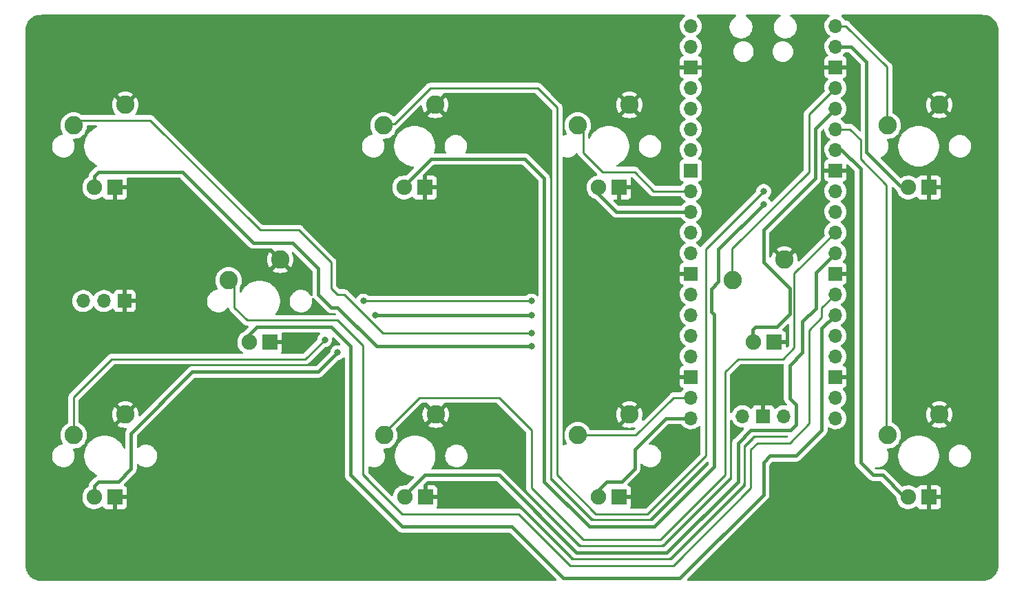
<source format=gtl>
%TF.GenerationSoftware,KiCad,Pcbnew,(6.0.8)*%
%TF.CreationDate,2022-10-17T13:18:38-06:00*%
%TF.ProjectId,pcb,7063622e-6b69-4636-9164-5f7063625858,rev?*%
%TF.SameCoordinates,Original*%
%TF.FileFunction,Copper,L1,Top*%
%TF.FilePolarity,Positive*%
%FSLAX46Y46*%
G04 Gerber Fmt 4.6, Leading zero omitted, Abs format (unit mm)*
G04 Created by KiCad (PCBNEW (6.0.8)) date 2022-10-17 13:18:38*
%MOMM*%
%LPD*%
G01*
G04 APERTURE LIST*
%TA.AperFunction,ComponentPad*%
%ADD10C,2.250000*%
%TD*%
%TA.AperFunction,ComponentPad*%
%ADD11C,1.905000*%
%TD*%
%TA.AperFunction,ComponentPad*%
%ADD12R,1.905000X1.905000*%
%TD*%
%TA.AperFunction,ComponentPad*%
%ADD13R,1.700000X1.700000*%
%TD*%
%TA.AperFunction,ComponentPad*%
%ADD14O,1.700000X1.700000*%
%TD*%
%TA.AperFunction,ViaPad*%
%ADD15C,0.800000*%
%TD*%
%TA.AperFunction,Conductor*%
%ADD16C,0.254000*%
%TD*%
%TA.AperFunction,Conductor*%
%ADD17C,0.381000*%
%TD*%
G04 APERTURE END LIST*
D10*
%TO.P,MX10,1,COL*%
%TO.N,P2 DR*%
X188277500Y-111760000D03*
%TO.P,MX10,2,ROW*%
%TO.N,GND*%
X194627500Y-109220000D03*
D11*
%TO.P,MX10,3,LED*%
%TO.N,P2 DR LED*%
X190817500Y-119380000D03*
D12*
%TO.P,MX10,4,LEDGND*%
%TO.N,GND*%
X193357500Y-119380000D03*
%TD*%
D10*
%TO.P,MX9,1,COL*%
%TO.N,P2 UR*%
X188277500Y-73660000D03*
%TO.P,MX9,2,ROW*%
%TO.N,GND*%
X194627500Y-71120000D03*
D11*
%TO.P,MX9,3,LED*%
%TO.N,P2 UR LED*%
X190817500Y-81280000D03*
D12*
%TO.P,MX9,4,LEDGND*%
%TO.N,GND*%
X193357500Y-81280000D03*
%TD*%
D10*
%TO.P,MX8,1,COL*%
%TO.N,P2 CN*%
X169227500Y-92710000D03*
%TO.P,MX8,2,ROW*%
%TO.N,GND*%
X175577500Y-90170000D03*
D11*
%TO.P,MX8,3,LED*%
%TO.N,P2 CN LED*%
X171767500Y-100330000D03*
D12*
%TO.P,MX8,4,LEDGND*%
%TO.N,GND*%
X174307500Y-100330000D03*
%TD*%
D10*
%TO.P,MX7,1,COL*%
%TO.N,P2 DL*%
X150177500Y-111760000D03*
%TO.P,MX7,2,ROW*%
%TO.N,GND*%
X156527500Y-109220000D03*
D11*
%TO.P,MX7,3,LED*%
%TO.N,P2 DL LED*%
X152717500Y-119380000D03*
D12*
%TO.P,MX7,4,LEDGND*%
%TO.N,GND*%
X155257500Y-119380000D03*
%TD*%
D10*
%TO.P,MX6,1,COL*%
%TO.N,P2 UL*%
X150177500Y-73660000D03*
%TO.P,MX6,2,ROW*%
%TO.N,GND*%
X156527500Y-71120000D03*
D11*
%TO.P,MX6,3,LED*%
%TO.N,P2 UL LED*%
X152717500Y-81280000D03*
D12*
%TO.P,MX6,4,LEDGND*%
%TO.N,GND*%
X155257500Y-81280000D03*
%TD*%
D10*
%TO.P,MX5,1,COL*%
%TO.N,P1 DR*%
X126365000Y-111760000D03*
%TO.P,MX5,2,ROW*%
%TO.N,GND*%
X132715000Y-109220000D03*
D11*
%TO.P,MX5,3,LED*%
%TO.N,P1 DR LED*%
X128905000Y-119380000D03*
D12*
%TO.P,MX5,4,LEDGND*%
%TO.N,GND*%
X131445000Y-119380000D03*
%TD*%
D10*
%TO.P,MX4,1,COL*%
%TO.N,P1 UR*%
X126295250Y-73660000D03*
%TO.P,MX4,2,ROW*%
%TO.N,GND*%
X132645250Y-71120000D03*
D11*
%TO.P,MX4,3,LED*%
%TO.N,P1 UR LED*%
X128835250Y-81280000D03*
D12*
%TO.P,MX4,4,LEDGND*%
%TO.N,GND*%
X131375250Y-81280000D03*
%TD*%
D10*
%TO.P,MX3,1,COL*%
%TO.N,P1 CN*%
X107245250Y-92710000D03*
%TO.P,MX3,2,ROW*%
%TO.N,GND*%
X113595250Y-90170000D03*
D11*
%TO.P,MX3,3,LED*%
%TO.N,P1 CN LED*%
X109785250Y-100330000D03*
D12*
%TO.P,MX3,4,LEDGND*%
%TO.N,GND*%
X112325250Y-100330000D03*
%TD*%
D10*
%TO.P,MX2,1,COL*%
%TO.N,P1 DL*%
X88195250Y-73660000D03*
%TO.P,MX2,2,ROW*%
%TO.N,GND*%
X94545250Y-71120000D03*
D11*
%TO.P,MX2,3,LED*%
%TO.N,P1 DL LED*%
X90735250Y-81280000D03*
D12*
%TO.P,MX2,4,LEDGND*%
%TO.N,GND*%
X93275250Y-81280000D03*
%TD*%
D10*
%TO.P,MX1,1,COL*%
%TO.N,P1 UL*%
X88195250Y-111760000D03*
%TO.P,MX1,2,ROW*%
%TO.N,GND*%
X94545250Y-109220000D03*
D11*
%TO.P,MX1,3,LED*%
%TO.N,P1 UL LED*%
X90735250Y-119380000D03*
D12*
%TO.P,MX1,4,LEDGND*%
%TO.N,GND*%
X93275250Y-119380000D03*
%TD*%
D13*
%TO.P,REF\u002A\u002A,1*%
%TO.N,GND*%
X94456250Y-95250000D03*
D14*
%TO.P,REF\u002A\u002A,2*%
%TO.N,DIN*%
X91916250Y-95250000D03*
%TO.P,REF\u002A\u002A,3*%
%TO.N,+5V*%
X89376250Y-95250000D03*
%TD*%
%TO.P,U1,1,GPIO0*%
%TO.N,P2 UR*%
X181857750Y-61402998D03*
%TO.P,U1,2,GPIO1*%
%TO.N,P2 UR LED*%
X181857750Y-63942998D03*
D13*
%TO.P,U1,3,GND*%
%TO.N,GND*%
X181857750Y-66482998D03*
D14*
%TO.P,U1,4,GPIO2*%
%TO.N,P2 CN*%
X181857750Y-69022998D03*
%TO.P,U1,5,GPIO3*%
%TO.N,P2 CN LED*%
X181857750Y-71562998D03*
%TO.P,U1,6,GPIO4*%
%TO.N,P2 DR*%
X181857750Y-74102998D03*
%TO.P,U1,7,GPIO5*%
%TO.N,P2 DR LED*%
X181857750Y-76642998D03*
D13*
%TO.P,U1,8,GND*%
%TO.N,GND*%
X181857750Y-79182998D03*
D14*
%TO.P,U1,9,GPIO6*%
%TO.N,P1 UR*%
X181857750Y-81722998D03*
%TO.P,U1,10,GPIO7*%
%TO.N,P1 UR LED*%
X181857750Y-84262998D03*
%TO.P,U1,11,GPIO8*%
%TO.N,P1 DR*%
X181857750Y-86802998D03*
%TO.P,U1,12,GPIO9*%
%TO.N,P1 DR LED*%
X181857750Y-89342998D03*
D13*
%TO.P,U1,13,GND*%
%TO.N,GND*%
X181857750Y-91882998D03*
D14*
%TO.P,U1,14,GPIO10*%
%TO.N,P1 CN*%
X181857750Y-94422998D03*
%TO.P,U1,15,GPIO11*%
%TO.N,P1 CN LED*%
X181857750Y-96962998D03*
%TO.P,U1,16,GPIO12*%
%TO.N,unconnected-(U1-Pad16)*%
X181857750Y-99502998D03*
%TO.P,U1,17,GPIO13*%
%TO.N,unconnected-(U1-Pad17)*%
X181857750Y-102042998D03*
D13*
%TO.P,U1,18,GND*%
%TO.N,GND*%
X181857750Y-104582998D03*
D14*
%TO.P,U1,19,GPIO14*%
%TO.N,unconnected-(U1-Pad19)*%
X181857750Y-107122998D03*
%TO.P,U1,20,GPIO15*%
%TO.N,unconnected-(U1-Pad20)*%
X181857750Y-109662998D03*
%TO.P,U1,21,GPIO16*%
%TO.N,P2 DL LED*%
X164077750Y-109662998D03*
%TO.P,U1,22,GPIO17*%
%TO.N,P2 DL*%
X164077750Y-107122998D03*
D13*
%TO.P,U1,23,GND*%
%TO.N,GND*%
X164077750Y-104582998D03*
D14*
%TO.P,U1,24,GPIO18*%
%TO.N,P1 DL LED*%
X164077750Y-102042998D03*
%TO.P,U1,25,GPIO19*%
%TO.N,P1 DL*%
X164077750Y-99502998D03*
%TO.P,U1,26,GPIO20*%
%TO.N,P1 UL LED*%
X164077750Y-96962998D03*
%TO.P,U1,27,GPIO21*%
%TO.N,P1 UL*%
X164077750Y-94422998D03*
D13*
%TO.P,U1,28,GND*%
%TO.N,GND*%
X164077750Y-91882998D03*
D14*
%TO.P,U1,29,GPIO22*%
%TO.N,DIN*%
X164077750Y-89342998D03*
%TO.P,U1,30,RUN*%
%TO.N,unconnected-(U1-Pad30)*%
X164077750Y-86802998D03*
%TO.P,U1,31,GPIO26_ADC0*%
%TO.N,P2 UL LED*%
X164077750Y-84262998D03*
%TO.P,U1,32,GPIO27_ADC1*%
%TO.N,P2 UL*%
X164077750Y-81722998D03*
D13*
%TO.P,U1,33,AGND*%
%TO.N,unconnected-(U1-Pad33)*%
X164077750Y-79182998D03*
D14*
%TO.P,U1,34,GPIO28_ADC2*%
%TO.N,unconnected-(U1-Pad34)*%
X164077750Y-76642998D03*
%TO.P,U1,35,ADC_VREF*%
%TO.N,unconnected-(U1-Pad35)*%
X164077750Y-74102998D03*
%TO.P,U1,36,3V3*%
%TO.N,unconnected-(U1-Pad36)*%
X164077750Y-71562998D03*
%TO.P,U1,37,3V3_EN*%
%TO.N,unconnected-(U1-Pad37)*%
X164077750Y-69022998D03*
D13*
%TO.P,U1,38,GND*%
%TO.N,GND*%
X164077750Y-66482998D03*
D14*
%TO.P,U1,39,VSYS*%
%TO.N,unconnected-(U1-Pad39)*%
X164077750Y-63942998D03*
%TO.P,U1,40,VBUS*%
%TO.N,+5V*%
X164077750Y-61402998D03*
%TO.P,U1,41,SWCLK*%
%TO.N,unconnected-(U1-Pad41)*%
X175507750Y-109432998D03*
D13*
%TO.P,U1,42,GND*%
%TO.N,GND*%
X172967750Y-109432998D03*
D14*
%TO.P,U1,43,SWDIO*%
%TO.N,unconnected-(U1-Pad43)*%
X170427750Y-109432998D03*
%TD*%
D15*
%TO.N,P1 UL*%
X123825000Y-95250000D03*
X144462500Y-95250000D03*
X119062500Y-100012500D03*
%TO.N,P1 UL LED*%
X120650000Y-101600000D03*
X144462500Y-96962998D03*
X125287002Y-96962998D03*
%TO.N,P1 DL*%
X144462500Y-99218750D03*
%TO.N,P1 DL LED*%
X144462500Y-100806250D03*
%TO.N,P1 UR*%
X173037500Y-81756250D03*
%TO.N,P1 UR LED*%
X173037500Y-83343750D03*
%TD*%
D16*
%TO.N,P1 UL*%
X88195250Y-107067250D02*
X88195250Y-111567998D01*
X123825000Y-95250000D02*
X144462500Y-95250000D01*
X116681250Y-102393750D02*
X92868750Y-102393750D01*
X119062500Y-100012500D02*
X116681250Y-102393750D01*
X92868750Y-102393750D02*
X88195250Y-107067250D01*
D17*
%TO.N,P1 UL LED*%
X93662500Y-117475000D02*
X91281250Y-117475000D01*
X102790625Y-103981250D02*
X95250000Y-111521875D01*
X125287002Y-96962998D02*
X144462500Y-96962998D01*
X118268750Y-103981250D02*
X102790625Y-103981250D01*
X90735250Y-118021000D02*
X90735250Y-119187998D01*
X91281250Y-117475000D02*
X90735250Y-118021000D01*
X95250000Y-115887500D02*
X93662500Y-117475000D01*
X120650000Y-101600000D02*
X118268750Y-103981250D01*
X95250000Y-111521875D02*
X95250000Y-115887500D01*
D16*
%TO.N,P1 DL*%
X115887500Y-86518750D02*
X111125000Y-86518750D01*
X126206250Y-99218750D02*
X121443750Y-94456250D01*
X97631250Y-73025000D02*
X88638248Y-73025000D01*
X88638248Y-73025000D02*
X88195250Y-73467998D01*
X144462500Y-99218750D02*
X126206250Y-99218750D01*
X111125000Y-86518750D02*
X97631250Y-73025000D01*
X120650000Y-94456250D02*
X119856250Y-93662500D01*
X121443750Y-94456250D02*
X120650000Y-94456250D01*
X119856250Y-90487500D02*
X115887500Y-86518750D01*
X119856250Y-93662500D02*
X119856250Y-90487500D01*
D17*
%TO.N,P1 DL LED*%
X119856250Y-96043750D02*
X120650000Y-96043750D01*
X91281250Y-79375000D02*
X101600000Y-79375000D01*
X101600000Y-79375000D02*
X110331250Y-88106250D01*
X90735250Y-81087998D02*
X90735250Y-79921000D01*
X115093750Y-88106250D02*
X118268750Y-91281250D01*
X125412500Y-100806250D02*
X144462500Y-100806250D01*
X118268750Y-94456250D02*
X119856250Y-96043750D01*
X90735250Y-79921000D02*
X91281250Y-79375000D01*
X120650000Y-96043750D02*
X125412500Y-100806250D01*
X118268750Y-91281250D02*
X118268750Y-94456250D01*
X110331250Y-88106250D02*
X115093750Y-88106250D01*
%TO.N,P1 CN LED*%
X109785250Y-100137998D02*
X109785250Y-99367875D01*
X148431250Y-129381250D02*
X162718750Y-129381250D01*
X180181250Y-111125000D02*
X180181250Y-98639498D01*
X142081250Y-123031250D02*
X148431250Y-129381250D01*
X109785250Y-99367875D02*
X110728125Y-98425000D01*
X122237500Y-116681250D02*
X128587500Y-123031250D01*
X122237500Y-100806250D02*
X122237500Y-116681250D01*
X173831250Y-114300000D02*
X177006250Y-114300000D01*
X128587500Y-123031250D02*
X142081250Y-123031250D01*
X162718750Y-129381250D02*
X173037500Y-119062500D01*
X177006250Y-114300000D02*
X180181250Y-111125000D01*
X110728125Y-98425000D02*
X119856250Y-98425000D01*
X173037500Y-115093750D02*
X173831250Y-114300000D01*
X173037500Y-119062500D02*
X173037500Y-115093750D01*
X119856250Y-98425000D02*
X122237500Y-100806250D01*
X180181250Y-98639498D02*
X181857750Y-96962998D01*
D16*
%TO.N,P1 UR*%
X173037500Y-81756250D02*
X165893750Y-88900000D01*
X165893750Y-88900000D02*
X165893750Y-114300000D01*
X152400000Y-121443750D02*
X147637500Y-116681250D01*
X147637500Y-71437500D02*
X145256250Y-69056250D01*
X132028499Y-69056250D02*
X127616751Y-73467998D01*
X165893750Y-114300000D02*
X158750000Y-121443750D01*
X127616751Y-73467998D02*
X126295250Y-73467998D01*
X147637500Y-116681250D02*
X147637500Y-71437500D01*
X158750000Y-121443750D02*
X152400000Y-121443750D01*
X145256250Y-69056250D02*
X132028499Y-69056250D01*
D17*
%TO.N,P1 UR LED*%
X143668750Y-77787500D02*
X146050000Y-80168750D01*
X166963749Y-115611251D02*
X166963749Y-96950948D01*
X146050000Y-80168750D02*
X146050000Y-117475000D01*
X151606250Y-123031250D02*
X159543750Y-123031250D01*
X132135748Y-77787500D02*
X143668750Y-77787500D01*
X146050000Y-117475000D02*
X151606250Y-123031250D01*
X166572249Y-96559448D02*
X166572249Y-93748550D01*
X159543750Y-123031250D02*
X166963749Y-115611251D01*
X128835250Y-81087998D02*
X132135748Y-77787500D01*
X167481250Y-88900000D02*
X173037500Y-83343750D01*
X167481250Y-92839549D02*
X167481250Y-88900000D01*
X166963749Y-96950948D02*
X166572249Y-96559448D01*
X166572249Y-93748550D02*
X167481250Y-92839549D01*
D16*
%TO.N,P1 DR*%
X176795749Y-91864999D02*
X181857750Y-86802998D01*
X126295250Y-111567998D02*
X130706998Y-107156250D01*
X150812500Y-124618750D02*
X160337500Y-124618750D01*
X130706998Y-107156250D02*
X140493750Y-107156250D01*
X140493750Y-107156250D02*
X144462500Y-111125000D01*
X144462500Y-111125000D02*
X144462500Y-118268750D01*
X168275000Y-103981250D02*
X169862500Y-102393750D01*
X160337500Y-124618750D02*
X168275000Y-116681250D01*
X175418750Y-102393750D02*
X176795749Y-101016751D01*
X176795749Y-101016751D02*
X176795749Y-91864999D01*
X168275000Y-116681250D02*
X168275000Y-103981250D01*
X169862500Y-102393750D02*
X175418750Y-102393750D01*
X144462500Y-118268750D02*
X150812500Y-124618750D01*
D17*
%TO.N,P1 DR LED*%
X179433001Y-96162573D02*
X179433001Y-91767747D01*
X161131250Y-126206250D02*
X169862500Y-117475000D01*
X176320854Y-111125000D02*
X177006250Y-110439604D01*
X171450000Y-111125000D02*
X176320854Y-111125000D01*
X140493750Y-116681250D02*
X150018750Y-126206250D01*
X176212500Y-107210427D02*
X176212500Y-103156553D01*
X177800000Y-101569053D02*
X177800000Y-97795574D01*
X177006250Y-108004177D02*
X176212500Y-107210427D01*
X150018750Y-126206250D02*
X161131250Y-126206250D01*
X131341998Y-116681250D02*
X140493750Y-116681250D01*
X177800000Y-97795574D02*
X179433001Y-96162573D01*
X128835250Y-119187998D02*
X131341998Y-116681250D01*
X169862500Y-112712500D02*
X171450000Y-111125000D01*
X177006250Y-110439604D02*
X177006250Y-108004177D01*
X176212500Y-103156553D02*
X177800000Y-101569053D01*
X179433001Y-91767747D02*
X181857750Y-89342998D01*
X169862500Y-117475000D02*
X169862500Y-112712500D01*
D16*
%TO.N,P2 UL*%
X153193750Y-79375000D02*
X157162500Y-79375000D01*
X150177500Y-73660000D02*
X150812500Y-74295000D01*
X161891748Y-81722998D02*
X164077750Y-81722998D01*
X161891748Y-81722998D02*
X159510498Y-81722998D01*
X159510498Y-81722998D02*
X157162500Y-79375000D01*
X150812500Y-74295000D02*
X150812500Y-76993750D01*
X150812500Y-76993750D02*
X153193750Y-79375000D01*
D17*
%TO.N,P2 UL LED*%
X152717500Y-82073750D02*
X154906748Y-84262998D01*
X152717500Y-81280000D02*
X152717500Y-82073750D01*
X154906748Y-84262998D02*
X164077750Y-84262998D01*
D16*
%TO.N,P2 DL*%
X150177500Y-111760000D02*
X157321250Y-111760000D01*
X161958252Y-107122998D02*
X164077750Y-107122998D01*
X157321250Y-111760000D02*
X161958252Y-107122998D01*
D17*
%TO.N,P2 DL LED*%
X153749375Y-117475000D02*
X155575000Y-117475000D01*
X152717500Y-119380000D02*
X152717500Y-118506875D01*
X157162500Y-115887500D02*
X157162500Y-113506250D01*
X161005752Y-109662998D02*
X164077750Y-109662998D01*
X157162500Y-113506250D02*
X161005752Y-109662998D01*
X152717500Y-118506875D02*
X153749375Y-117475000D01*
X155575000Y-117475000D02*
X157162500Y-115887500D01*
%TO.N,P2 CN LED*%
X173037500Y-90487500D02*
X173037500Y-86518750D01*
X173037500Y-86518750D02*
X179387500Y-80168750D01*
X176212500Y-96837500D02*
X176212500Y-93662500D01*
X171697750Y-100137998D02*
X171697750Y-98760748D01*
X179387500Y-80168750D02*
X179387500Y-74033248D01*
X176212500Y-93662500D02*
X173037500Y-90487500D01*
X174625000Y-98425000D02*
X176212500Y-96837500D01*
X171697750Y-98760748D02*
X172033498Y-98425000D01*
X179387500Y-74033248D02*
X181857750Y-71562998D01*
X172033498Y-98425000D02*
X174625000Y-98425000D01*
D16*
%TO.N,P2 UR*%
X183145999Y-61402998D02*
X181857750Y-61402998D01*
X188207750Y-73467998D02*
X188207750Y-66464749D01*
X188207750Y-66464749D02*
X183145999Y-61402998D01*
%TO.N,P2 UR LED*%
X190747750Y-81087998D02*
X189831748Y-81087998D01*
D17*
X185685749Y-76941999D02*
X185685749Y-65829499D01*
X189831748Y-81087998D02*
X185685749Y-76941999D01*
X183799248Y-63942998D02*
X181857750Y-63942998D01*
X185685749Y-65829499D02*
X183799248Y-63942998D01*
D16*
%TO.N,P2 DR*%
X184943750Y-77787500D02*
X184943750Y-75406250D01*
X184943750Y-75406250D02*
X183640498Y-74102998D01*
X188118750Y-111478998D02*
X188118750Y-80962500D01*
X183640498Y-74102998D02*
X181857750Y-74102998D01*
X188118750Y-80962500D02*
X184943750Y-77787500D01*
X188207750Y-111567998D02*
X188118750Y-111478998D01*
D17*
%TO.N,P2 DR LED*%
X182608623Y-76642998D02*
X181857750Y-76642998D01*
X186531250Y-116681250D02*
X184943750Y-115093750D01*
X184943750Y-78978125D02*
X182608623Y-76642998D01*
X187650602Y-116681250D02*
X186531250Y-116681250D01*
X190747750Y-119187998D02*
X190157350Y-119187998D01*
X190157350Y-119187998D02*
X187650602Y-116681250D01*
X184943750Y-115093750D02*
X184943750Y-78978125D01*
D16*
%TO.N,P2 CN*%
X178593750Y-72286998D02*
X181857750Y-69022998D01*
X169157750Y-88811000D02*
X178593750Y-79375000D01*
X178593750Y-79375000D02*
X178593750Y-72286998D01*
X169157750Y-92517998D02*
X169157750Y-88811000D01*
%TO.N,P1 CN*%
X178593750Y-110331250D02*
X176212500Y-112712500D01*
X107950000Y-93222748D02*
X107245250Y-92517998D01*
X128587500Y-121443750D02*
X123773249Y-116629499D01*
X171450000Y-118268750D02*
X161925000Y-127793750D01*
X123773249Y-116629499D02*
X123773249Y-100754499D01*
X123825000Y-116681250D02*
X128587500Y-121443750D01*
X180181250Y-97285590D02*
X178593750Y-98873090D01*
X142875000Y-121443750D02*
X128587500Y-121443750D01*
X123773249Y-116629499D02*
X123825000Y-116681250D01*
X172243750Y-112712500D02*
X171450000Y-113506250D01*
X123773249Y-100754499D02*
X120650000Y-97631250D01*
X180181250Y-96099498D02*
X180181250Y-97285590D01*
X109537500Y-97631250D02*
X107950000Y-96043750D01*
X120650000Y-97631250D02*
X109537500Y-97631250D01*
X171450000Y-113506250D02*
X171450000Y-118268750D01*
X107950000Y-96043750D02*
X107950000Y-93222748D01*
X181857750Y-94422998D02*
X180181250Y-96099498D01*
X176212500Y-112712500D02*
X172243750Y-112712500D01*
X149225000Y-127793750D02*
X142875000Y-121443750D01*
X178593750Y-98873090D02*
X178593750Y-110331250D01*
X161925000Y-127793750D02*
X149225000Y-127793750D01*
%TD*%
%TA.AperFunction,Conductor*%
%TO.N,GND*%
G36*
X199995018Y-60041250D02*
G01*
X200009851Y-60043560D01*
X200009855Y-60043560D01*
X200018724Y-60044941D01*
X200035012Y-60042811D01*
X200059590Y-60042017D01*
X200082474Y-60043517D01*
X200261201Y-60055232D01*
X200277541Y-60057383D01*
X200501603Y-60101951D01*
X200517524Y-60106217D01*
X200733851Y-60179651D01*
X200749077Y-60185958D01*
X200953967Y-60286998D01*
X200968241Y-60295239D01*
X201158188Y-60422158D01*
X201171263Y-60432191D01*
X201343024Y-60582821D01*
X201354679Y-60594476D01*
X201505309Y-60766237D01*
X201515342Y-60779312D01*
X201642261Y-60969259D01*
X201650502Y-60983533D01*
X201751542Y-61188423D01*
X201757849Y-61203649D01*
X201831283Y-61419976D01*
X201835549Y-61435897D01*
X201880117Y-61659959D01*
X201882268Y-61676299D01*
X201895013Y-61870736D01*
X201893983Y-61893850D01*
X201893940Y-61897354D01*
X201892559Y-61906224D01*
X201893723Y-61915126D01*
X201893723Y-61915128D01*
X201896686Y-61937783D01*
X201897750Y-61954121D01*
X201897750Y-127744380D01*
X201896249Y-127763767D01*
X201892559Y-127787463D01*
X201894323Y-127800952D01*
X201894689Y-127803754D01*
X201895482Y-127828331D01*
X201882264Y-128029941D01*
X201880112Y-128046282D01*
X201835541Y-128270330D01*
X201831276Y-128286249D01*
X201805370Y-128362562D01*
X201781866Y-128431801D01*
X201757838Y-128502581D01*
X201751532Y-128517804D01*
X201673118Y-128676805D01*
X201650488Y-128722693D01*
X201642248Y-128736964D01*
X201579605Y-128830713D01*
X201515330Y-128926905D01*
X201505297Y-128939981D01*
X201354666Y-129111738D01*
X201343012Y-129123392D01*
X201171247Y-129274023D01*
X201158179Y-129284050D01*
X200968221Y-129410974D01*
X200953973Y-129419201D01*
X200749055Y-129520253D01*
X200733845Y-129526552D01*
X200517517Y-129599985D01*
X200501602Y-129604249D01*
X200389569Y-129626534D01*
X200277538Y-129648818D01*
X200261198Y-129650969D01*
X200066535Y-129663728D01*
X200044423Y-129662744D01*
X200040155Y-129662692D01*
X200031276Y-129661309D01*
X199999714Y-129665436D01*
X199983379Y-129666500D01*
X163726225Y-129666500D01*
X163658104Y-129646498D01*
X163611611Y-129592842D01*
X163601507Y-129522568D01*
X163631001Y-129457988D01*
X163637130Y-129451405D01*
X173511538Y-119576997D01*
X173517804Y-119571143D01*
X173555047Y-119538654D01*
X173560774Y-119533658D01*
X173596999Y-119482114D01*
X173600925Y-119476829D01*
X173635101Y-119433242D01*
X173635103Y-119433239D01*
X173639791Y-119427260D01*
X173642917Y-119420338D01*
X173644785Y-119417253D01*
X173652007Y-119404591D01*
X173653690Y-119401451D01*
X173658056Y-119395239D01*
X173680936Y-119336554D01*
X173683492Y-119330472D01*
X173706286Y-119279990D01*
X173709413Y-119273065D01*
X173710798Y-119265591D01*
X173711873Y-119262161D01*
X173715854Y-119248185D01*
X173716751Y-119244693D01*
X173719512Y-119237611D01*
X173720504Y-119230077D01*
X173727733Y-119175170D01*
X173728765Y-119168657D01*
X173738861Y-119114182D01*
X173738861Y-119114180D01*
X173740245Y-119106713D01*
X173736709Y-119045387D01*
X173736500Y-119038135D01*
X173736500Y-115435475D01*
X173756502Y-115367354D01*
X173773405Y-115346380D01*
X174083880Y-115035905D01*
X174146192Y-115001879D01*
X174172975Y-114999000D01*
X176977651Y-114999000D01*
X176986221Y-114999292D01*
X177035527Y-115002654D01*
X177035531Y-115002654D01*
X177043102Y-115003170D01*
X177050578Y-115001865D01*
X177050582Y-115001865D01*
X177105174Y-114992337D01*
X177111699Y-114991374D01*
X177166668Y-114984722D01*
X177166670Y-114984721D01*
X177174210Y-114983809D01*
X177181312Y-114981125D01*
X177184750Y-114980281D01*
X177198873Y-114976417D01*
X177202284Y-114975387D01*
X177209767Y-114974081D01*
X177267447Y-114948761D01*
X177273554Y-114946270D01*
X177325367Y-114926691D01*
X177325368Y-114926690D01*
X177332472Y-114924006D01*
X177338727Y-114919707D01*
X177341868Y-114918065D01*
X177354622Y-114910967D01*
X177357728Y-114909130D01*
X177364683Y-114906077D01*
X177370710Y-114901452D01*
X177370714Y-114901450D01*
X177414652Y-114867735D01*
X177419970Y-114863871D01*
X177471902Y-114828179D01*
X177479467Y-114819689D01*
X177512768Y-114782312D01*
X177517749Y-114777036D01*
X180655288Y-111639497D01*
X180661554Y-111633643D01*
X180698799Y-111601152D01*
X180704524Y-111596158D01*
X180740744Y-111544622D01*
X180744677Y-111539326D01*
X180778856Y-111495737D01*
X180778858Y-111495734D01*
X180783542Y-111489760D01*
X180786668Y-111482836D01*
X180788506Y-111479801D01*
X180795750Y-111467102D01*
X180797438Y-111463954D01*
X180801806Y-111457739D01*
X180824688Y-111399050D01*
X180827228Y-111393005D01*
X180853163Y-111335565D01*
X180854548Y-111328092D01*
X180855619Y-111324674D01*
X180859604Y-111310685D01*
X180860501Y-111307193D01*
X180863262Y-111300111D01*
X180868744Y-111258472D01*
X180871483Y-111237670D01*
X180872515Y-111231157D01*
X180882611Y-111176682D01*
X180882611Y-111176680D01*
X180883995Y-111169213D01*
X180883298Y-111157115D01*
X180880459Y-111107888D01*
X180880250Y-111100635D01*
X180880250Y-110884178D01*
X180900252Y-110816057D01*
X180953908Y-110769564D01*
X181024182Y-110759460D01*
X181075740Y-110779863D01*
X181075876Y-110779630D01*
X181080333Y-110782234D01*
X181080338Y-110782238D01*
X181173588Y-110836728D01*
X181268750Y-110892336D01*
X181273575Y-110894178D01*
X181273576Y-110894179D01*
X181325959Y-110914182D01*
X181477442Y-110972028D01*
X181482510Y-110973059D01*
X181482513Y-110973060D01*
X181547895Y-110986362D01*
X181696347Y-111016565D01*
X181701522Y-111016755D01*
X181701524Y-111016755D01*
X181914423Y-111024562D01*
X181914427Y-111024562D01*
X181919587Y-111024751D01*
X181924707Y-111024095D01*
X181924709Y-111024095D01*
X182136038Y-110997023D01*
X182136039Y-110997023D01*
X182141166Y-110996366D01*
X182217182Y-110973560D01*
X182350179Y-110933659D01*
X182350184Y-110933657D01*
X182355134Y-110932172D01*
X182555744Y-110833894D01*
X182737610Y-110704171D01*
X182748894Y-110692927D01*
X182843996Y-110598156D01*
X182895846Y-110546487D01*
X182902134Y-110537737D01*
X183023185Y-110369275D01*
X183026203Y-110365075D01*
X183034488Y-110348313D01*
X183122886Y-110169451D01*
X183122887Y-110169449D01*
X183125180Y-110164809D01*
X183190120Y-109951067D01*
X183219279Y-109729588D01*
X183220598Y-109675612D01*
X183220824Y-109666363D01*
X183220824Y-109666359D01*
X183220906Y-109662998D01*
X183202602Y-109440359D01*
X183148181Y-109223700D01*
X183059104Y-109018838D01*
X182975975Y-108890340D01*
X182940572Y-108835615D01*
X182940570Y-108835612D01*
X182937764Y-108831275D01*
X182787420Y-108666049D01*
X182783369Y-108662850D01*
X182783365Y-108662846D01*
X182616164Y-108530798D01*
X182616160Y-108530796D01*
X182612109Y-108527596D01*
X182570803Y-108504794D01*
X182520834Y-108454362D01*
X182506062Y-108384919D01*
X182531178Y-108318514D01*
X182558530Y-108291907D01*
X182602353Y-108260648D01*
X182737610Y-108164171D01*
X182895846Y-108006487D01*
X182913407Y-107982049D01*
X183023185Y-107829275D01*
X183026203Y-107825075D01*
X183029372Y-107818664D01*
X183122886Y-107629451D01*
X183122887Y-107629449D01*
X183125180Y-107624809D01*
X183190120Y-107411067D01*
X183219279Y-107189588D01*
X183220906Y-107122998D01*
X183202602Y-106900359D01*
X183148181Y-106683700D01*
X183059104Y-106478838D01*
X182937764Y-106291275D01*
X182934290Y-106287457D01*
X182934283Y-106287448D01*
X182790185Y-106129086D01*
X182759133Y-106065240D01*
X182767529Y-105994742D01*
X182812706Y-105939974D01*
X182839150Y-105926305D01*
X182945802Y-105886323D01*
X182961399Y-105877784D01*
X183063474Y-105801283D01*
X183076035Y-105788722D01*
X183152536Y-105686647D01*
X183161074Y-105671052D01*
X183206228Y-105550604D01*
X183209855Y-105535349D01*
X183215381Y-105484484D01*
X183215750Y-105477670D01*
X183215750Y-104855113D01*
X183211275Y-104839874D01*
X183209885Y-104838669D01*
X183202202Y-104836998D01*
X181729750Y-104836998D01*
X181661629Y-104816996D01*
X181615136Y-104763340D01*
X181603750Y-104710998D01*
X181603750Y-104454998D01*
X181623752Y-104386877D01*
X181677408Y-104340384D01*
X181729750Y-104328998D01*
X183197634Y-104328998D01*
X183212873Y-104324523D01*
X183214078Y-104323133D01*
X183215749Y-104315450D01*
X183215749Y-103688329D01*
X183215379Y-103681508D01*
X183209855Y-103630646D01*
X183206229Y-103615394D01*
X183161074Y-103494944D01*
X183152536Y-103479349D01*
X183076035Y-103377274D01*
X183063474Y-103364713D01*
X182961399Y-103288212D01*
X182945804Y-103279674D01*
X182835563Y-103238346D01*
X182778799Y-103195704D01*
X182754099Y-103129143D01*
X182769307Y-103059794D01*
X182790854Y-103031113D01*
X182892180Y-102930142D01*
X182892190Y-102930130D01*
X182895846Y-102926487D01*
X182955344Y-102843687D01*
X183023185Y-102749275D01*
X183026203Y-102745075D01*
X183051180Y-102694539D01*
X183122886Y-102549451D01*
X183122887Y-102549449D01*
X183125180Y-102544809D01*
X183190120Y-102331067D01*
X183219279Y-102109588D01*
X183220906Y-102042998D01*
X183202602Y-101820359D01*
X183148181Y-101603700D01*
X183059104Y-101398838D01*
X182937764Y-101211275D01*
X182787420Y-101046049D01*
X182783369Y-101042850D01*
X182783365Y-101042846D01*
X182616164Y-100910798D01*
X182616160Y-100910796D01*
X182612109Y-100907596D01*
X182570803Y-100884794D01*
X182520834Y-100834362D01*
X182506062Y-100764919D01*
X182531178Y-100698514D01*
X182558530Y-100671907D01*
X182618997Y-100628776D01*
X182737610Y-100544171D01*
X182771558Y-100510342D01*
X182847470Y-100434694D01*
X182895846Y-100386487D01*
X182955344Y-100303687D01*
X183023185Y-100209275D01*
X183026203Y-100205075D01*
X183032978Y-100191368D01*
X183122886Y-100009451D01*
X183122887Y-100009449D01*
X183125180Y-100004809D01*
X183170754Y-99854809D01*
X183188615Y-99796021D01*
X183188615Y-99796019D01*
X183190120Y-99791067D01*
X183219279Y-99569588D01*
X183220906Y-99502998D01*
X183202602Y-99280359D01*
X183148181Y-99063700D01*
X183059104Y-98858838D01*
X183006717Y-98777860D01*
X182940572Y-98675615D01*
X182940570Y-98675612D01*
X182937764Y-98671275D01*
X182787420Y-98506049D01*
X182783369Y-98502850D01*
X182783365Y-98502846D01*
X182616164Y-98370798D01*
X182616160Y-98370796D01*
X182612109Y-98367596D01*
X182570803Y-98344794D01*
X182520834Y-98294362D01*
X182506062Y-98224919D01*
X182531178Y-98158514D01*
X182558530Y-98131907D01*
X182618557Y-98089090D01*
X182737610Y-98004171D01*
X182895846Y-97846487D01*
X182905420Y-97833164D01*
X183023185Y-97669275D01*
X183026203Y-97665075D01*
X183035756Y-97645747D01*
X183122886Y-97469451D01*
X183122887Y-97469449D01*
X183125180Y-97464809D01*
X183164755Y-97334554D01*
X183188615Y-97256021D01*
X183188615Y-97256019D01*
X183190120Y-97251067D01*
X183219279Y-97029588D01*
X183220502Y-96979548D01*
X183220824Y-96966363D01*
X183220824Y-96966359D01*
X183220906Y-96962998D01*
X183202602Y-96740359D01*
X183148181Y-96523700D01*
X183059104Y-96318838D01*
X183008059Y-96239934D01*
X182940572Y-96135615D01*
X182940570Y-96135612D01*
X182937764Y-96131275D01*
X182787420Y-95966049D01*
X182783369Y-95962850D01*
X182783365Y-95962846D01*
X182616164Y-95830798D01*
X182616160Y-95830796D01*
X182612109Y-95827596D01*
X182570803Y-95804794D01*
X182520834Y-95754362D01*
X182506062Y-95684919D01*
X182531178Y-95618514D01*
X182558530Y-95591907D01*
X182627276Y-95542871D01*
X182737610Y-95464171D01*
X182778731Y-95423194D01*
X182849687Y-95352485D01*
X182895846Y-95306487D01*
X182955344Y-95223687D01*
X183023185Y-95129275D01*
X183026203Y-95125075D01*
X183041413Y-95094301D01*
X183122886Y-94929451D01*
X183122887Y-94929449D01*
X183125180Y-94924809D01*
X183187268Y-94720455D01*
X183188615Y-94716021D01*
X183188615Y-94716019D01*
X183190120Y-94711067D01*
X183219279Y-94489588D01*
X183219763Y-94469784D01*
X183220824Y-94426363D01*
X183220824Y-94426359D01*
X183220906Y-94422998D01*
X183202602Y-94200359D01*
X183148181Y-93983700D01*
X183059104Y-93778838D01*
X183009708Y-93702483D01*
X182940572Y-93595615D01*
X182940570Y-93595612D01*
X182937764Y-93591275D01*
X182934290Y-93587457D01*
X182934283Y-93587448D01*
X182790185Y-93429086D01*
X182759133Y-93365240D01*
X182767529Y-93294742D01*
X182812706Y-93239974D01*
X182839150Y-93226305D01*
X182945802Y-93186323D01*
X182961399Y-93177784D01*
X183063474Y-93101283D01*
X183076035Y-93088722D01*
X183152536Y-92986647D01*
X183161074Y-92971052D01*
X183206228Y-92850604D01*
X183209855Y-92835349D01*
X183215381Y-92784484D01*
X183215750Y-92777670D01*
X183215750Y-92155113D01*
X183211275Y-92139874D01*
X183209885Y-92138669D01*
X183202202Y-92136998D01*
X181729750Y-92136998D01*
X181661629Y-92116996D01*
X181615136Y-92063340D01*
X181603750Y-92010998D01*
X181603750Y-91754998D01*
X181623752Y-91686877D01*
X181677408Y-91640384D01*
X181729750Y-91628998D01*
X183197634Y-91628998D01*
X183212873Y-91624523D01*
X183214078Y-91623133D01*
X183215749Y-91615450D01*
X183215749Y-90988329D01*
X183215379Y-90981508D01*
X183209855Y-90930646D01*
X183206229Y-90915394D01*
X183161074Y-90794944D01*
X183152536Y-90779349D01*
X183076035Y-90677274D01*
X183063474Y-90664713D01*
X182961399Y-90588212D01*
X182945804Y-90579674D01*
X182835563Y-90538346D01*
X182778799Y-90495704D01*
X182754099Y-90429143D01*
X182769307Y-90359794D01*
X182790854Y-90331113D01*
X182892180Y-90230142D01*
X182892190Y-90230130D01*
X182895846Y-90226487D01*
X182903674Y-90215594D01*
X183023185Y-90049275D01*
X183026203Y-90045075D01*
X183038239Y-90020723D01*
X183122886Y-89849451D01*
X183122887Y-89849449D01*
X183125180Y-89844809D01*
X183190120Y-89631067D01*
X183219279Y-89409588D01*
X183220906Y-89342998D01*
X183202602Y-89120359D01*
X183148181Y-88903700D01*
X183059104Y-88698838D01*
X182963935Y-88551729D01*
X182940572Y-88515615D01*
X182940570Y-88515612D01*
X182937764Y-88511275D01*
X182787420Y-88346049D01*
X182783369Y-88342850D01*
X182783365Y-88342846D01*
X182616164Y-88210798D01*
X182616160Y-88210796D01*
X182612109Y-88207596D01*
X182570803Y-88184794D01*
X182520834Y-88134362D01*
X182506062Y-88064919D01*
X182531178Y-87998514D01*
X182558530Y-87971907D01*
X182602353Y-87940648D01*
X182737610Y-87844171D01*
X182895846Y-87686487D01*
X182955344Y-87603687D01*
X183023185Y-87509275D01*
X183026203Y-87505075D01*
X183029209Y-87498994D01*
X183122886Y-87309451D01*
X183122887Y-87309449D01*
X183125180Y-87304809D01*
X183170754Y-87154809D01*
X183188615Y-87096021D01*
X183188615Y-87096019D01*
X183190120Y-87091067D01*
X183219279Y-86869588D01*
X183220169Y-86833172D01*
X183220824Y-86806363D01*
X183220824Y-86806359D01*
X183220906Y-86802998D01*
X183202602Y-86580359D01*
X183148181Y-86363700D01*
X183059104Y-86158838D01*
X182978972Y-86034973D01*
X182940572Y-85975615D01*
X182940570Y-85975612D01*
X182937764Y-85971275D01*
X182787420Y-85806049D01*
X182783369Y-85802850D01*
X182783365Y-85802846D01*
X182616164Y-85670798D01*
X182616160Y-85670796D01*
X182612109Y-85667596D01*
X182570803Y-85644794D01*
X182520834Y-85594362D01*
X182506062Y-85524919D01*
X182531178Y-85458514D01*
X182558530Y-85431907D01*
X182602353Y-85400648D01*
X182737610Y-85304171D01*
X182895846Y-85146487D01*
X182955344Y-85063687D01*
X183023185Y-84969275D01*
X183026203Y-84965075D01*
X183039444Y-84938285D01*
X183122886Y-84769451D01*
X183122887Y-84769449D01*
X183125180Y-84764809D01*
X183190120Y-84551067D01*
X183219279Y-84329588D01*
X183220906Y-84262998D01*
X183202602Y-84040359D01*
X183148181Y-83823700D01*
X183059104Y-83618838D01*
X182937764Y-83431275D01*
X182787420Y-83266049D01*
X182783369Y-83262850D01*
X182783365Y-83262846D01*
X182616164Y-83130798D01*
X182616160Y-83130796D01*
X182612109Y-83127596D01*
X182570803Y-83104794D01*
X182520834Y-83054362D01*
X182506062Y-82984919D01*
X182531178Y-82918514D01*
X182558530Y-82891907D01*
X182602353Y-82860648D01*
X182737610Y-82764171D01*
X182767250Y-82734635D01*
X182892185Y-82610135D01*
X182895846Y-82606487D01*
X182899004Y-82602093D01*
X183023185Y-82429275D01*
X183026203Y-82425075D01*
X183029372Y-82418664D01*
X183122886Y-82229451D01*
X183122887Y-82229449D01*
X183125180Y-82224809D01*
X183190120Y-82011067D01*
X183219279Y-81789588D01*
X183220254Y-81749685D01*
X183220824Y-81726363D01*
X183220824Y-81726359D01*
X183220906Y-81722998D01*
X183202602Y-81500359D01*
X183148181Y-81283700D01*
X183059104Y-81078838D01*
X182937764Y-80891275D01*
X182934289Y-80887456D01*
X182934283Y-80887448D01*
X182790185Y-80729086D01*
X182759133Y-80665240D01*
X182767529Y-80594742D01*
X182812706Y-80539974D01*
X182839150Y-80526305D01*
X182945802Y-80486323D01*
X182961399Y-80477784D01*
X183063474Y-80401283D01*
X183076035Y-80388722D01*
X183152536Y-80286647D01*
X183161074Y-80271052D01*
X183206228Y-80150604D01*
X183209855Y-80135349D01*
X183215381Y-80084484D01*
X183215750Y-80077670D01*
X183215750Y-79455113D01*
X183211275Y-79439874D01*
X183209885Y-79438669D01*
X183202202Y-79436998D01*
X180517866Y-79436998D01*
X180502627Y-79441473D01*
X180501422Y-79442863D01*
X180499751Y-79450546D01*
X180499751Y-80077667D01*
X180500121Y-80084488D01*
X180505645Y-80135350D01*
X180509271Y-80150602D01*
X180554426Y-80271052D01*
X180562964Y-80286647D01*
X180639465Y-80388722D01*
X180652026Y-80401283D01*
X180754101Y-80477784D01*
X180769696Y-80486322D01*
X180878577Y-80527140D01*
X180935341Y-80569782D01*
X180960041Y-80636343D01*
X180944833Y-80705692D01*
X180925441Y-80732173D01*
X180814993Y-80847750D01*
X180798379Y-80865136D01*
X180672493Y-81049678D01*
X180654938Y-81087498D01*
X180582208Y-81244182D01*
X180578438Y-81252303D01*
X180518739Y-81467568D01*
X180495001Y-81689693D01*
X180495298Y-81694846D01*
X180495298Y-81694849D01*
X180500761Y-81789588D01*
X180507860Y-81912713D01*
X180508997Y-81917759D01*
X180508998Y-81917765D01*
X180528869Y-82005937D01*
X180556972Y-82130637D01*
X180610262Y-82261876D01*
X180638219Y-82330725D01*
X180641016Y-82337614D01*
X180690683Y-82418664D01*
X180755038Y-82523681D01*
X180757737Y-82528086D01*
X180904000Y-82696936D01*
X181075876Y-82839630D01*
X181146345Y-82880809D01*
X181149195Y-82882474D01*
X181197919Y-82934112D01*
X181210990Y-83003895D01*
X181184259Y-83069667D01*
X181143805Y-83103025D01*
X181131357Y-83109505D01*
X181127224Y-83112608D01*
X181127221Y-83112610D01*
X181102997Y-83130798D01*
X180952715Y-83243633D01*
X180798379Y-83405136D01*
X180672493Y-83589678D01*
X180578438Y-83792303D01*
X180518739Y-84007568D01*
X180495001Y-84229693D01*
X180495298Y-84234846D01*
X180495298Y-84234849D01*
X180500761Y-84329588D01*
X180507860Y-84452713D01*
X180508997Y-84457759D01*
X180508998Y-84457765D01*
X180528869Y-84545937D01*
X180556972Y-84670637D01*
X180641016Y-84877614D01*
X180687354Y-84953231D01*
X180755036Y-85063678D01*
X180757737Y-85068086D01*
X180904000Y-85236936D01*
X181075876Y-85379630D01*
X181146345Y-85420809D01*
X181149195Y-85422474D01*
X181197919Y-85474112D01*
X181210990Y-85543895D01*
X181184259Y-85609667D01*
X181143805Y-85643025D01*
X181131357Y-85649505D01*
X181127224Y-85652608D01*
X181127221Y-85652610D01*
X181102997Y-85670798D01*
X180952715Y-85783633D01*
X180798379Y-85945136D01*
X180795465Y-85949408D01*
X180795464Y-85949409D01*
X180767278Y-85990728D01*
X180672493Y-86129678D01*
X180578438Y-86332303D01*
X180518739Y-86547568D01*
X180495001Y-86769693D01*
X180495298Y-86774846D01*
X180495298Y-86774849D01*
X180504074Y-86927053D01*
X180507860Y-86992713D01*
X180508997Y-86997759D01*
X180508998Y-86997765D01*
X180528869Y-87085937D01*
X180534405Y-87110499D01*
X180540683Y-87138358D01*
X180536147Y-87209210D01*
X180506861Y-87255154D01*
X177424894Y-90337121D01*
X177362582Y-90371147D01*
X177291767Y-90366082D01*
X177234931Y-90323535D01*
X177210120Y-90257015D01*
X177210187Y-90238140D01*
X177215162Y-90174930D01*
X177215162Y-90165070D01*
X177195771Y-89918687D01*
X177194228Y-89908940D01*
X177136533Y-89668627D01*
X177133484Y-89659242D01*
X177038908Y-89430915D01*
X177034427Y-89422121D01*
X176908160Y-89216072D01*
X176900099Y-89210810D01*
X176889893Y-89216817D01*
X175666595Y-90440115D01*
X175604283Y-90474141D01*
X175533468Y-90469076D01*
X175488405Y-90440115D01*
X174266566Y-89218276D01*
X174253029Y-89210884D01*
X174247760Y-89214570D01*
X174120573Y-89422121D01*
X174116092Y-89430915D01*
X174021516Y-89659242D01*
X174018467Y-89668627D01*
X173985019Y-89807946D01*
X173949667Y-89869515D01*
X173886640Y-89902198D01*
X173815949Y-89895617D01*
X173760038Y-89851863D01*
X173736500Y-89778532D01*
X173736500Y-88847401D01*
X174618310Y-88847401D01*
X174624317Y-88857607D01*
X175564688Y-89797978D01*
X175578632Y-89805592D01*
X175580465Y-89805461D01*
X175587080Y-89801210D01*
X176529224Y-88859066D01*
X176536616Y-88845529D01*
X176532930Y-88840260D01*
X176325379Y-88713073D01*
X176316585Y-88708592D01*
X176088258Y-88614016D01*
X176078873Y-88610967D01*
X175838560Y-88553272D01*
X175828813Y-88551729D01*
X175582430Y-88532338D01*
X175572570Y-88532338D01*
X175326187Y-88551729D01*
X175316440Y-88553272D01*
X175076127Y-88610967D01*
X175066742Y-88614016D01*
X174838415Y-88708592D01*
X174829621Y-88713073D01*
X174623572Y-88839340D01*
X174618310Y-88847401D01*
X173736500Y-88847401D01*
X173736500Y-86860475D01*
X173756502Y-86792354D01*
X173773405Y-86771380D01*
X179861538Y-80683247D01*
X179867804Y-80677393D01*
X179905049Y-80644902D01*
X179910774Y-80639908D01*
X179946994Y-80588372D01*
X179950927Y-80583076D01*
X179985106Y-80539487D01*
X179985108Y-80539484D01*
X179989792Y-80533510D01*
X179992918Y-80526586D01*
X179994756Y-80523551D01*
X180002000Y-80510852D01*
X180003688Y-80507704D01*
X180008056Y-80501489D01*
X180030938Y-80442800D01*
X180033478Y-80436755D01*
X180059413Y-80379315D01*
X180060798Y-80371842D01*
X180061869Y-80368424D01*
X180065854Y-80354435D01*
X180066751Y-80350943D01*
X180069512Y-80343861D01*
X180077733Y-80281420D01*
X180078765Y-80274907D01*
X180088861Y-80220432D01*
X180088861Y-80220430D01*
X180090245Y-80212963D01*
X180088387Y-80180730D01*
X180086709Y-80151638D01*
X180086500Y-80144385D01*
X180086500Y-74374973D01*
X180106502Y-74306852D01*
X180123405Y-74285878D01*
X180287819Y-74121464D01*
X180350131Y-74087438D01*
X180420946Y-74092503D01*
X180477782Y-74135050D01*
X180502705Y-74203306D01*
X180507860Y-74292713D01*
X180508997Y-74297759D01*
X180508998Y-74297765D01*
X180533054Y-74404506D01*
X180556972Y-74510637D01*
X180614496Y-74652302D01*
X180628849Y-74687649D01*
X180641016Y-74717614D01*
X180643715Y-74722018D01*
X180746036Y-74888991D01*
X180757737Y-74908086D01*
X180904000Y-75076936D01*
X180966665Y-75128961D01*
X181062598Y-75208606D01*
X181075876Y-75219630D01*
X181141859Y-75258187D01*
X181149195Y-75262474D01*
X181197919Y-75314112D01*
X181210990Y-75383895D01*
X181184259Y-75449667D01*
X181143805Y-75483025D01*
X181131357Y-75489505D01*
X181127224Y-75492608D01*
X181127221Y-75492610D01*
X181007335Y-75582623D01*
X180952715Y-75623633D01*
X180798379Y-75785136D01*
X180795465Y-75789408D01*
X180795464Y-75789409D01*
X180718769Y-75901840D01*
X180672493Y-75969678D01*
X180656753Y-76003588D01*
X180598395Y-76129310D01*
X180578438Y-76172303D01*
X180518739Y-76387568D01*
X180495001Y-76609693D01*
X180495298Y-76614846D01*
X180495298Y-76614849D01*
X180503425Y-76755799D01*
X180507860Y-76832713D01*
X180508997Y-76837759D01*
X180508998Y-76837765D01*
X180528869Y-76925937D01*
X180556972Y-77050637D01*
X180615767Y-77195432D01*
X180628994Y-77228006D01*
X180641016Y-77257614D01*
X180663905Y-77294965D01*
X180748025Y-77432237D01*
X180757737Y-77448086D01*
X180904000Y-77616936D01*
X180907975Y-77620236D01*
X180907981Y-77620242D01*
X180913175Y-77624554D01*
X180952809Y-77683458D01*
X180954305Y-77754439D01*
X180917189Y-77814960D01*
X180876918Y-77839478D01*
X180769696Y-77879674D01*
X180754101Y-77888212D01*
X180652026Y-77964713D01*
X180639465Y-77977274D01*
X180562964Y-78079349D01*
X180554426Y-78094944D01*
X180509272Y-78215392D01*
X180505645Y-78230647D01*
X180500119Y-78281512D01*
X180499750Y-78288326D01*
X180499750Y-78910883D01*
X180504225Y-78926122D01*
X180505615Y-78927327D01*
X180513298Y-78928998D01*
X183197634Y-78928998D01*
X183212873Y-78924523D01*
X183214078Y-78923133D01*
X183215749Y-78915450D01*
X183215749Y-78542849D01*
X183235751Y-78474728D01*
X183289407Y-78428235D01*
X183359681Y-78418131D01*
X183424261Y-78447625D01*
X183430844Y-78453754D01*
X184207845Y-79230755D01*
X184241871Y-79293067D01*
X184244750Y-79319850D01*
X184244750Y-115065151D01*
X184244458Y-115073721D01*
X184241103Y-115122935D01*
X184240580Y-115130602D01*
X184241885Y-115138078D01*
X184241885Y-115138082D01*
X184251413Y-115192674D01*
X184252376Y-115199199D01*
X184257800Y-115244015D01*
X184259941Y-115261710D01*
X184262625Y-115268812D01*
X184263469Y-115272250D01*
X184267333Y-115286373D01*
X184268363Y-115289784D01*
X184269669Y-115297267D01*
X184272722Y-115304222D01*
X184294989Y-115354948D01*
X184297480Y-115361054D01*
X184306564Y-115385092D01*
X184319744Y-115419972D01*
X184324043Y-115426227D01*
X184325685Y-115429368D01*
X184332783Y-115442122D01*
X184334620Y-115445228D01*
X184337673Y-115452183D01*
X184342298Y-115458210D01*
X184342300Y-115458214D01*
X184376015Y-115502152D01*
X184379879Y-115507470D01*
X184415571Y-115559402D01*
X184421241Y-115564454D01*
X184421242Y-115564455D01*
X184461438Y-115600268D01*
X184466714Y-115605249D01*
X186016753Y-117155288D01*
X186022606Y-117161553D01*
X186060092Y-117204524D01*
X186111628Y-117240744D01*
X186116924Y-117244677D01*
X186160513Y-117278856D01*
X186160516Y-117278858D01*
X186166490Y-117283542D01*
X186173414Y-117286668D01*
X186176449Y-117288506D01*
X186189148Y-117295750D01*
X186192296Y-117297438D01*
X186198511Y-117301806D01*
X186257200Y-117324688D01*
X186263245Y-117327228D01*
X186320685Y-117353163D01*
X186328158Y-117354548D01*
X186331576Y-117355619D01*
X186345565Y-117359604D01*
X186349057Y-117360501D01*
X186356139Y-117363262D01*
X186363672Y-117364254D01*
X186363673Y-117364254D01*
X186418580Y-117371483D01*
X186425093Y-117372515D01*
X186479568Y-117382611D01*
X186479570Y-117382611D01*
X186487037Y-117383995D01*
X186494617Y-117383558D01*
X186494618Y-117383558D01*
X186548362Y-117380459D01*
X186555615Y-117380250D01*
X187308877Y-117380250D01*
X187376998Y-117400252D01*
X187397972Y-117417155D01*
X189319645Y-119338828D01*
X189353671Y-119401140D01*
X189356341Y-119420670D01*
X189365760Y-119584029D01*
X189366897Y-119589075D01*
X189366898Y-119589081D01*
X189381104Y-119652115D01*
X189418577Y-119818396D01*
X189508963Y-120040990D01*
X189634491Y-120245832D01*
X189791789Y-120427422D01*
X189976633Y-120580883D01*
X190184059Y-120702093D01*
X190188879Y-120703933D01*
X190188884Y-120703936D01*
X190296249Y-120744934D01*
X190408497Y-120787797D01*
X190413563Y-120788828D01*
X190413564Y-120788828D01*
X190433107Y-120792804D01*
X190643919Y-120835694D01*
X190778927Y-120840645D01*
X190878838Y-120844309D01*
X190878842Y-120844309D01*
X190884002Y-120844498D01*
X190889122Y-120843842D01*
X190889124Y-120843842D01*
X191007846Y-120828633D01*
X191122300Y-120813971D01*
X191127251Y-120812486D01*
X191127254Y-120812485D01*
X191347462Y-120746419D01*
X191347461Y-120746419D01*
X191352412Y-120744934D01*
X191568158Y-120639241D01*
X191572367Y-120636239D01*
X191572375Y-120636234D01*
X191757514Y-120504175D01*
X191824588Y-120480901D01*
X191893596Y-120497584D01*
X191942630Y-120548927D01*
X191948664Y-120562522D01*
X191951674Y-120570550D01*
X191960214Y-120586149D01*
X192036715Y-120688224D01*
X192049276Y-120700785D01*
X192151351Y-120777286D01*
X192166946Y-120785824D01*
X192287394Y-120830978D01*
X192302649Y-120834605D01*
X192353514Y-120840131D01*
X192360328Y-120840500D01*
X193085385Y-120840500D01*
X193100624Y-120836025D01*
X193101829Y-120834635D01*
X193103500Y-120826952D01*
X193103500Y-120822384D01*
X193611500Y-120822384D01*
X193615975Y-120837623D01*
X193617365Y-120838828D01*
X193625048Y-120840499D01*
X194354669Y-120840499D01*
X194361490Y-120840129D01*
X194412352Y-120834605D01*
X194427604Y-120830979D01*
X194548054Y-120785824D01*
X194563649Y-120777286D01*
X194665724Y-120700785D01*
X194678285Y-120688224D01*
X194754786Y-120586149D01*
X194763324Y-120570554D01*
X194808478Y-120450106D01*
X194812105Y-120434851D01*
X194817631Y-120383986D01*
X194818000Y-120377172D01*
X194818000Y-119652115D01*
X194813525Y-119636876D01*
X194812135Y-119635671D01*
X194804452Y-119634000D01*
X193629615Y-119634000D01*
X193614376Y-119638475D01*
X193613171Y-119639865D01*
X193611500Y-119647548D01*
X193611500Y-120822384D01*
X193103500Y-120822384D01*
X193103500Y-119107885D01*
X193611500Y-119107885D01*
X193615975Y-119123124D01*
X193617365Y-119124329D01*
X193625048Y-119126000D01*
X194799884Y-119126000D01*
X194815123Y-119121525D01*
X194816328Y-119120135D01*
X194817999Y-119112452D01*
X194817999Y-118382831D01*
X194817629Y-118376010D01*
X194812105Y-118325148D01*
X194808479Y-118309896D01*
X194763324Y-118189446D01*
X194754786Y-118173851D01*
X194678285Y-118071776D01*
X194665724Y-118059215D01*
X194563649Y-117982714D01*
X194548054Y-117974176D01*
X194427606Y-117929022D01*
X194412351Y-117925395D01*
X194361486Y-117919869D01*
X194354672Y-117919500D01*
X193629615Y-117919500D01*
X193614376Y-117923975D01*
X193613171Y-117925365D01*
X193611500Y-117933048D01*
X193611500Y-119107885D01*
X193103500Y-119107885D01*
X193103500Y-117937616D01*
X193099025Y-117922377D01*
X193097635Y-117921172D01*
X193089952Y-117919501D01*
X192360331Y-117919501D01*
X192353510Y-117919871D01*
X192302648Y-117925395D01*
X192287396Y-117929021D01*
X192166946Y-117974176D01*
X192151351Y-117982714D01*
X192049276Y-118059215D01*
X192036715Y-118071776D01*
X191960214Y-118173851D01*
X191951676Y-118189445D01*
X191947340Y-118201013D01*
X191904699Y-118257779D01*
X191838138Y-118282480D01*
X191768789Y-118267274D01*
X191751265Y-118255668D01*
X191632830Y-118162133D01*
X191632825Y-118162130D01*
X191628776Y-118158932D01*
X191624260Y-118156439D01*
X191624257Y-118156437D01*
X191422974Y-118045323D01*
X191422970Y-118045321D01*
X191418450Y-118042826D01*
X191413581Y-118041102D01*
X191413577Y-118041100D01*
X191196860Y-117964356D01*
X191196856Y-117964355D01*
X191191985Y-117962630D01*
X191186892Y-117961723D01*
X191186889Y-117961722D01*
X190960552Y-117921405D01*
X190960546Y-117921404D01*
X190955463Y-117920499D01*
X190868100Y-117919432D01*
X190720407Y-117917627D01*
X190720405Y-117917627D01*
X190715237Y-117917564D01*
X190477756Y-117953904D01*
X190249399Y-118028542D01*
X190158403Y-118075912D01*
X190088746Y-118089624D01*
X190022731Y-118063499D01*
X190011130Y-118053243D01*
X188165099Y-116207212D01*
X188159245Y-116200946D01*
X188126754Y-116163701D01*
X188121760Y-116157976D01*
X188070224Y-116121756D01*
X188064928Y-116117823D01*
X188021339Y-116083644D01*
X188021336Y-116083642D01*
X188015362Y-116078958D01*
X188008438Y-116075832D01*
X188005403Y-116073994D01*
X187992704Y-116066750D01*
X187989556Y-116065062D01*
X187983341Y-116060694D01*
X187924652Y-116037812D01*
X187918607Y-116035272D01*
X187861167Y-116009337D01*
X187853694Y-116007952D01*
X187850276Y-116006881D01*
X187836287Y-116002896D01*
X187832795Y-116001999D01*
X187825713Y-115999238D01*
X187818180Y-115998246D01*
X187818179Y-115998246D01*
X187763272Y-115991017D01*
X187756759Y-115989985D01*
X187702284Y-115979889D01*
X187702282Y-115979889D01*
X187694815Y-115978505D01*
X187687235Y-115978942D01*
X187687234Y-115978942D01*
X187633490Y-115982041D01*
X187626237Y-115982250D01*
X186872975Y-115982250D01*
X186804854Y-115962248D01*
X186783880Y-115945345D01*
X186727037Y-115888502D01*
X186693011Y-115826190D01*
X186698076Y-115755375D01*
X186740623Y-115698539D01*
X186807143Y-115673728D01*
X186838549Y-115675418D01*
X186876830Y-115682340D01*
X186880969Y-115682535D01*
X186880976Y-115682536D01*
X186899940Y-115683430D01*
X186899949Y-115683430D01*
X186901429Y-115683500D01*
X187066450Y-115683500D01*
X187161698Y-115675418D01*
X187236137Y-115669102D01*
X187236141Y-115669101D01*
X187241448Y-115668651D01*
X187246603Y-115667313D01*
X187246609Y-115667312D01*
X187463535Y-115611009D01*
X187463534Y-115611009D01*
X187468706Y-115609667D01*
X187473572Y-115607475D01*
X187473575Y-115607474D01*
X187677917Y-115515424D01*
X187677920Y-115515423D01*
X187682778Y-115513234D01*
X187695361Y-115504763D01*
X187764502Y-115458214D01*
X187877541Y-115382112D01*
X187893012Y-115367354D01*
X188043570Y-115223728D01*
X188047427Y-115220049D01*
X188187578Y-115031679D01*
X188202737Y-115001865D01*
X188291569Y-114827144D01*
X188291569Y-114827143D01*
X188293987Y-114822388D01*
X188363611Y-114598160D01*
X188380702Y-114469216D01*
X188382263Y-114457438D01*
X189585100Y-114457438D01*
X189624564Y-114769830D01*
X189702870Y-115074813D01*
X189818784Y-115367577D01*
X189820686Y-115371036D01*
X189820687Y-115371039D01*
X189967858Y-115638741D01*
X189970476Y-115643504D01*
X190155555Y-115898244D01*
X190371102Y-116127778D01*
X190613718Y-116328487D01*
X190879576Y-116497206D01*
X190883155Y-116498890D01*
X190883162Y-116498894D01*
X191160894Y-116629584D01*
X191160898Y-116629586D01*
X191164484Y-116631273D01*
X191168256Y-116632499D01*
X191168257Y-116632499D01*
X191244260Y-116657194D01*
X191463948Y-116728575D01*
X191773246Y-116787577D01*
X191858251Y-116792925D01*
X192006858Y-116802275D01*
X192006874Y-116802276D01*
X192008853Y-116802400D01*
X192166147Y-116802400D01*
X192168126Y-116802276D01*
X192168142Y-116802275D01*
X192316749Y-116792925D01*
X192401754Y-116787577D01*
X192711052Y-116728575D01*
X192930740Y-116657194D01*
X193006743Y-116632499D01*
X193006744Y-116632499D01*
X193010516Y-116631273D01*
X193014102Y-116629586D01*
X193014106Y-116629584D01*
X193291838Y-116498894D01*
X193291845Y-116498890D01*
X193295424Y-116497206D01*
X193561282Y-116328487D01*
X193803898Y-116127778D01*
X194019445Y-115898244D01*
X194204524Y-115643504D01*
X194207143Y-115638741D01*
X194354313Y-115371039D01*
X194354314Y-115371036D01*
X194356216Y-115367577D01*
X194472130Y-115074813D01*
X194550436Y-114769830D01*
X194589900Y-114457438D01*
X194589900Y-114234593D01*
X195780539Y-114234593D01*
X195789348Y-114469216D01*
X195790443Y-114474434D01*
X195822834Y-114628806D01*
X195837562Y-114699001D01*
X195923802Y-114917377D01*
X195926571Y-114921940D01*
X196031250Y-115094445D01*
X196045604Y-115118100D01*
X196199485Y-115295432D01*
X196203617Y-115298820D01*
X196376916Y-115440917D01*
X196376922Y-115440921D01*
X196381044Y-115444301D01*
X196385680Y-115446940D01*
X196385683Y-115446942D01*
X196481249Y-115501341D01*
X196585090Y-115560451D01*
X196805789Y-115640561D01*
X196811038Y-115641510D01*
X196811041Y-115641511D01*
X196892115Y-115656171D01*
X197036830Y-115682340D01*
X197040969Y-115682535D01*
X197040976Y-115682536D01*
X197059940Y-115683430D01*
X197059949Y-115683430D01*
X197061429Y-115683500D01*
X197226450Y-115683500D01*
X197321698Y-115675418D01*
X197396137Y-115669102D01*
X197396141Y-115669101D01*
X197401448Y-115668651D01*
X197406603Y-115667313D01*
X197406609Y-115667312D01*
X197623535Y-115611009D01*
X197623534Y-115611009D01*
X197628706Y-115609667D01*
X197633572Y-115607475D01*
X197633575Y-115607474D01*
X197837917Y-115515424D01*
X197837920Y-115515423D01*
X197842778Y-115513234D01*
X197855361Y-115504763D01*
X197924502Y-115458214D01*
X198037541Y-115382112D01*
X198053012Y-115367354D01*
X198203570Y-115223728D01*
X198207427Y-115220049D01*
X198347578Y-115031679D01*
X198362737Y-115001865D01*
X198451569Y-114827144D01*
X198451569Y-114827143D01*
X198453987Y-114822388D01*
X198523611Y-114598160D01*
X198540702Y-114469216D01*
X198553761Y-114370690D01*
X198553761Y-114370687D01*
X198554461Y-114365407D01*
X198545652Y-114130784D01*
X198525925Y-114036767D01*
X198498535Y-113906226D01*
X198498534Y-113906223D01*
X198497438Y-113900999D01*
X198411198Y-113682623D01*
X198336361Y-113559296D01*
X198292164Y-113486461D01*
X198292162Y-113486458D01*
X198289396Y-113481900D01*
X198135515Y-113304568D01*
X198095178Y-113271494D01*
X197958084Y-113159083D01*
X197958078Y-113159079D01*
X197953956Y-113155699D01*
X197949320Y-113153060D01*
X197949317Y-113153058D01*
X197754553Y-113042192D01*
X197749910Y-113039549D01*
X197529211Y-112959439D01*
X197523962Y-112958490D01*
X197523959Y-112958489D01*
X197442885Y-112943829D01*
X197298170Y-112917660D01*
X197294031Y-112917465D01*
X197294024Y-112917464D01*
X197275060Y-112916570D01*
X197275051Y-112916570D01*
X197273571Y-112916500D01*
X197108550Y-112916500D01*
X197027201Y-112923403D01*
X196938863Y-112930898D01*
X196938859Y-112930899D01*
X196933552Y-112931349D01*
X196928397Y-112932687D01*
X196928391Y-112932688D01*
X196750677Y-112978814D01*
X196706294Y-112990333D01*
X196701428Y-112992525D01*
X196701425Y-112992526D01*
X196497083Y-113084576D01*
X196497080Y-113084577D01*
X196492222Y-113086766D01*
X196487798Y-113089745D01*
X196487797Y-113089745D01*
X196482860Y-113093069D01*
X196297459Y-113217888D01*
X196293602Y-113221567D01*
X196293600Y-113221569D01*
X196238828Y-113273819D01*
X196127573Y-113379951D01*
X195987422Y-113568321D01*
X195985006Y-113573072D01*
X195985004Y-113573076D01*
X195883957Y-113771821D01*
X195881013Y-113777612D01*
X195811389Y-114001840D01*
X195810688Y-114007129D01*
X195793592Y-114136116D01*
X195780539Y-114234593D01*
X194589900Y-114234593D01*
X194589900Y-114142562D01*
X194550436Y-113830170D01*
X194472130Y-113525187D01*
X194356216Y-113232423D01*
X194352884Y-113226362D01*
X194206433Y-112959968D01*
X194206431Y-112959965D01*
X194204524Y-112956496D01*
X194019445Y-112701756D01*
X193803898Y-112472222D01*
X193561282Y-112271513D01*
X193367068Y-112148261D01*
X193298771Y-112104918D01*
X193298770Y-112104918D01*
X193295424Y-112102794D01*
X193291845Y-112101110D01*
X193291838Y-112101106D01*
X193014106Y-111970416D01*
X193014102Y-111970414D01*
X193010516Y-111968727D01*
X192711052Y-111871425D01*
X192401754Y-111812423D01*
X192308200Y-111806537D01*
X192168142Y-111797725D01*
X192168126Y-111797724D01*
X192166147Y-111797600D01*
X192008853Y-111797600D01*
X192006874Y-111797724D01*
X192006858Y-111797725D01*
X191866800Y-111806537D01*
X191773246Y-111812423D01*
X191463948Y-111871425D01*
X191164484Y-111968727D01*
X191160898Y-111970414D01*
X191160894Y-111970416D01*
X190883162Y-112101106D01*
X190883155Y-112101110D01*
X190879576Y-112102794D01*
X190876230Y-112104918D01*
X190876229Y-112104918D01*
X190807932Y-112148261D01*
X190613718Y-112271513D01*
X190371102Y-112472222D01*
X190155555Y-112701756D01*
X189970476Y-112956496D01*
X189968569Y-112959965D01*
X189968567Y-112959968D01*
X189822116Y-113226362D01*
X189818784Y-113232423D01*
X189702870Y-113525187D01*
X189624564Y-113830170D01*
X189585100Y-114142562D01*
X189585100Y-114457438D01*
X188382263Y-114457438D01*
X188393761Y-114370690D01*
X188393761Y-114370687D01*
X188394461Y-114365407D01*
X188385652Y-114130784D01*
X188365925Y-114036767D01*
X188338535Y-113906226D01*
X188338534Y-113906223D01*
X188337438Y-113900999D01*
X188251198Y-113682623D01*
X188248428Y-113678059D01*
X188248426Y-113678054D01*
X188194022Y-113588398D01*
X188175783Y-113519784D01*
X188197535Y-113452202D01*
X188252371Y-113407108D01*
X188291853Y-113397421D01*
X188533826Y-113378378D01*
X188538633Y-113377224D01*
X188538639Y-113377223D01*
X188707344Y-113336720D01*
X188783840Y-113318355D01*
X188793374Y-113314406D01*
X189016813Y-113221855D01*
X189016817Y-113221853D01*
X189021387Y-113219960D01*
X189240616Y-113085616D01*
X189436131Y-112918631D01*
X189603116Y-112723116D01*
X189737460Y-112503887D01*
X189749381Y-112475109D01*
X189833961Y-112270913D01*
X189833962Y-112270911D01*
X189835855Y-112266340D01*
X189869876Y-112124631D01*
X189894723Y-112021139D01*
X189894724Y-112021133D01*
X189895878Y-112016326D01*
X189916051Y-111760000D01*
X189895878Y-111503674D01*
X189893973Y-111495737D01*
X189851148Y-111317359D01*
X189835855Y-111253660D01*
X189826534Y-111231157D01*
X189739355Y-111020687D01*
X189739353Y-111020683D01*
X189737460Y-111016113D01*
X189603116Y-110796884D01*
X189436131Y-110601369D01*
X189369512Y-110544471D01*
X193668384Y-110544471D01*
X193672070Y-110549740D01*
X193879621Y-110676927D01*
X193888415Y-110681408D01*
X194116742Y-110775984D01*
X194126127Y-110779033D01*
X194366440Y-110836728D01*
X194376187Y-110838271D01*
X194622570Y-110857662D01*
X194632430Y-110857662D01*
X194878813Y-110838271D01*
X194888560Y-110836728D01*
X195128873Y-110779033D01*
X195138258Y-110775984D01*
X195366585Y-110681408D01*
X195375379Y-110676927D01*
X195581428Y-110550660D01*
X195586690Y-110542599D01*
X195580683Y-110532393D01*
X194640312Y-109592022D01*
X194626368Y-109584408D01*
X194624535Y-109584539D01*
X194617920Y-109588790D01*
X193675776Y-110530934D01*
X193668384Y-110544471D01*
X189369512Y-110544471D01*
X189240616Y-110434384D01*
X189021387Y-110300040D01*
X189016817Y-110298147D01*
X189016813Y-110298145D01*
X188874204Y-110239075D01*
X188832031Y-110221606D01*
X188776751Y-110177059D01*
X188754250Y-110105198D01*
X188754250Y-109224930D01*
X192989838Y-109224930D01*
X193009229Y-109471313D01*
X193010772Y-109481060D01*
X193068467Y-109721373D01*
X193071516Y-109730758D01*
X193166092Y-109959085D01*
X193170573Y-109967879D01*
X193296840Y-110173928D01*
X193304901Y-110179190D01*
X193315107Y-110173183D01*
X194255478Y-109232812D01*
X194261856Y-109221132D01*
X194991908Y-109221132D01*
X194992039Y-109222965D01*
X194996290Y-109229580D01*
X195938434Y-110171724D01*
X195951971Y-110179116D01*
X195957240Y-110175430D01*
X196084427Y-109967879D01*
X196088908Y-109959085D01*
X196183484Y-109730758D01*
X196186533Y-109721373D01*
X196244228Y-109481060D01*
X196245771Y-109471313D01*
X196265162Y-109224930D01*
X196265162Y-109215070D01*
X196245771Y-108968687D01*
X196244228Y-108958940D01*
X196186533Y-108718627D01*
X196183484Y-108709242D01*
X196088908Y-108480915D01*
X196084427Y-108472121D01*
X195958160Y-108266072D01*
X195950099Y-108260810D01*
X195939893Y-108266817D01*
X194999522Y-109207188D01*
X194991908Y-109221132D01*
X194261856Y-109221132D01*
X194263092Y-109218868D01*
X194262961Y-109217035D01*
X194258710Y-109210420D01*
X193316566Y-108268276D01*
X193303029Y-108260884D01*
X193297760Y-108264570D01*
X193170573Y-108472121D01*
X193166092Y-108480915D01*
X193071516Y-108709242D01*
X193068467Y-108718627D01*
X193010772Y-108958940D01*
X193009229Y-108968687D01*
X192989838Y-109215070D01*
X192989838Y-109224930D01*
X188754250Y-109224930D01*
X188754250Y-107897401D01*
X193668310Y-107897401D01*
X193674317Y-107907607D01*
X194614688Y-108847978D01*
X194628632Y-108855592D01*
X194630465Y-108855461D01*
X194637080Y-108851210D01*
X195579224Y-107909066D01*
X195586616Y-107895529D01*
X195582930Y-107890260D01*
X195375379Y-107763073D01*
X195366585Y-107758592D01*
X195138258Y-107664016D01*
X195128873Y-107660967D01*
X194888560Y-107603272D01*
X194878813Y-107601729D01*
X194632430Y-107582338D01*
X194622570Y-107582338D01*
X194376187Y-107601729D01*
X194366440Y-107603272D01*
X194126127Y-107660967D01*
X194116742Y-107664016D01*
X193888415Y-107758592D01*
X193879621Y-107763073D01*
X193673572Y-107889340D01*
X193668310Y-107897401D01*
X188754250Y-107897401D01*
X188754250Y-81303225D01*
X188774252Y-81235104D01*
X188827908Y-81188611D01*
X188898182Y-81178507D01*
X188962762Y-81208001D01*
X188969345Y-81214130D01*
X189367480Y-81612265D01*
X189370468Y-81614608D01*
X189370952Y-81615037D01*
X189410290Y-81681625D01*
X189412108Y-81689693D01*
X189418577Y-81718396D01*
X189420519Y-81723178D01*
X189420520Y-81723182D01*
X189447485Y-81789588D01*
X189508963Y-81940990D01*
X189634491Y-82145832D01*
X189791789Y-82327422D01*
X189795764Y-82330722D01*
X189795767Y-82330725D01*
X189856205Y-82380901D01*
X189976633Y-82480883D01*
X190184059Y-82602093D01*
X190188879Y-82603933D01*
X190188884Y-82603936D01*
X190296249Y-82644934D01*
X190408497Y-82687797D01*
X190413563Y-82688828D01*
X190413564Y-82688828D01*
X190434213Y-82693029D01*
X190643919Y-82735694D01*
X190778927Y-82740645D01*
X190878838Y-82744309D01*
X190878842Y-82744309D01*
X190884002Y-82744498D01*
X190889122Y-82743842D01*
X190889124Y-82743842D01*
X190989541Y-82730978D01*
X191122300Y-82713971D01*
X191127251Y-82712486D01*
X191127254Y-82712485D01*
X191347462Y-82646419D01*
X191347461Y-82646419D01*
X191352412Y-82644934D01*
X191568158Y-82539241D01*
X191572367Y-82536239D01*
X191572375Y-82536234D01*
X191757514Y-82404175D01*
X191824588Y-82380901D01*
X191893596Y-82397584D01*
X191942630Y-82448927D01*
X191948664Y-82462522D01*
X191951674Y-82470550D01*
X191960214Y-82486149D01*
X192036715Y-82588224D01*
X192049276Y-82600785D01*
X192151351Y-82677286D01*
X192166946Y-82685824D01*
X192287394Y-82730978D01*
X192302649Y-82734605D01*
X192353514Y-82740131D01*
X192360328Y-82740500D01*
X193085385Y-82740500D01*
X193100624Y-82736025D01*
X193101829Y-82734635D01*
X193103500Y-82726952D01*
X193103500Y-82722384D01*
X193611500Y-82722384D01*
X193615975Y-82737623D01*
X193617365Y-82738828D01*
X193625048Y-82740499D01*
X194354669Y-82740499D01*
X194361490Y-82740129D01*
X194412352Y-82734605D01*
X194427604Y-82730979D01*
X194548054Y-82685824D01*
X194563649Y-82677286D01*
X194665724Y-82600785D01*
X194678285Y-82588224D01*
X194754786Y-82486149D01*
X194763324Y-82470554D01*
X194808478Y-82350106D01*
X194812105Y-82334851D01*
X194817631Y-82283986D01*
X194818000Y-82277172D01*
X194818000Y-81552115D01*
X194813525Y-81536876D01*
X194812135Y-81535671D01*
X194804452Y-81534000D01*
X193629615Y-81534000D01*
X193614376Y-81538475D01*
X193613171Y-81539865D01*
X193611500Y-81547548D01*
X193611500Y-82722384D01*
X193103500Y-82722384D01*
X193103500Y-81007885D01*
X193611500Y-81007885D01*
X193615975Y-81023124D01*
X193617365Y-81024329D01*
X193625048Y-81026000D01*
X194799884Y-81026000D01*
X194815123Y-81021525D01*
X194816328Y-81020135D01*
X194817999Y-81012452D01*
X194817999Y-80282831D01*
X194817629Y-80276010D01*
X194812105Y-80225148D01*
X194808479Y-80209896D01*
X194763324Y-80089446D01*
X194754786Y-80073851D01*
X194678285Y-79971776D01*
X194665724Y-79959215D01*
X194563649Y-79882714D01*
X194548054Y-79874176D01*
X194427606Y-79829022D01*
X194412351Y-79825395D01*
X194361486Y-79819869D01*
X194354672Y-79819500D01*
X193629615Y-79819500D01*
X193614376Y-79823975D01*
X193613171Y-79825365D01*
X193611500Y-79833048D01*
X193611500Y-81007885D01*
X193103500Y-81007885D01*
X193103500Y-79837616D01*
X193099025Y-79822377D01*
X193097635Y-79821172D01*
X193089952Y-79819501D01*
X192360331Y-79819501D01*
X192353510Y-79819871D01*
X192302648Y-79825395D01*
X192287396Y-79829021D01*
X192166946Y-79874176D01*
X192151351Y-79882714D01*
X192049276Y-79959215D01*
X192036715Y-79971776D01*
X191960214Y-80073851D01*
X191951676Y-80089445D01*
X191947340Y-80101013D01*
X191904699Y-80157779D01*
X191838138Y-80182480D01*
X191768789Y-80167274D01*
X191751265Y-80155668D01*
X191747786Y-80152920D01*
X191711778Y-80124483D01*
X191632830Y-80062133D01*
X191632825Y-80062130D01*
X191628776Y-80058932D01*
X191624260Y-80056439D01*
X191624257Y-80056437D01*
X191422974Y-79945323D01*
X191422970Y-79945321D01*
X191418450Y-79942826D01*
X191413581Y-79941102D01*
X191413577Y-79941100D01*
X191196860Y-79864356D01*
X191196856Y-79864355D01*
X191191985Y-79862630D01*
X191186892Y-79861723D01*
X191186889Y-79861722D01*
X190960552Y-79821405D01*
X190960546Y-79821404D01*
X190955463Y-79820499D01*
X190868100Y-79819432D01*
X190720407Y-79817627D01*
X190720405Y-79817627D01*
X190715237Y-79817564D01*
X190477756Y-79853904D01*
X190407745Y-79876787D01*
X190254317Y-79926934D01*
X190254311Y-79926937D01*
X190249399Y-79928542D01*
X190244813Y-79930929D01*
X190244809Y-79930931D01*
X190096125Y-80008332D01*
X190036300Y-80039475D01*
X190032158Y-80042585D01*
X189972640Y-80087272D01*
X189906155Y-80112178D01*
X189836759Y-80097186D01*
X189807892Y-80075607D01*
X187441405Y-77709120D01*
X187407379Y-77646808D01*
X187412444Y-77575993D01*
X187454991Y-77519157D01*
X187478749Y-77505143D01*
X187677917Y-77415424D01*
X187677920Y-77415423D01*
X187682778Y-77413234D01*
X187877541Y-77282112D01*
X187894792Y-77265656D01*
X187968405Y-77195432D01*
X188047427Y-77120049D01*
X188066842Y-77093955D01*
X188184392Y-76935961D01*
X188187578Y-76931679D01*
X188190498Y-76925937D01*
X188291569Y-76727144D01*
X188291569Y-76727143D01*
X188293987Y-76722388D01*
X188363611Y-76498160D01*
X188374588Y-76415340D01*
X188382263Y-76357438D01*
X189585100Y-76357438D01*
X189624564Y-76669830D01*
X189702870Y-76974813D01*
X189818784Y-77267577D01*
X189820686Y-77271036D01*
X189820687Y-77271039D01*
X189967858Y-77538741D01*
X189970476Y-77543504D01*
X190155555Y-77798244D01*
X190371102Y-78027778D01*
X190613718Y-78228487D01*
X190879576Y-78397206D01*
X190883155Y-78398890D01*
X190883162Y-78398894D01*
X191160894Y-78529584D01*
X191160898Y-78529586D01*
X191164484Y-78531273D01*
X191168256Y-78532499D01*
X191168257Y-78532499D01*
X191293160Y-78573082D01*
X191463948Y-78628575D01*
X191773246Y-78687577D01*
X191866800Y-78693463D01*
X192006858Y-78702275D01*
X192006874Y-78702276D01*
X192008853Y-78702400D01*
X192166147Y-78702400D01*
X192168126Y-78702276D01*
X192168142Y-78702275D01*
X192308200Y-78693463D01*
X192401754Y-78687577D01*
X192711052Y-78628575D01*
X192881840Y-78573082D01*
X193006743Y-78532499D01*
X193006744Y-78532499D01*
X193010516Y-78531273D01*
X193014102Y-78529586D01*
X193014106Y-78529584D01*
X193291838Y-78398894D01*
X193291845Y-78398890D01*
X193295424Y-78397206D01*
X193561282Y-78228487D01*
X193803898Y-78027778D01*
X194019445Y-77798244D01*
X194204524Y-77543504D01*
X194207143Y-77538741D01*
X194354313Y-77271039D01*
X194354314Y-77271036D01*
X194356216Y-77267577D01*
X194472130Y-76974813D01*
X194550436Y-76669830D01*
X194589900Y-76357438D01*
X194589900Y-76134593D01*
X195780539Y-76134593D01*
X195780739Y-76139922D01*
X195780739Y-76139923D01*
X195781955Y-76172303D01*
X195789348Y-76369216D01*
X195790443Y-76374434D01*
X195815294Y-76492871D01*
X195837562Y-76599001D01*
X195923802Y-76817377D01*
X195926571Y-76821940D01*
X196000984Y-76944568D01*
X196045604Y-77018100D01*
X196199485Y-77195432D01*
X196203617Y-77198820D01*
X196376916Y-77340917D01*
X196376922Y-77340921D01*
X196381044Y-77344301D01*
X196385680Y-77346940D01*
X196385683Y-77346942D01*
X196387823Y-77348160D01*
X196585090Y-77460451D01*
X196805789Y-77540561D01*
X196811038Y-77541510D01*
X196811041Y-77541511D01*
X196892115Y-77556171D01*
X197036830Y-77582340D01*
X197040969Y-77582535D01*
X197040976Y-77582536D01*
X197059940Y-77583430D01*
X197059949Y-77583430D01*
X197061429Y-77583500D01*
X197226450Y-77583500D01*
X197307799Y-77576597D01*
X197396137Y-77569102D01*
X197396141Y-77569101D01*
X197401448Y-77568651D01*
X197406603Y-77567313D01*
X197406609Y-77567312D01*
X197623535Y-77511009D01*
X197623534Y-77511009D01*
X197628706Y-77509667D01*
X197633572Y-77507475D01*
X197633575Y-77507474D01*
X197837917Y-77415424D01*
X197837920Y-77415423D01*
X197842778Y-77413234D01*
X198037541Y-77282112D01*
X198054792Y-77265656D01*
X198128405Y-77195432D01*
X198207427Y-77120049D01*
X198226842Y-77093955D01*
X198344392Y-76935961D01*
X198347578Y-76931679D01*
X198350498Y-76925937D01*
X198451569Y-76727144D01*
X198451569Y-76727143D01*
X198453987Y-76722388D01*
X198523611Y-76498160D01*
X198534588Y-76415340D01*
X198553761Y-76270690D01*
X198553761Y-76270687D01*
X198554461Y-76265407D01*
X198545652Y-76030784D01*
X198527858Y-75945978D01*
X198498535Y-75806226D01*
X198498534Y-75806223D01*
X198497438Y-75800999D01*
X198411198Y-75582623D01*
X198356577Y-75492610D01*
X198292164Y-75386461D01*
X198292162Y-75386458D01*
X198289396Y-75381900D01*
X198135515Y-75204568D01*
X198125438Y-75196306D01*
X197958084Y-75059083D01*
X197958078Y-75059079D01*
X197953956Y-75055699D01*
X197949320Y-75053060D01*
X197949317Y-75053058D01*
X197754553Y-74942192D01*
X197749910Y-74939549D01*
X197529211Y-74859439D01*
X197523962Y-74858490D01*
X197523959Y-74858489D01*
X197442885Y-74843829D01*
X197298170Y-74817660D01*
X197294031Y-74817465D01*
X197294024Y-74817464D01*
X197275060Y-74816570D01*
X197275051Y-74816570D01*
X197273571Y-74816500D01*
X197108550Y-74816500D01*
X197027201Y-74823403D01*
X196938863Y-74830898D01*
X196938859Y-74830899D01*
X196933552Y-74831349D01*
X196928397Y-74832687D01*
X196928391Y-74832688D01*
X196750677Y-74878814D01*
X196706294Y-74890333D01*
X196701428Y-74892525D01*
X196701425Y-74892526D01*
X196497083Y-74984576D01*
X196497080Y-74984577D01*
X196492222Y-74986766D01*
X196297459Y-75117888D01*
X196293602Y-75121567D01*
X196293600Y-75121569D01*
X196223345Y-75188590D01*
X196127573Y-75279951D01*
X196124391Y-75284228D01*
X196124390Y-75284229D01*
X196073817Y-75352202D01*
X195987422Y-75468321D01*
X195985006Y-75473072D01*
X195985004Y-75473076D01*
X195910036Y-75620528D01*
X195881013Y-75677612D01*
X195811389Y-75901840D01*
X195810688Y-75907129D01*
X195793592Y-76036116D01*
X195780539Y-76134593D01*
X194589900Y-76134593D01*
X194589900Y-76042562D01*
X194550436Y-75730170D01*
X194472130Y-75425187D01*
X194356216Y-75132423D01*
X194350249Y-75121569D01*
X194206433Y-74859968D01*
X194206431Y-74859965D01*
X194204524Y-74856496D01*
X194019445Y-74601756D01*
X193803898Y-74372222D01*
X193561282Y-74171513D01*
X193354774Y-74040459D01*
X193298771Y-74004918D01*
X193298770Y-74004918D01*
X193295424Y-74002794D01*
X193291845Y-74001110D01*
X193291838Y-74001106D01*
X193014106Y-73870416D01*
X193014102Y-73870414D01*
X193010516Y-73868727D01*
X192961206Y-73852705D01*
X192714828Y-73772652D01*
X192714829Y-73772652D01*
X192711052Y-73771425D01*
X192401754Y-73712423D01*
X192308200Y-73706537D01*
X192168142Y-73697725D01*
X192168126Y-73697724D01*
X192166147Y-73697600D01*
X192008853Y-73697600D01*
X192006874Y-73697724D01*
X192006858Y-73697725D01*
X191866800Y-73706537D01*
X191773246Y-73712423D01*
X191463948Y-73771425D01*
X191460171Y-73772652D01*
X191460172Y-73772652D01*
X191213795Y-73852705D01*
X191164484Y-73868727D01*
X191160898Y-73870414D01*
X191160894Y-73870416D01*
X190883162Y-74001106D01*
X190883155Y-74001110D01*
X190879576Y-74002794D01*
X190876230Y-74004918D01*
X190876229Y-74004918D01*
X190820226Y-74040459D01*
X190613718Y-74171513D01*
X190371102Y-74372222D01*
X190155555Y-74601756D01*
X189970476Y-74856496D01*
X189968569Y-74859965D01*
X189968567Y-74859968D01*
X189824751Y-75121569D01*
X189818784Y-75132423D01*
X189702870Y-75425187D01*
X189624564Y-75730170D01*
X189585100Y-76042562D01*
X189585100Y-76357438D01*
X188382263Y-76357438D01*
X188393761Y-76270690D01*
X188393761Y-76270687D01*
X188394461Y-76265407D01*
X188385652Y-76030784D01*
X188367858Y-75945978D01*
X188338535Y-75806226D01*
X188338534Y-75806223D01*
X188337438Y-75800999D01*
X188251198Y-75582623D01*
X188248428Y-75578059D01*
X188248426Y-75578054D01*
X188194022Y-75488398D01*
X188175783Y-75419784D01*
X188197535Y-75352202D01*
X188252371Y-75307108D01*
X188291853Y-75297421D01*
X188533826Y-75278378D01*
X188538633Y-75277224D01*
X188538639Y-75277223D01*
X188696998Y-75239204D01*
X188783840Y-75218355D01*
X188794376Y-75213991D01*
X189016813Y-75121855D01*
X189016817Y-75121853D01*
X189021387Y-75119960D01*
X189240616Y-74985616D01*
X189436131Y-74818631D01*
X189603116Y-74623116D01*
X189737460Y-74403887D01*
X189740719Y-74396021D01*
X189833961Y-74170913D01*
X189833962Y-74170911D01*
X189835855Y-74166340D01*
X189863864Y-74049675D01*
X189894723Y-73921139D01*
X189894724Y-73921133D01*
X189895878Y-73916326D01*
X189916051Y-73660000D01*
X189895878Y-73403674D01*
X189835855Y-73153660D01*
X189767182Y-72987868D01*
X189739355Y-72920687D01*
X189739353Y-72920683D01*
X189737460Y-72916113D01*
X189732343Y-72907762D01*
X189624578Y-72731907D01*
X189603116Y-72696884D01*
X189436131Y-72501369D01*
X189369512Y-72444471D01*
X193668384Y-72444471D01*
X193672070Y-72449740D01*
X193879621Y-72576927D01*
X193888415Y-72581408D01*
X194116742Y-72675984D01*
X194126127Y-72679033D01*
X194366440Y-72736728D01*
X194376187Y-72738271D01*
X194622570Y-72757662D01*
X194632430Y-72757662D01*
X194878813Y-72738271D01*
X194888560Y-72736728D01*
X195128873Y-72679033D01*
X195138258Y-72675984D01*
X195366585Y-72581408D01*
X195375379Y-72576927D01*
X195581428Y-72450660D01*
X195586690Y-72442599D01*
X195580683Y-72432393D01*
X194640312Y-71492022D01*
X194626368Y-71484408D01*
X194624535Y-71484539D01*
X194617920Y-71488790D01*
X193675776Y-72430934D01*
X193668384Y-72444471D01*
X189369512Y-72444471D01*
X189240616Y-72334384D01*
X189021387Y-72200040D01*
X188921031Y-72158471D01*
X188865751Y-72113922D01*
X188843250Y-72042062D01*
X188843250Y-71124930D01*
X192989838Y-71124930D01*
X193009229Y-71371313D01*
X193010772Y-71381060D01*
X193068467Y-71621373D01*
X193071516Y-71630758D01*
X193166092Y-71859085D01*
X193170573Y-71867879D01*
X193296840Y-72073928D01*
X193304901Y-72079190D01*
X193315107Y-72073183D01*
X194255478Y-71132812D01*
X194261856Y-71121132D01*
X194991908Y-71121132D01*
X194992039Y-71122965D01*
X194996290Y-71129580D01*
X195938434Y-72071724D01*
X195951971Y-72079116D01*
X195957240Y-72075430D01*
X196084427Y-71867879D01*
X196088908Y-71859085D01*
X196183484Y-71630758D01*
X196186533Y-71621373D01*
X196244228Y-71381060D01*
X196245771Y-71371313D01*
X196265162Y-71124930D01*
X196265162Y-71115070D01*
X196245771Y-70868687D01*
X196244228Y-70858940D01*
X196186533Y-70618627D01*
X196183484Y-70609242D01*
X196088908Y-70380915D01*
X196084427Y-70372121D01*
X195958160Y-70166072D01*
X195950099Y-70160810D01*
X195939893Y-70166817D01*
X194999522Y-71107188D01*
X194991908Y-71121132D01*
X194261856Y-71121132D01*
X194263092Y-71118868D01*
X194262961Y-71117035D01*
X194258710Y-71110420D01*
X193316566Y-70168276D01*
X193303029Y-70160884D01*
X193297760Y-70164570D01*
X193170573Y-70372121D01*
X193166092Y-70380915D01*
X193071516Y-70609242D01*
X193068467Y-70618627D01*
X193010772Y-70858940D01*
X193009229Y-70868687D01*
X192989838Y-71115070D01*
X192989838Y-71124930D01*
X188843250Y-71124930D01*
X188843250Y-69797401D01*
X193668310Y-69797401D01*
X193674317Y-69807607D01*
X194614688Y-70747978D01*
X194628632Y-70755592D01*
X194630465Y-70755461D01*
X194637080Y-70751210D01*
X195579224Y-69809066D01*
X195586616Y-69795529D01*
X195582930Y-69790260D01*
X195375379Y-69663073D01*
X195366585Y-69658592D01*
X195138258Y-69564016D01*
X195128873Y-69560967D01*
X194888560Y-69503272D01*
X194878813Y-69501729D01*
X194632430Y-69482338D01*
X194622570Y-69482338D01*
X194376187Y-69501729D01*
X194366440Y-69503272D01*
X194126127Y-69560967D01*
X194116742Y-69564016D01*
X193888415Y-69658592D01*
X193879621Y-69663073D01*
X193673572Y-69789340D01*
X193668310Y-69797401D01*
X188843250Y-69797401D01*
X188843250Y-66543781D01*
X188843780Y-66532542D01*
X188845459Y-66525030D01*
X188843312Y-66456718D01*
X188843250Y-66452761D01*
X188843250Y-66424766D01*
X188842742Y-66420743D01*
X188841809Y-66408901D01*
X188840664Y-66372469D01*
X188840415Y-66364544D01*
X188834737Y-66345000D01*
X188830727Y-66325637D01*
X188829170Y-66313309D01*
X188829170Y-66313307D01*
X188828177Y-66305450D01*
X188825261Y-66298086D01*
X188825260Y-66298081D01*
X188811843Y-66264193D01*
X188807998Y-66252964D01*
X188797831Y-66217971D01*
X188795619Y-66210356D01*
X188791580Y-66203526D01*
X188785262Y-66192843D01*
X188776562Y-66175085D01*
X188771989Y-66163534D01*
X188771985Y-66163528D01*
X188769069Y-66156161D01*
X188742984Y-66120258D01*
X188736469Y-66110339D01*
X188717924Y-66078981D01*
X188717921Y-66078977D01*
X188713884Y-66072151D01*
X188699500Y-66057767D01*
X188686659Y-66042733D01*
X188679352Y-66032676D01*
X188674692Y-66026262D01*
X188640494Y-65997971D01*
X188631715Y-65989982D01*
X183651249Y-61009515D01*
X183643673Y-61001189D01*
X183639552Y-60994695D01*
X183589733Y-60947912D01*
X183586892Y-60945158D01*
X183567093Y-60925359D01*
X183563968Y-60922935D01*
X183563959Y-60922927D01*
X183563873Y-60922861D01*
X183554848Y-60915153D01*
X183528284Y-60890208D01*
X183522505Y-60884781D01*
X183504668Y-60874975D01*
X183488152Y-60864125D01*
X183472066Y-60851648D01*
X183431333Y-60834022D01*
X183420685Y-60828805D01*
X183409057Y-60822413D01*
X183381802Y-60807429D01*
X183374127Y-60805458D01*
X183374121Y-60805456D01*
X183362088Y-60802367D01*
X183343386Y-60795964D01*
X183324707Y-60787881D01*
X183290871Y-60782522D01*
X183280872Y-60780938D01*
X183269259Y-60778533D01*
X183226281Y-60767498D01*
X183205934Y-60767498D01*
X183186223Y-60765947D01*
X183173949Y-60764003D01*
X183166120Y-60762763D01*
X183158228Y-60763509D01*
X183158226Y-60763509D01*
X183143782Y-60764874D01*
X183074081Y-60751370D01*
X183026134Y-60707873D01*
X182940572Y-60575615D01*
X182940570Y-60575612D01*
X182937764Y-60571275D01*
X182787420Y-60406049D01*
X182783369Y-60402850D01*
X182783365Y-60402846D01*
X182616166Y-60270800D01*
X182615965Y-60270641D01*
X182615963Y-60270639D01*
X182612109Y-60267596D01*
X182612737Y-60266800D01*
X182570341Y-60216338D01*
X182561310Y-60145918D01*
X182591785Y-60081795D01*
X182652089Y-60044327D01*
X182685740Y-60039750D01*
X199975633Y-60039750D01*
X199995018Y-60041250D01*
G37*
%TD.AperFunction*%
%TA.AperFunction,Conductor*%
G36*
X163321176Y-60059752D02*
G01*
X163367669Y-60113408D01*
X163377773Y-60183682D01*
X163348279Y-60248262D01*
X163328708Y-60266510D01*
X163213098Y-60353313D01*
X163172715Y-60383633D01*
X163018379Y-60545136D01*
X163015465Y-60549408D01*
X163015464Y-60549409D01*
X162942269Y-60656709D01*
X162892493Y-60729678D01*
X162877136Y-60762763D01*
X162802821Y-60922861D01*
X162798438Y-60932303D01*
X162738739Y-61147568D01*
X162715001Y-61369693D01*
X162715298Y-61374846D01*
X162715298Y-61374849D01*
X162724417Y-61532998D01*
X162727860Y-61592713D01*
X162728997Y-61597759D01*
X162728998Y-61597765D01*
X162730709Y-61605357D01*
X162776972Y-61810637D01*
X162861016Y-62017614D01*
X162977737Y-62208086D01*
X163124000Y-62376936D01*
X163295876Y-62519630D01*
X163328810Y-62538875D01*
X163369195Y-62562474D01*
X163417919Y-62614112D01*
X163430990Y-62683895D01*
X163404259Y-62749667D01*
X163363805Y-62783025D01*
X163351357Y-62789505D01*
X163347224Y-62792608D01*
X163347221Y-62792610D01*
X163217234Y-62890207D01*
X163172715Y-62923633D01*
X163018379Y-63085136D01*
X163015465Y-63089408D01*
X163015464Y-63089409D01*
X162949275Y-63186438D01*
X162892493Y-63269678D01*
X162868001Y-63322442D01*
X162801078Y-63466616D01*
X162798438Y-63472303D01*
X162738739Y-63687568D01*
X162715001Y-63909693D01*
X162715298Y-63914846D01*
X162715298Y-63914849D01*
X162720761Y-64009588D01*
X162727860Y-64132713D01*
X162728997Y-64137759D01*
X162728998Y-64137765D01*
X162748869Y-64225937D01*
X162776972Y-64350637D01*
X162861016Y-64557614D01*
X162977737Y-64748086D01*
X163124000Y-64916936D01*
X163127975Y-64920236D01*
X163127981Y-64920242D01*
X163133175Y-64924554D01*
X163172809Y-64983458D01*
X163174305Y-65054439D01*
X163137189Y-65114960D01*
X163096918Y-65139478D01*
X162989696Y-65179674D01*
X162974101Y-65188212D01*
X162872026Y-65264713D01*
X162859465Y-65277274D01*
X162782964Y-65379349D01*
X162774426Y-65394944D01*
X162729272Y-65515392D01*
X162725645Y-65530647D01*
X162720119Y-65581512D01*
X162719750Y-65588326D01*
X162719750Y-66210883D01*
X162724225Y-66226122D01*
X162725615Y-66227327D01*
X162733298Y-66228998D01*
X165417634Y-66228998D01*
X165432873Y-66224523D01*
X165434078Y-66223133D01*
X165435749Y-66215450D01*
X165435749Y-65588329D01*
X165435379Y-65581508D01*
X165429855Y-65530646D01*
X165426229Y-65515394D01*
X165381074Y-65394944D01*
X165372536Y-65379349D01*
X165296035Y-65277274D01*
X165283474Y-65264713D01*
X165181399Y-65188212D01*
X165165804Y-65179674D01*
X165055563Y-65138346D01*
X164998799Y-65095704D01*
X164974099Y-65029143D01*
X164989307Y-64959794D01*
X165010854Y-64931113D01*
X165112180Y-64830142D01*
X165112190Y-64830130D01*
X165115846Y-64826487D01*
X165151484Y-64776892D01*
X165243185Y-64649275D01*
X165246203Y-64645075D01*
X165286768Y-64562998D01*
X169279443Y-64562998D01*
X169298635Y-64782369D01*
X169355630Y-64995074D01*
X169357955Y-65000059D01*
X169446368Y-65189664D01*
X169446371Y-65189669D01*
X169448694Y-65194651D01*
X169575001Y-65375036D01*
X169730712Y-65530747D01*
X169911096Y-65657054D01*
X170110674Y-65750118D01*
X170323379Y-65807113D01*
X170542750Y-65826305D01*
X170762121Y-65807113D01*
X170974826Y-65750118D01*
X171174404Y-65657054D01*
X171354788Y-65530747D01*
X171510499Y-65375036D01*
X171636806Y-65194651D01*
X171639129Y-65189669D01*
X171639132Y-65189664D01*
X171727545Y-65000059D01*
X171729870Y-64995074D01*
X171786865Y-64782369D01*
X171806057Y-64562998D01*
X174129443Y-64562998D01*
X174148635Y-64782369D01*
X174205630Y-64995074D01*
X174207955Y-65000059D01*
X174296368Y-65189664D01*
X174296371Y-65189669D01*
X174298694Y-65194651D01*
X174425001Y-65375036D01*
X174580712Y-65530747D01*
X174761096Y-65657054D01*
X174960674Y-65750118D01*
X175173379Y-65807113D01*
X175392750Y-65826305D01*
X175612121Y-65807113D01*
X175824826Y-65750118D01*
X176024404Y-65657054D01*
X176204788Y-65530747D01*
X176360499Y-65375036D01*
X176486806Y-65194651D01*
X176489129Y-65189669D01*
X176489132Y-65189664D01*
X176577545Y-65000059D01*
X176579870Y-64995074D01*
X176636865Y-64782369D01*
X176656057Y-64562998D01*
X176636865Y-64343627D01*
X176579870Y-64130922D01*
X176536335Y-64037560D01*
X176489132Y-63936332D01*
X176489129Y-63936327D01*
X176486806Y-63931345D01*
X176483649Y-63926836D01*
X176363658Y-63755471D01*
X176363656Y-63755468D01*
X176360499Y-63750960D01*
X176204788Y-63595249D01*
X176024404Y-63468942D01*
X175824826Y-63375878D01*
X175612121Y-63318883D01*
X175392750Y-63299691D01*
X175173379Y-63318883D01*
X174960674Y-63375878D01*
X174867312Y-63419413D01*
X174766084Y-63466616D01*
X174766079Y-63466619D01*
X174761097Y-63468942D01*
X174756590Y-63472098D01*
X174756588Y-63472099D01*
X174585223Y-63592090D01*
X174585220Y-63592092D01*
X174580712Y-63595249D01*
X174425001Y-63750960D01*
X174421844Y-63755468D01*
X174421842Y-63755471D01*
X174301851Y-63926836D01*
X174298694Y-63931345D01*
X174296371Y-63936327D01*
X174296368Y-63936332D01*
X174249165Y-64037560D01*
X174205630Y-64130922D01*
X174148635Y-64343627D01*
X174129443Y-64562998D01*
X171806057Y-64562998D01*
X171786865Y-64343627D01*
X171729870Y-64130922D01*
X171686335Y-64037560D01*
X171639132Y-63936332D01*
X171639129Y-63936327D01*
X171636806Y-63931345D01*
X171633649Y-63926836D01*
X171513658Y-63755471D01*
X171513656Y-63755468D01*
X171510499Y-63750960D01*
X171354788Y-63595249D01*
X171174404Y-63468942D01*
X170974826Y-63375878D01*
X170762121Y-63318883D01*
X170542750Y-63299691D01*
X170323379Y-63318883D01*
X170110674Y-63375878D01*
X170017312Y-63419413D01*
X169916084Y-63466616D01*
X169916079Y-63466619D01*
X169911097Y-63468942D01*
X169906590Y-63472098D01*
X169906588Y-63472099D01*
X169735223Y-63592090D01*
X169735220Y-63592092D01*
X169730712Y-63595249D01*
X169575001Y-63750960D01*
X169571844Y-63755468D01*
X169571842Y-63755471D01*
X169451851Y-63926836D01*
X169448694Y-63931345D01*
X169446371Y-63936327D01*
X169446368Y-63936332D01*
X169399165Y-64037560D01*
X169355630Y-64130922D01*
X169298635Y-64343627D01*
X169279443Y-64562998D01*
X165286768Y-64562998D01*
X165345180Y-64444809D01*
X165410120Y-64231067D01*
X165439279Y-64009588D01*
X165440906Y-63942998D01*
X165422602Y-63720359D01*
X165368181Y-63503700D01*
X165279104Y-63298838D01*
X165206389Y-63186438D01*
X165160572Y-63115615D01*
X165160570Y-63115612D01*
X165157764Y-63111275D01*
X165007420Y-62946049D01*
X165003369Y-62942850D01*
X165003365Y-62942846D01*
X164836164Y-62810798D01*
X164836160Y-62810796D01*
X164832109Y-62807596D01*
X164790803Y-62784794D01*
X164740834Y-62734362D01*
X164726062Y-62664919D01*
X164751178Y-62598514D01*
X164778530Y-62571907D01*
X164824839Y-62538875D01*
X164957610Y-62444171D01*
X165115846Y-62286487D01*
X165175344Y-62203687D01*
X165243185Y-62109275D01*
X165246203Y-62105075D01*
X165269509Y-62057920D01*
X165342886Y-61909451D01*
X165342887Y-61909449D01*
X165345180Y-61904809D01*
X165410120Y-61691067D01*
X165439279Y-61469588D01*
X165440906Y-61402998D01*
X165422602Y-61180359D01*
X165368181Y-60963700D01*
X165279104Y-60758838D01*
X165202111Y-60639825D01*
X165160572Y-60575615D01*
X165160570Y-60575612D01*
X165157764Y-60571275D01*
X165007420Y-60406049D01*
X165003369Y-60402850D01*
X165003365Y-60402846D01*
X164836166Y-60270800D01*
X164835965Y-60270641D01*
X164835963Y-60270639D01*
X164832109Y-60267596D01*
X164832737Y-60266800D01*
X164790341Y-60216338D01*
X164781310Y-60145918D01*
X164811785Y-60081795D01*
X164872089Y-60044327D01*
X164905740Y-60039750D01*
X169545812Y-60039750D01*
X169613933Y-60059752D01*
X169660426Y-60113408D01*
X169670530Y-60183682D01*
X169641036Y-60248262D01*
X169603992Y-60277513D01*
X169489622Y-60337050D01*
X169485489Y-60340153D01*
X169485486Y-60340155D01*
X169362906Y-60432191D01*
X169304405Y-60476115D01*
X169300833Y-60479853D01*
X169217119Y-60567455D01*
X169144389Y-60643562D01*
X169141475Y-60647834D01*
X169141474Y-60647835D01*
X169085645Y-60729678D01*
X169013869Y-60834897D01*
X168916352Y-61044979D01*
X168854457Y-61268167D01*
X168829845Y-61498467D01*
X168830142Y-61503620D01*
X168830142Y-61503623D01*
X168835817Y-61602039D01*
X168843177Y-61729695D01*
X168844314Y-61734741D01*
X168844315Y-61734747D01*
X168874962Y-61870736D01*
X168894096Y-61955640D01*
X168896038Y-61960422D01*
X168896039Y-61960426D01*
X168972935Y-62149798D01*
X168981234Y-62170235D01*
X169102251Y-62367717D01*
X169253897Y-62542782D01*
X169432099Y-62690728D01*
X169632072Y-62807582D01*
X169848444Y-62890207D01*
X169853510Y-62891238D01*
X169853511Y-62891238D01*
X169906596Y-62902038D01*
X170075406Y-62936383D01*
X170206074Y-62941174D01*
X170301699Y-62944681D01*
X170301703Y-62944681D01*
X170306863Y-62944870D01*
X170311983Y-62944214D01*
X170311985Y-62944214D01*
X170385020Y-62934858D01*
X170536597Y-62915440D01*
X170541545Y-62913955D01*
X170541552Y-62913954D01*
X170753497Y-62850367D01*
X170758440Y-62848884D01*
X170763074Y-62846614D01*
X170961799Y-62749260D01*
X170961802Y-62749258D01*
X170966434Y-62746989D01*
X171154993Y-62612492D01*
X171319053Y-62449003D01*
X171454208Y-62260915D01*
X171457295Y-62254670D01*
X171554534Y-62057920D01*
X171554535Y-62057918D01*
X171556828Y-62053278D01*
X171624158Y-61831669D01*
X171654390Y-61602039D01*
X171654472Y-61598689D01*
X171655995Y-61536363D01*
X171655995Y-61536359D01*
X171656077Y-61532998D01*
X171642229Y-61364560D01*
X171637523Y-61307316D01*
X171637522Y-61307310D01*
X171637099Y-61302165D01*
X171580675Y-61077531D01*
X171578616Y-61072795D01*
X171490380Y-60869866D01*
X171490378Y-60869863D01*
X171488320Y-60865129D01*
X171362514Y-60670663D01*
X171206637Y-60499356D01*
X171202586Y-60496157D01*
X171202582Y-60496153D01*
X171028927Y-60359009D01*
X171028922Y-60359006D01*
X171024873Y-60355808D01*
X171020357Y-60353315D01*
X171020354Y-60353313D01*
X170880408Y-60276059D01*
X170830438Y-60225626D01*
X170815666Y-60156183D01*
X170840782Y-60089778D01*
X170897813Y-60047493D01*
X170941302Y-60039750D01*
X174995812Y-60039750D01*
X175063933Y-60059752D01*
X175110426Y-60113408D01*
X175120530Y-60183682D01*
X175091036Y-60248262D01*
X175053992Y-60277513D01*
X174939622Y-60337050D01*
X174935489Y-60340153D01*
X174935486Y-60340155D01*
X174812906Y-60432191D01*
X174754405Y-60476115D01*
X174750833Y-60479853D01*
X174667119Y-60567455D01*
X174594389Y-60643562D01*
X174591475Y-60647834D01*
X174591474Y-60647835D01*
X174535645Y-60729678D01*
X174463869Y-60834897D01*
X174366352Y-61044979D01*
X174304457Y-61268167D01*
X174279845Y-61498467D01*
X174280142Y-61503620D01*
X174280142Y-61503623D01*
X174285817Y-61602039D01*
X174293177Y-61729695D01*
X174294314Y-61734741D01*
X174294315Y-61734747D01*
X174324962Y-61870736D01*
X174344096Y-61955640D01*
X174346038Y-61960422D01*
X174346039Y-61960426D01*
X174422935Y-62149798D01*
X174431234Y-62170235D01*
X174552251Y-62367717D01*
X174703897Y-62542782D01*
X174882099Y-62690728D01*
X175082072Y-62807582D01*
X175298444Y-62890207D01*
X175303510Y-62891238D01*
X175303511Y-62891238D01*
X175356596Y-62902038D01*
X175525406Y-62936383D01*
X175656074Y-62941174D01*
X175751699Y-62944681D01*
X175751703Y-62944681D01*
X175756863Y-62944870D01*
X175761983Y-62944214D01*
X175761985Y-62944214D01*
X175835020Y-62934858D01*
X175986597Y-62915440D01*
X175991545Y-62913955D01*
X175991552Y-62913954D01*
X176203497Y-62850367D01*
X176208440Y-62848884D01*
X176213074Y-62846614D01*
X176411799Y-62749260D01*
X176411802Y-62749258D01*
X176416434Y-62746989D01*
X176604993Y-62612492D01*
X176769053Y-62449003D01*
X176904208Y-62260915D01*
X176907295Y-62254670D01*
X177004534Y-62057920D01*
X177004535Y-62057918D01*
X177006828Y-62053278D01*
X177074158Y-61831669D01*
X177104390Y-61602039D01*
X177104472Y-61598689D01*
X177105995Y-61536363D01*
X177105995Y-61536359D01*
X177106077Y-61532998D01*
X177092229Y-61364560D01*
X177087523Y-61307316D01*
X177087522Y-61307310D01*
X177087099Y-61302165D01*
X177030675Y-61077531D01*
X177028616Y-61072795D01*
X176940380Y-60869866D01*
X176940378Y-60869863D01*
X176938320Y-60865129D01*
X176812514Y-60670663D01*
X176656637Y-60499356D01*
X176652586Y-60496157D01*
X176652582Y-60496153D01*
X176478927Y-60359009D01*
X176478922Y-60359006D01*
X176474873Y-60355808D01*
X176470357Y-60353315D01*
X176470354Y-60353313D01*
X176330408Y-60276059D01*
X176280438Y-60225626D01*
X176265666Y-60156183D01*
X176290782Y-60089778D01*
X176347813Y-60047493D01*
X176391302Y-60039750D01*
X181033055Y-60039750D01*
X181101176Y-60059752D01*
X181147669Y-60113408D01*
X181157773Y-60183682D01*
X181128279Y-60248262D01*
X181108708Y-60266510D01*
X180993098Y-60353313D01*
X180952715Y-60383633D01*
X180798379Y-60545136D01*
X180795465Y-60549408D01*
X180795464Y-60549409D01*
X180722269Y-60656709D01*
X180672493Y-60729678D01*
X180657136Y-60762763D01*
X180582821Y-60922861D01*
X180578438Y-60932303D01*
X180518739Y-61147568D01*
X180495001Y-61369693D01*
X180495298Y-61374846D01*
X180495298Y-61374849D01*
X180504417Y-61532998D01*
X180507860Y-61592713D01*
X180508997Y-61597759D01*
X180508998Y-61597765D01*
X180510709Y-61605357D01*
X180556972Y-61810637D01*
X180641016Y-62017614D01*
X180757737Y-62208086D01*
X180904000Y-62376936D01*
X181075876Y-62519630D01*
X181108810Y-62538875D01*
X181149195Y-62562474D01*
X181197919Y-62614112D01*
X181210990Y-62683895D01*
X181184259Y-62749667D01*
X181143805Y-62783025D01*
X181131357Y-62789505D01*
X181127224Y-62792608D01*
X181127221Y-62792610D01*
X180997234Y-62890207D01*
X180952715Y-62923633D01*
X180798379Y-63085136D01*
X180795465Y-63089408D01*
X180795464Y-63089409D01*
X180729275Y-63186438D01*
X180672493Y-63269678D01*
X180648001Y-63322442D01*
X180581078Y-63466616D01*
X180578438Y-63472303D01*
X180518739Y-63687568D01*
X180495001Y-63909693D01*
X180495298Y-63914846D01*
X180495298Y-63914849D01*
X180500761Y-64009588D01*
X180507860Y-64132713D01*
X180508997Y-64137759D01*
X180508998Y-64137765D01*
X180528869Y-64225937D01*
X180556972Y-64350637D01*
X180641016Y-64557614D01*
X180757737Y-64748086D01*
X180904000Y-64916936D01*
X180907975Y-64920236D01*
X180907981Y-64920242D01*
X180913175Y-64924554D01*
X180952809Y-64983458D01*
X180954305Y-65054439D01*
X180917189Y-65114960D01*
X180876918Y-65139478D01*
X180769696Y-65179674D01*
X180754101Y-65188212D01*
X180652026Y-65264713D01*
X180639465Y-65277274D01*
X180562964Y-65379349D01*
X180554426Y-65394944D01*
X180509272Y-65515392D01*
X180505645Y-65530647D01*
X180500119Y-65581512D01*
X180499750Y-65588326D01*
X180499750Y-66210883D01*
X180504225Y-66226122D01*
X180505615Y-66227327D01*
X180513298Y-66228998D01*
X183197634Y-66228998D01*
X183212873Y-66224523D01*
X183214078Y-66223133D01*
X183215749Y-66215450D01*
X183215749Y-65588329D01*
X183215379Y-65581508D01*
X183209855Y-65530646D01*
X183206229Y-65515394D01*
X183161074Y-65394944D01*
X183152536Y-65379349D01*
X183076035Y-65277274D01*
X183063474Y-65264713D01*
X182961399Y-65188212D01*
X182945804Y-65179674D01*
X182835563Y-65138346D01*
X182778799Y-65095704D01*
X182754099Y-65029143D01*
X182769307Y-64959794D01*
X182790854Y-64931113D01*
X182892180Y-64830142D01*
X182892190Y-64830130D01*
X182895846Y-64826487D01*
X182931484Y-64776892D01*
X182990708Y-64694472D01*
X183046703Y-64650824D01*
X183093031Y-64641998D01*
X183457523Y-64641998D01*
X183525644Y-64662000D01*
X183546618Y-64678903D01*
X184949844Y-66082129D01*
X184983870Y-66144441D01*
X184986749Y-66171224D01*
X184986749Y-74246326D01*
X184966747Y-74314447D01*
X184913091Y-74360940D01*
X184842817Y-74371044D01*
X184778237Y-74341550D01*
X184771654Y-74335421D01*
X184145748Y-73709515D01*
X184138172Y-73701189D01*
X184134051Y-73694695D01*
X184084232Y-73647912D01*
X184081391Y-73645158D01*
X184061592Y-73625359D01*
X184058467Y-73622935D01*
X184058458Y-73622927D01*
X184058372Y-73622861D01*
X184049347Y-73615153D01*
X184022783Y-73590208D01*
X184017004Y-73584781D01*
X183999167Y-73574975D01*
X183982651Y-73564125D01*
X183966565Y-73551648D01*
X183925832Y-73534022D01*
X183915184Y-73528805D01*
X183903556Y-73522413D01*
X183876301Y-73507429D01*
X183868626Y-73505458D01*
X183868620Y-73505456D01*
X183856587Y-73502367D01*
X183837885Y-73495964D01*
X183819206Y-73487881D01*
X183785370Y-73482522D01*
X183775371Y-73480938D01*
X183763758Y-73478533D01*
X183720780Y-73467498D01*
X183700433Y-73467498D01*
X183680722Y-73465947D01*
X183668448Y-73464003D01*
X183660619Y-73462763D01*
X183652727Y-73463509D01*
X183616442Y-73466939D01*
X183604584Y-73467498D01*
X183133261Y-73467498D01*
X183065140Y-73447496D01*
X183027469Y-73409938D01*
X182940572Y-73275615D01*
X182940570Y-73275612D01*
X182937764Y-73271275D01*
X182787420Y-73106049D01*
X182783369Y-73102850D01*
X182783365Y-73102846D01*
X182616164Y-72970798D01*
X182616160Y-72970796D01*
X182612109Y-72967596D01*
X182570803Y-72944794D01*
X182520834Y-72894362D01*
X182506062Y-72824919D01*
X182531178Y-72758514D01*
X182558530Y-72731907D01*
X182612909Y-72693119D01*
X182737610Y-72604171D01*
X182764950Y-72576927D01*
X182871747Y-72470502D01*
X182895846Y-72446487D01*
X182916343Y-72417963D01*
X183023185Y-72269275D01*
X183026203Y-72265075D01*
X183040088Y-72236982D01*
X183122886Y-72069451D01*
X183122887Y-72069449D01*
X183125180Y-72064809D01*
X183190120Y-71851067D01*
X183219279Y-71629588D01*
X183220906Y-71562998D01*
X183202602Y-71340359D01*
X183148181Y-71123700D01*
X183059104Y-70918838D01*
X183019656Y-70857860D01*
X182940572Y-70735615D01*
X182940570Y-70735612D01*
X182937764Y-70731275D01*
X182787420Y-70566049D01*
X182783369Y-70562850D01*
X182783365Y-70562846D01*
X182616164Y-70430798D01*
X182616160Y-70430796D01*
X182612109Y-70427596D01*
X182570803Y-70404794D01*
X182520834Y-70354362D01*
X182506062Y-70284919D01*
X182531178Y-70218514D01*
X182558530Y-70191907D01*
X182602353Y-70160648D01*
X182737610Y-70064171D01*
X182895846Y-69906487D01*
X182955344Y-69823687D01*
X183023185Y-69729275D01*
X183026203Y-69725075D01*
X183125180Y-69524809D01*
X183190120Y-69311067D01*
X183219279Y-69089588D01*
X183220906Y-69022998D01*
X183202602Y-68800359D01*
X183148181Y-68583700D01*
X183059104Y-68378838D01*
X182937764Y-68191275D01*
X182934290Y-68187457D01*
X182934283Y-68187448D01*
X182790185Y-68029086D01*
X182759133Y-67965240D01*
X182767529Y-67894742D01*
X182812706Y-67839974D01*
X182839150Y-67826305D01*
X182945802Y-67786323D01*
X182961399Y-67777784D01*
X183063474Y-67701283D01*
X183076035Y-67688722D01*
X183152536Y-67586647D01*
X183161074Y-67571052D01*
X183206228Y-67450604D01*
X183209855Y-67435349D01*
X183215381Y-67384484D01*
X183215750Y-67377670D01*
X183215750Y-66755113D01*
X183211275Y-66739874D01*
X183209885Y-66738669D01*
X183202202Y-66736998D01*
X180517866Y-66736998D01*
X180502627Y-66741473D01*
X180501422Y-66742863D01*
X180499751Y-66750546D01*
X180499751Y-67377667D01*
X180500121Y-67384488D01*
X180505645Y-67435350D01*
X180509271Y-67450602D01*
X180554426Y-67571052D01*
X180562964Y-67586647D01*
X180639465Y-67688722D01*
X180652026Y-67701283D01*
X180754101Y-67777784D01*
X180769696Y-67786322D01*
X180878577Y-67827140D01*
X180935341Y-67869782D01*
X180960041Y-67936343D01*
X180944833Y-68005692D01*
X180925441Y-68032173D01*
X180801950Y-68161399D01*
X180798379Y-68165136D01*
X180672493Y-68349678D01*
X180640223Y-68419199D01*
X180582543Y-68543460D01*
X180578438Y-68552303D01*
X180518739Y-68767568D01*
X180495001Y-68989693D01*
X180495298Y-68994846D01*
X180495298Y-68994849D01*
X180500761Y-69089588D01*
X180507860Y-69212713D01*
X180508997Y-69217759D01*
X180508998Y-69217765D01*
X180540683Y-69358358D01*
X180536147Y-69429210D01*
X180506861Y-69475154D01*
X178200267Y-71781748D01*
X178191941Y-71789324D01*
X178185447Y-71793445D01*
X178180024Y-71799220D01*
X178138665Y-71843263D01*
X178135910Y-71846105D01*
X178116111Y-71865904D01*
X178113687Y-71869029D01*
X178113679Y-71869038D01*
X178113613Y-71869124D01*
X178105905Y-71878149D01*
X178075533Y-71910492D01*
X178071715Y-71917436D01*
X178071714Y-71917438D01*
X178065728Y-71928327D01*
X178054877Y-71944845D01*
X178042400Y-71960931D01*
X178024774Y-72001664D01*
X178019557Y-72012312D01*
X177998181Y-72051195D01*
X177996210Y-72058870D01*
X177996208Y-72058876D01*
X177993119Y-72070909D01*
X177986716Y-72089611D01*
X177978633Y-72108290D01*
X177977394Y-72116115D01*
X177971690Y-72152125D01*
X177969285Y-72163738D01*
X177958250Y-72206716D01*
X177958250Y-72227063D01*
X177956699Y-72246774D01*
X177953515Y-72266877D01*
X177954261Y-72274769D01*
X177957691Y-72311054D01*
X177958250Y-72322912D01*
X177958250Y-79059577D01*
X177938248Y-79127698D01*
X177921345Y-79148672D01*
X174070699Y-82999318D01*
X174008387Y-83033344D01*
X173937572Y-83028279D01*
X173880736Y-82985732D01*
X173872598Y-82971865D01*
X173872027Y-82972194D01*
X173826820Y-82893894D01*
X173776540Y-82806806D01*
X173715333Y-82738828D01*
X173653175Y-82669795D01*
X173653174Y-82669794D01*
X173648753Y-82664884D01*
X173643412Y-82661004D01*
X173643407Y-82660999D01*
X173630931Y-82651935D01*
X173587578Y-82595713D01*
X173581503Y-82524976D01*
X173614635Y-82462185D01*
X173630931Y-82448065D01*
X173643407Y-82439001D01*
X173643412Y-82438996D01*
X173648753Y-82435116D01*
X173661971Y-82420436D01*
X173772121Y-82298102D01*
X173772122Y-82298101D01*
X173776540Y-82293194D01*
X173872027Y-82127806D01*
X173931042Y-81946178D01*
X173932091Y-81936203D01*
X173950314Y-81762815D01*
X173951004Y-81756250D01*
X173943161Y-81681625D01*
X173931732Y-81572885D01*
X173931732Y-81572883D01*
X173931042Y-81566322D01*
X173872027Y-81384694D01*
X173776540Y-81219306D01*
X173739805Y-81178507D01*
X173653175Y-81082295D01*
X173653174Y-81082294D01*
X173648753Y-81077384D01*
X173494252Y-80965132D01*
X173488224Y-80962448D01*
X173488222Y-80962447D01*
X173325819Y-80890141D01*
X173325818Y-80890141D01*
X173319788Y-80887456D01*
X173226388Y-80867603D01*
X173139444Y-80849122D01*
X173139439Y-80849122D01*
X173132987Y-80847750D01*
X172942013Y-80847750D01*
X172935561Y-80849122D01*
X172935556Y-80849122D01*
X172848612Y-80867603D01*
X172755212Y-80887456D01*
X172749182Y-80890141D01*
X172749181Y-80890141D01*
X172586778Y-80962447D01*
X172586776Y-80962448D01*
X172580748Y-80965132D01*
X172426247Y-81077384D01*
X172421826Y-81082294D01*
X172421825Y-81082295D01*
X172335196Y-81178507D01*
X172298460Y-81219306D01*
X172202973Y-81384694D01*
X172143958Y-81566322D01*
X172143268Y-81572883D01*
X172143268Y-81572885D01*
X172126925Y-81728382D01*
X172099912Y-81794039D01*
X172090710Y-81804307D01*
X165500267Y-88394750D01*
X165491941Y-88402326D01*
X165485447Y-88406447D01*
X165480024Y-88412222D01*
X165438665Y-88456265D01*
X165435910Y-88459107D01*
X165416111Y-88478906D01*
X165413687Y-88482031D01*
X165413679Y-88482040D01*
X165413613Y-88482126D01*
X165405905Y-88491151D01*
X165375533Y-88523494D01*
X165372490Y-88529029D01*
X165316837Y-88571945D01*
X165246101Y-88578021D01*
X165183309Y-88544889D01*
X165165331Y-88522971D01*
X165160574Y-88515619D01*
X165157764Y-88511275D01*
X165007420Y-88346049D01*
X165003369Y-88342850D01*
X165003365Y-88342846D01*
X164836164Y-88210798D01*
X164836160Y-88210796D01*
X164832109Y-88207596D01*
X164790803Y-88184794D01*
X164740834Y-88134362D01*
X164726062Y-88064919D01*
X164751178Y-87998514D01*
X164778530Y-87971907D01*
X164822353Y-87940648D01*
X164957610Y-87844171D01*
X165115846Y-87686487D01*
X165175344Y-87603687D01*
X165243185Y-87509275D01*
X165246203Y-87505075D01*
X165249209Y-87498994D01*
X165342886Y-87309451D01*
X165342887Y-87309449D01*
X165345180Y-87304809D01*
X165390754Y-87154809D01*
X165408615Y-87096021D01*
X165408615Y-87096019D01*
X165410120Y-87091067D01*
X165439279Y-86869588D01*
X165440169Y-86833172D01*
X165440824Y-86806363D01*
X165440824Y-86806359D01*
X165440906Y-86802998D01*
X165422602Y-86580359D01*
X165368181Y-86363700D01*
X165279104Y-86158838D01*
X165198972Y-86034973D01*
X165160572Y-85975615D01*
X165160570Y-85975612D01*
X165157764Y-85971275D01*
X165007420Y-85806049D01*
X165003369Y-85802850D01*
X165003365Y-85802846D01*
X164836164Y-85670798D01*
X164836160Y-85670796D01*
X164832109Y-85667596D01*
X164790803Y-85644794D01*
X164740834Y-85594362D01*
X164726062Y-85524919D01*
X164751178Y-85458514D01*
X164778530Y-85431907D01*
X164822353Y-85400648D01*
X164957610Y-85304171D01*
X165115846Y-85146487D01*
X165175344Y-85063687D01*
X165243185Y-84969275D01*
X165246203Y-84965075D01*
X165259444Y-84938285D01*
X165342886Y-84769451D01*
X165342887Y-84769449D01*
X165345180Y-84764809D01*
X165410120Y-84551067D01*
X165439279Y-84329588D01*
X165440906Y-84262998D01*
X165422602Y-84040359D01*
X165368181Y-83823700D01*
X165279104Y-83618838D01*
X165157764Y-83431275D01*
X165007420Y-83266049D01*
X165003369Y-83262850D01*
X165003365Y-83262846D01*
X164836164Y-83130798D01*
X164836160Y-83130796D01*
X164832109Y-83127596D01*
X164790803Y-83104794D01*
X164740834Y-83054362D01*
X164726062Y-82984919D01*
X164751178Y-82918514D01*
X164778530Y-82891907D01*
X164822353Y-82860648D01*
X164957610Y-82764171D01*
X164987250Y-82734635D01*
X165112185Y-82610135D01*
X165115846Y-82606487D01*
X165119004Y-82602093D01*
X165243185Y-82429275D01*
X165246203Y-82425075D01*
X165249372Y-82418664D01*
X165342886Y-82229451D01*
X165342887Y-82229449D01*
X165345180Y-82224809D01*
X165410120Y-82011067D01*
X165439279Y-81789588D01*
X165440254Y-81749685D01*
X165440824Y-81726363D01*
X165440824Y-81726359D01*
X165440906Y-81722998D01*
X165422602Y-81500359D01*
X165368181Y-81283700D01*
X165279104Y-81078838D01*
X165157764Y-80891275D01*
X165153041Y-80886084D01*
X165010548Y-80729486D01*
X164979496Y-80665640D01*
X164987891Y-80595141D01*
X165033067Y-80540373D01*
X165059511Y-80526704D01*
X165166047Y-80486765D01*
X165174455Y-80483613D01*
X165291011Y-80396259D01*
X165378365Y-80279703D01*
X165429495Y-80143314D01*
X165436250Y-80081132D01*
X165436250Y-78284864D01*
X165429495Y-78222682D01*
X165378365Y-78086293D01*
X165291011Y-77969737D01*
X165174455Y-77882383D01*
X165147655Y-77872336D01*
X165055953Y-77837958D01*
X164999189Y-77795316D01*
X164974489Y-77728754D01*
X164989697Y-77659406D01*
X165011243Y-77630725D01*
X165101723Y-77540561D01*
X165115846Y-77526487D01*
X165132807Y-77502884D01*
X165243185Y-77349275D01*
X165246203Y-77345075D01*
X165263329Y-77310424D01*
X165342886Y-77149451D01*
X165342887Y-77149449D01*
X165345180Y-77144809D01*
X165410120Y-76931067D01*
X165439279Y-76709588D01*
X165440157Y-76673665D01*
X165440824Y-76646363D01*
X165440824Y-76646359D01*
X165440906Y-76642998D01*
X165422602Y-76420359D01*
X165368181Y-76203700D01*
X165279104Y-75998838D01*
X165157764Y-75811275D01*
X165007420Y-75646049D01*
X165003369Y-75642850D01*
X165003365Y-75642846D01*
X164836164Y-75510798D01*
X164836160Y-75510796D01*
X164832109Y-75507596D01*
X164790803Y-75484794D01*
X164740834Y-75434362D01*
X164726062Y-75364919D01*
X164751178Y-75298514D01*
X164778530Y-75271907D01*
X164822353Y-75240648D01*
X164957610Y-75144171D01*
X164986976Y-75114908D01*
X165112185Y-74990135D01*
X165115846Y-74986487D01*
X165150884Y-74937727D01*
X165243185Y-74809275D01*
X165246203Y-74805075D01*
X165248908Y-74799603D01*
X165342886Y-74609451D01*
X165342887Y-74609449D01*
X165345180Y-74604809D01*
X165410120Y-74391067D01*
X165439279Y-74169588D01*
X165440906Y-74102998D01*
X165422602Y-73880359D01*
X165368181Y-73663700D01*
X165279104Y-73458838D01*
X165157764Y-73271275D01*
X165007420Y-73106049D01*
X165003369Y-73102850D01*
X165003365Y-73102846D01*
X164836164Y-72970798D01*
X164836160Y-72970796D01*
X164832109Y-72967596D01*
X164790803Y-72944794D01*
X164740834Y-72894362D01*
X164726062Y-72824919D01*
X164751178Y-72758514D01*
X164778530Y-72731907D01*
X164832909Y-72693119D01*
X164957610Y-72604171D01*
X164984950Y-72576927D01*
X165091747Y-72470502D01*
X165115846Y-72446487D01*
X165136343Y-72417963D01*
X165243185Y-72269275D01*
X165246203Y-72265075D01*
X165260088Y-72236982D01*
X165342886Y-72069451D01*
X165342887Y-72069449D01*
X165345180Y-72064809D01*
X165410120Y-71851067D01*
X165439279Y-71629588D01*
X165440906Y-71562998D01*
X165422602Y-71340359D01*
X165368181Y-71123700D01*
X165279104Y-70918838D01*
X165239656Y-70857860D01*
X165160572Y-70735615D01*
X165160570Y-70735612D01*
X165157764Y-70731275D01*
X165007420Y-70566049D01*
X165003369Y-70562850D01*
X165003365Y-70562846D01*
X164836164Y-70430798D01*
X164836160Y-70430796D01*
X164832109Y-70427596D01*
X164790803Y-70404794D01*
X164740834Y-70354362D01*
X164726062Y-70284919D01*
X164751178Y-70218514D01*
X164778530Y-70191907D01*
X164822353Y-70160648D01*
X164957610Y-70064171D01*
X165115846Y-69906487D01*
X165175344Y-69823687D01*
X165243185Y-69729275D01*
X165246203Y-69725075D01*
X165345180Y-69524809D01*
X165410120Y-69311067D01*
X165439279Y-69089588D01*
X165440906Y-69022998D01*
X165422602Y-68800359D01*
X165368181Y-68583700D01*
X165279104Y-68378838D01*
X165157764Y-68191275D01*
X165154290Y-68187457D01*
X165154283Y-68187448D01*
X165010185Y-68029086D01*
X164979133Y-67965240D01*
X164987529Y-67894742D01*
X165032706Y-67839974D01*
X165059150Y-67826305D01*
X165165802Y-67786323D01*
X165181399Y-67777784D01*
X165283474Y-67701283D01*
X165296035Y-67688722D01*
X165372536Y-67586647D01*
X165381074Y-67571052D01*
X165426228Y-67450604D01*
X165429855Y-67435349D01*
X165435381Y-67384484D01*
X165435750Y-67377670D01*
X165435750Y-66755113D01*
X165431275Y-66739874D01*
X165429885Y-66738669D01*
X165422202Y-66736998D01*
X162737866Y-66736998D01*
X162722627Y-66741473D01*
X162721422Y-66742863D01*
X162719751Y-66750546D01*
X162719751Y-67377667D01*
X162720121Y-67384488D01*
X162725645Y-67435350D01*
X162729271Y-67450602D01*
X162774426Y-67571052D01*
X162782964Y-67586647D01*
X162859465Y-67688722D01*
X162872026Y-67701283D01*
X162974101Y-67777784D01*
X162989696Y-67786322D01*
X163098577Y-67827140D01*
X163155341Y-67869782D01*
X163180041Y-67936343D01*
X163164833Y-68005692D01*
X163145441Y-68032173D01*
X163021950Y-68161399D01*
X163018379Y-68165136D01*
X162892493Y-68349678D01*
X162860223Y-68419199D01*
X162802543Y-68543460D01*
X162798438Y-68552303D01*
X162738739Y-68767568D01*
X162715001Y-68989693D01*
X162715298Y-68994846D01*
X162715298Y-68994849D01*
X162720761Y-69089588D01*
X162727860Y-69212713D01*
X162728997Y-69217759D01*
X162728998Y-69217765D01*
X162748869Y-69305937D01*
X162776972Y-69430637D01*
X162861016Y-69637614D01*
X162903634Y-69707161D01*
X162966082Y-69809066D01*
X162977737Y-69828086D01*
X163124000Y-69996936D01*
X163295876Y-70139630D01*
X163332248Y-70160884D01*
X163369195Y-70182474D01*
X163417919Y-70234112D01*
X163430990Y-70303895D01*
X163404259Y-70369667D01*
X163363805Y-70403025D01*
X163351357Y-70409505D01*
X163347224Y-70412608D01*
X163347221Y-70412610D01*
X163322997Y-70430798D01*
X163172715Y-70543633D01*
X163018379Y-70705136D01*
X162892493Y-70889678D01*
X162876753Y-70923588D01*
X162802715Y-71083090D01*
X162798438Y-71092303D01*
X162738739Y-71307568D01*
X162715001Y-71529693D01*
X162715298Y-71534846D01*
X162715298Y-71534849D01*
X162720761Y-71629588D01*
X162727860Y-71752713D01*
X162728997Y-71757759D01*
X162728998Y-71757765D01*
X162734403Y-71781748D01*
X162776972Y-71970637D01*
X162831855Y-72105799D01*
X162853046Y-72157985D01*
X162861016Y-72177614D01*
X162873599Y-72198147D01*
X162972360Y-72359311D01*
X162977737Y-72368086D01*
X163124000Y-72536936D01*
X163295876Y-72679630D01*
X163366345Y-72720809D01*
X163369195Y-72722474D01*
X163417919Y-72774112D01*
X163430990Y-72843895D01*
X163404259Y-72909667D01*
X163363805Y-72943025D01*
X163351357Y-72949505D01*
X163347224Y-72952608D01*
X163347221Y-72952610D01*
X163176850Y-73080528D01*
X163172715Y-73083633D01*
X163018379Y-73245136D01*
X162892493Y-73429678D01*
X162877136Y-73462763D01*
X162802821Y-73622861D01*
X162798438Y-73632303D01*
X162738739Y-73847568D01*
X162715001Y-74069693D01*
X162715298Y-74074846D01*
X162715298Y-74074849D01*
X162720749Y-74169391D01*
X162727860Y-74292713D01*
X162728997Y-74297759D01*
X162728998Y-74297765D01*
X162753054Y-74404506D01*
X162776972Y-74510637D01*
X162834496Y-74652302D01*
X162848849Y-74687649D01*
X162861016Y-74717614D01*
X162863715Y-74722018D01*
X162966036Y-74888991D01*
X162977737Y-74908086D01*
X163124000Y-75076936D01*
X163186665Y-75128961D01*
X163282598Y-75208606D01*
X163295876Y-75219630D01*
X163361859Y-75258187D01*
X163369195Y-75262474D01*
X163417919Y-75314112D01*
X163430990Y-75383895D01*
X163404259Y-75449667D01*
X163363805Y-75483025D01*
X163351357Y-75489505D01*
X163347224Y-75492608D01*
X163347221Y-75492610D01*
X163227335Y-75582623D01*
X163172715Y-75623633D01*
X163018379Y-75785136D01*
X163015465Y-75789408D01*
X163015464Y-75789409D01*
X162938769Y-75901840D01*
X162892493Y-75969678D01*
X162876753Y-76003588D01*
X162818395Y-76129310D01*
X162798438Y-76172303D01*
X162738739Y-76387568D01*
X162715001Y-76609693D01*
X162715298Y-76614846D01*
X162715298Y-76614849D01*
X162723425Y-76755799D01*
X162727860Y-76832713D01*
X162728997Y-76837759D01*
X162728998Y-76837765D01*
X162748869Y-76925937D01*
X162776972Y-77050637D01*
X162835767Y-77195432D01*
X162848994Y-77228006D01*
X162861016Y-77257614D01*
X162883905Y-77294965D01*
X162968025Y-77432237D01*
X162977737Y-77448086D01*
X163124000Y-77616936D01*
X163127980Y-77620240D01*
X163132731Y-77624185D01*
X163172366Y-77683088D01*
X163173863Y-77754069D01*
X163136747Y-77814591D01*
X163096475Y-77839110D01*
X163007845Y-77872336D01*
X162981045Y-77882383D01*
X162864489Y-77969737D01*
X162777135Y-78086293D01*
X162726005Y-78222682D01*
X162719250Y-78284864D01*
X162719250Y-80081132D01*
X162726005Y-80143314D01*
X162777135Y-80279703D01*
X162864489Y-80396259D01*
X162981045Y-80483613D01*
X162989454Y-80486765D01*
X162989455Y-80486766D01*
X163098201Y-80527533D01*
X163154966Y-80570174D01*
X163179666Y-80636736D01*
X163164459Y-80706085D01*
X163145066Y-80732566D01*
X163018379Y-80865136D01*
X162921003Y-81007885D01*
X162904210Y-81032502D01*
X162849299Y-81077505D01*
X162800122Y-81087498D01*
X159825921Y-81087498D01*
X159757800Y-81067496D01*
X159736826Y-81050593D01*
X157667750Y-78981517D01*
X157660174Y-78973191D01*
X157656053Y-78966697D01*
X157606234Y-78919914D01*
X157603393Y-78917160D01*
X157583594Y-78897361D01*
X157580469Y-78894937D01*
X157580460Y-78894929D01*
X157580374Y-78894863D01*
X157571349Y-78887155D01*
X157544785Y-78862210D01*
X157539006Y-78856783D01*
X157521169Y-78846977D01*
X157504653Y-78836127D01*
X157488567Y-78823650D01*
X157447834Y-78806024D01*
X157437186Y-78800807D01*
X157425558Y-78794415D01*
X157398303Y-78779431D01*
X157390628Y-78777460D01*
X157390622Y-78777458D01*
X157378589Y-78774369D01*
X157359887Y-78767966D01*
X157341208Y-78759883D01*
X157306868Y-78754444D01*
X157297373Y-78752940D01*
X157285760Y-78750535D01*
X157242782Y-78739500D01*
X157222435Y-78739500D01*
X157202724Y-78737949D01*
X157190450Y-78736005D01*
X157182621Y-78734765D01*
X157174729Y-78735511D01*
X157138444Y-78738941D01*
X157126586Y-78739500D01*
X155031702Y-78739500D01*
X154963581Y-78719498D01*
X154917088Y-78665842D01*
X154906984Y-78595568D01*
X154936478Y-78530988D01*
X154978054Y-78499492D01*
X155195424Y-78397206D01*
X155461282Y-78228487D01*
X155703898Y-78027778D01*
X155919445Y-77798244D01*
X156104524Y-77543504D01*
X156107143Y-77538741D01*
X156254313Y-77271039D01*
X156254314Y-77271036D01*
X156256216Y-77267577D01*
X156372130Y-76974813D01*
X156450436Y-76669830D01*
X156489900Y-76357438D01*
X156489900Y-76134593D01*
X157680539Y-76134593D01*
X157680739Y-76139922D01*
X157680739Y-76139923D01*
X157681955Y-76172303D01*
X157689348Y-76369216D01*
X157690443Y-76374434D01*
X157715294Y-76492871D01*
X157737562Y-76599001D01*
X157823802Y-76817377D01*
X157826571Y-76821940D01*
X157900984Y-76944568D01*
X157945604Y-77018100D01*
X158099485Y-77195432D01*
X158103617Y-77198820D01*
X158276916Y-77340917D01*
X158276922Y-77340921D01*
X158281044Y-77344301D01*
X158285680Y-77346940D01*
X158285683Y-77346942D01*
X158287823Y-77348160D01*
X158485090Y-77460451D01*
X158705789Y-77540561D01*
X158711038Y-77541510D01*
X158711041Y-77541511D01*
X158792115Y-77556171D01*
X158936830Y-77582340D01*
X158940969Y-77582535D01*
X158940976Y-77582536D01*
X158959940Y-77583430D01*
X158959949Y-77583430D01*
X158961429Y-77583500D01*
X159126450Y-77583500D01*
X159207799Y-77576597D01*
X159296137Y-77569102D01*
X159296141Y-77569101D01*
X159301448Y-77568651D01*
X159306603Y-77567313D01*
X159306609Y-77567312D01*
X159523535Y-77511009D01*
X159523534Y-77511009D01*
X159528706Y-77509667D01*
X159533572Y-77507475D01*
X159533575Y-77507474D01*
X159737917Y-77415424D01*
X159737920Y-77415423D01*
X159742778Y-77413234D01*
X159937541Y-77282112D01*
X159954792Y-77265656D01*
X160028405Y-77195432D01*
X160107427Y-77120049D01*
X160126842Y-77093955D01*
X160244392Y-76935961D01*
X160247578Y-76931679D01*
X160250498Y-76925937D01*
X160351569Y-76727144D01*
X160351569Y-76727143D01*
X160353987Y-76722388D01*
X160423611Y-76498160D01*
X160434588Y-76415340D01*
X160453761Y-76270690D01*
X160453761Y-76270687D01*
X160454461Y-76265407D01*
X160445652Y-76030784D01*
X160427858Y-75945978D01*
X160398535Y-75806226D01*
X160398534Y-75806223D01*
X160397438Y-75800999D01*
X160311198Y-75582623D01*
X160256577Y-75492610D01*
X160192164Y-75386461D01*
X160192162Y-75386458D01*
X160189396Y-75381900D01*
X160035515Y-75204568D01*
X160025438Y-75196306D01*
X159858084Y-75059083D01*
X159858078Y-75059079D01*
X159853956Y-75055699D01*
X159849320Y-75053060D01*
X159849317Y-75053058D01*
X159654553Y-74942192D01*
X159649910Y-74939549D01*
X159429211Y-74859439D01*
X159423962Y-74858490D01*
X159423959Y-74858489D01*
X159342885Y-74843829D01*
X159198170Y-74817660D01*
X159194031Y-74817465D01*
X159194024Y-74817464D01*
X159175060Y-74816570D01*
X159175051Y-74816570D01*
X159173571Y-74816500D01*
X159008550Y-74816500D01*
X158927201Y-74823403D01*
X158838863Y-74830898D01*
X158838859Y-74830899D01*
X158833552Y-74831349D01*
X158828397Y-74832687D01*
X158828391Y-74832688D01*
X158650677Y-74878814D01*
X158606294Y-74890333D01*
X158601428Y-74892525D01*
X158601425Y-74892526D01*
X158397083Y-74984576D01*
X158397080Y-74984577D01*
X158392222Y-74986766D01*
X158197459Y-75117888D01*
X158193602Y-75121567D01*
X158193600Y-75121569D01*
X158123345Y-75188590D01*
X158027573Y-75279951D01*
X158024391Y-75284228D01*
X158024390Y-75284229D01*
X157973817Y-75352202D01*
X157887422Y-75468321D01*
X157885006Y-75473072D01*
X157885004Y-75473076D01*
X157810036Y-75620528D01*
X157781013Y-75677612D01*
X157711389Y-75901840D01*
X157710688Y-75907129D01*
X157693592Y-76036116D01*
X157680539Y-76134593D01*
X156489900Y-76134593D01*
X156489900Y-76042562D01*
X156450436Y-75730170D01*
X156372130Y-75425187D01*
X156256216Y-75132423D01*
X156250249Y-75121569D01*
X156106433Y-74859968D01*
X156106431Y-74859965D01*
X156104524Y-74856496D01*
X155919445Y-74601756D01*
X155703898Y-74372222D01*
X155461282Y-74171513D01*
X155254774Y-74040459D01*
X155198771Y-74004918D01*
X155198770Y-74004918D01*
X155195424Y-74002794D01*
X155191845Y-74001110D01*
X155191838Y-74001106D01*
X154914106Y-73870416D01*
X154914102Y-73870414D01*
X154910516Y-73868727D01*
X154861206Y-73852705D01*
X154614828Y-73772652D01*
X154614829Y-73772652D01*
X154611052Y-73771425D01*
X154301754Y-73712423D01*
X154208200Y-73706537D01*
X154068142Y-73697725D01*
X154068126Y-73697724D01*
X154066147Y-73697600D01*
X153908853Y-73697600D01*
X153906874Y-73697724D01*
X153906858Y-73697725D01*
X153766800Y-73706537D01*
X153673246Y-73712423D01*
X153363948Y-73771425D01*
X153360171Y-73772652D01*
X153360172Y-73772652D01*
X153113795Y-73852705D01*
X153064484Y-73868727D01*
X153060898Y-73870414D01*
X153060894Y-73870416D01*
X152783162Y-74001106D01*
X152783155Y-74001110D01*
X152779576Y-74002794D01*
X152776230Y-74004918D01*
X152776229Y-74004918D01*
X152720226Y-74040459D01*
X152513718Y-74171513D01*
X152271102Y-74372222D01*
X152055555Y-74601756D01*
X151870476Y-74856496D01*
X151868569Y-74859965D01*
X151868567Y-74859968D01*
X151724751Y-75121569D01*
X151718784Y-75132423D01*
X151714133Y-75144171D01*
X151691152Y-75202213D01*
X151647477Y-75258187D01*
X151580474Y-75281663D01*
X151511416Y-75265187D01*
X151462227Y-75213991D01*
X151448000Y-75155829D01*
X151448000Y-74734132D01*
X151468002Y-74666011D01*
X151478189Y-74652302D01*
X151499900Y-74626881D01*
X151503116Y-74623116D01*
X151637460Y-74403887D01*
X151640719Y-74396021D01*
X151733961Y-74170913D01*
X151733962Y-74170911D01*
X151735855Y-74166340D01*
X151763864Y-74049675D01*
X151794723Y-73921139D01*
X151794724Y-73921133D01*
X151795878Y-73916326D01*
X151816051Y-73660000D01*
X151795878Y-73403674D01*
X151735855Y-73153660D01*
X151667182Y-72987868D01*
X151639355Y-72920687D01*
X151639353Y-72920683D01*
X151637460Y-72916113D01*
X151632343Y-72907762D01*
X151524578Y-72731907D01*
X151503116Y-72696884D01*
X151336131Y-72501369D01*
X151269512Y-72444471D01*
X155568384Y-72444471D01*
X155572070Y-72449740D01*
X155779621Y-72576927D01*
X155788415Y-72581408D01*
X156016742Y-72675984D01*
X156026127Y-72679033D01*
X156266440Y-72736728D01*
X156276187Y-72738271D01*
X156522570Y-72757662D01*
X156532430Y-72757662D01*
X156778813Y-72738271D01*
X156788560Y-72736728D01*
X157028873Y-72679033D01*
X157038258Y-72675984D01*
X157266585Y-72581408D01*
X157275379Y-72576927D01*
X157481428Y-72450660D01*
X157486690Y-72442599D01*
X157480683Y-72432393D01*
X156540312Y-71492022D01*
X156526368Y-71484408D01*
X156524535Y-71484539D01*
X156517920Y-71488790D01*
X155575776Y-72430934D01*
X155568384Y-72444471D01*
X151269512Y-72444471D01*
X151140616Y-72334384D01*
X150921387Y-72200040D01*
X150916817Y-72198147D01*
X150916813Y-72198145D01*
X150688413Y-72103539D01*
X150688411Y-72103538D01*
X150683840Y-72101645D01*
X150574647Y-72075430D01*
X150438639Y-72042777D01*
X150438633Y-72042776D01*
X150433826Y-72041622D01*
X150177500Y-72021449D01*
X149921174Y-72041622D01*
X149916367Y-72042776D01*
X149916361Y-72042777D01*
X149780353Y-72075430D01*
X149671160Y-72101645D01*
X149666589Y-72103538D01*
X149666587Y-72103539D01*
X149438187Y-72198145D01*
X149438183Y-72198147D01*
X149433613Y-72200040D01*
X149214384Y-72334384D01*
X149018869Y-72501369D01*
X148851884Y-72696884D01*
X148830422Y-72731907D01*
X148722658Y-72907762D01*
X148717540Y-72916113D01*
X148715647Y-72920683D01*
X148715645Y-72920687D01*
X148687818Y-72987868D01*
X148619145Y-73153660D01*
X148559122Y-73403674D01*
X148538949Y-73660000D01*
X148559122Y-73916326D01*
X148560276Y-73921133D01*
X148560277Y-73921139D01*
X148591136Y-74049675D01*
X148619145Y-74166340D01*
X148621038Y-74170911D01*
X148621039Y-74170913D01*
X148714282Y-74396021D01*
X148717540Y-74403887D01*
X148851884Y-74623116D01*
X148853419Y-74624914D01*
X148877041Y-74691098D01*
X148860967Y-74760251D01*
X148810058Y-74809736D01*
X148761901Y-74823852D01*
X148678863Y-74830898D01*
X148678859Y-74830899D01*
X148673552Y-74831349D01*
X148668397Y-74832687D01*
X148668391Y-74832688D01*
X148451456Y-74888993D01*
X148451454Y-74888994D01*
X148446294Y-74890333D01*
X148441430Y-74892524D01*
X148440854Y-74892727D01*
X148369957Y-74896489D01*
X148308281Y-74861324D01*
X148275408Y-74798397D01*
X148273000Y-74773882D01*
X148273000Y-71516520D01*
X148273530Y-71505286D01*
X148275208Y-71497781D01*
X148273062Y-71429488D01*
X148273000Y-71425531D01*
X148273000Y-71397517D01*
X148272492Y-71393496D01*
X148271558Y-71381644D01*
X148270414Y-71345218D01*
X148270414Y-71345217D01*
X148270165Y-71337295D01*
X148264487Y-71317751D01*
X148260477Y-71298388D01*
X148258920Y-71286060D01*
X148258920Y-71286058D01*
X148257927Y-71278201D01*
X148255011Y-71270837D01*
X148255010Y-71270832D01*
X148241593Y-71236944D01*
X148237748Y-71225715D01*
X148227581Y-71190722D01*
X148225369Y-71183107D01*
X148221330Y-71176277D01*
X148215012Y-71165594D01*
X148206312Y-71147836D01*
X148201739Y-71136285D01*
X148201735Y-71136279D01*
X148198819Y-71128912D01*
X148195926Y-71124930D01*
X154889838Y-71124930D01*
X154909229Y-71371313D01*
X154910772Y-71381060D01*
X154968467Y-71621373D01*
X154971516Y-71630758D01*
X155066092Y-71859085D01*
X155070573Y-71867879D01*
X155196840Y-72073928D01*
X155204901Y-72079190D01*
X155215107Y-72073183D01*
X156155478Y-71132812D01*
X156161856Y-71121132D01*
X156891908Y-71121132D01*
X156892039Y-71122965D01*
X156896290Y-71129580D01*
X157838434Y-72071724D01*
X157851971Y-72079116D01*
X157857240Y-72075430D01*
X157984427Y-71867879D01*
X157988908Y-71859085D01*
X158083484Y-71630758D01*
X158086533Y-71621373D01*
X158144228Y-71381060D01*
X158145771Y-71371313D01*
X158165162Y-71124930D01*
X158165162Y-71115070D01*
X158145771Y-70868687D01*
X158144228Y-70858940D01*
X158086533Y-70618627D01*
X158083484Y-70609242D01*
X157988908Y-70380915D01*
X157984427Y-70372121D01*
X157858160Y-70166072D01*
X157850099Y-70160810D01*
X157839893Y-70166817D01*
X156899522Y-71107188D01*
X156891908Y-71121132D01*
X156161856Y-71121132D01*
X156163092Y-71118868D01*
X156162961Y-71117035D01*
X156158710Y-71110420D01*
X155216566Y-70168276D01*
X155203029Y-70160884D01*
X155197760Y-70164570D01*
X155070573Y-70372121D01*
X155066092Y-70380915D01*
X154971516Y-70609242D01*
X154968467Y-70618627D01*
X154910772Y-70858940D01*
X154909229Y-70868687D01*
X154889838Y-71115070D01*
X154889838Y-71124930D01*
X148195926Y-71124930D01*
X148172734Y-71093009D01*
X148166219Y-71083090D01*
X148147674Y-71051732D01*
X148147671Y-71051728D01*
X148143634Y-71044902D01*
X148129250Y-71030518D01*
X148116409Y-71015484D01*
X148109102Y-71005427D01*
X148104442Y-70999013D01*
X148070244Y-70970722D01*
X148061465Y-70962733D01*
X146896134Y-69797401D01*
X155568310Y-69797401D01*
X155574317Y-69807607D01*
X156514688Y-70747978D01*
X156528632Y-70755592D01*
X156530465Y-70755461D01*
X156537080Y-70751210D01*
X157479224Y-69809066D01*
X157486616Y-69795529D01*
X157482930Y-69790260D01*
X157275379Y-69663073D01*
X157266585Y-69658592D01*
X157038258Y-69564016D01*
X157028873Y-69560967D01*
X156788560Y-69503272D01*
X156778813Y-69501729D01*
X156532430Y-69482338D01*
X156522570Y-69482338D01*
X156276187Y-69501729D01*
X156266440Y-69503272D01*
X156026127Y-69560967D01*
X156016742Y-69564016D01*
X155788415Y-69658592D01*
X155779621Y-69663073D01*
X155573572Y-69789340D01*
X155568310Y-69797401D01*
X146896134Y-69797401D01*
X145761500Y-68662767D01*
X145753924Y-68654441D01*
X145749803Y-68647947D01*
X145699984Y-68601164D01*
X145697143Y-68598410D01*
X145677344Y-68578611D01*
X145674219Y-68576187D01*
X145674210Y-68576179D01*
X145674124Y-68576113D01*
X145665099Y-68568405D01*
X145638535Y-68543460D01*
X145632756Y-68538033D01*
X145614919Y-68528227D01*
X145598403Y-68517377D01*
X145582317Y-68504900D01*
X145541584Y-68487274D01*
X145530936Y-68482057D01*
X145506059Y-68468381D01*
X145492053Y-68460681D01*
X145484378Y-68458710D01*
X145484372Y-68458708D01*
X145472339Y-68455619D01*
X145453637Y-68449216D01*
X145434958Y-68441133D01*
X145395163Y-68434830D01*
X145391123Y-68434190D01*
X145379510Y-68431785D01*
X145336532Y-68420750D01*
X145316185Y-68420750D01*
X145296474Y-68419199D01*
X145284200Y-68417255D01*
X145276371Y-68416015D01*
X145268479Y-68416761D01*
X145232194Y-68420191D01*
X145220336Y-68420750D01*
X132107531Y-68420750D01*
X132096292Y-68420220D01*
X132088780Y-68418541D01*
X132080855Y-68418790D01*
X132080854Y-68418790D01*
X132020469Y-68420688D01*
X132016511Y-68420750D01*
X131988516Y-68420750D01*
X131984582Y-68421247D01*
X131984580Y-68421247D01*
X131984493Y-68421258D01*
X131972659Y-68422190D01*
X131928294Y-68423585D01*
X131920681Y-68425797D01*
X131920680Y-68425797D01*
X131908751Y-68429263D01*
X131889387Y-68433273D01*
X131877059Y-68434830D01*
X131877057Y-68434830D01*
X131869200Y-68435823D01*
X131861836Y-68438739D01*
X131861831Y-68438740D01*
X131827943Y-68452157D01*
X131816714Y-68456002D01*
X131800610Y-68460681D01*
X131774106Y-68468381D01*
X131767279Y-68472419D01*
X131767276Y-68472420D01*
X131756593Y-68478738D01*
X131738835Y-68487438D01*
X131727284Y-68492011D01*
X131727278Y-68492015D01*
X131719911Y-68494931D01*
X131713500Y-68499589D01*
X131713498Y-68499590D01*
X131684011Y-68521014D01*
X131674089Y-68527531D01*
X131642731Y-68546076D01*
X131642727Y-68546079D01*
X131635901Y-68550116D01*
X131621517Y-68564500D01*
X131606483Y-68577341D01*
X131590012Y-68589308D01*
X131584959Y-68595416D01*
X131561722Y-68623505D01*
X131553732Y-68632285D01*
X127656566Y-72529450D01*
X127594254Y-72563476D01*
X127523438Y-72558411D01*
X127471661Y-72522187D01*
X127463140Y-72512210D01*
X127453881Y-72501369D01*
X127258366Y-72334384D01*
X127039137Y-72200040D01*
X127034567Y-72198147D01*
X127034563Y-72198145D01*
X126806163Y-72103539D01*
X126806161Y-72103538D01*
X126801590Y-72101645D01*
X126692397Y-72075430D01*
X126556389Y-72042777D01*
X126556383Y-72042776D01*
X126551576Y-72041622D01*
X126295250Y-72021449D01*
X126038924Y-72041622D01*
X126034117Y-72042776D01*
X126034111Y-72042777D01*
X125898103Y-72075430D01*
X125788910Y-72101645D01*
X125784339Y-72103538D01*
X125784337Y-72103539D01*
X125555937Y-72198145D01*
X125555933Y-72198147D01*
X125551363Y-72200040D01*
X125332134Y-72334384D01*
X125136619Y-72501369D01*
X124969634Y-72696884D01*
X124948172Y-72731907D01*
X124840408Y-72907762D01*
X124835290Y-72916113D01*
X124833397Y-72920683D01*
X124833395Y-72920687D01*
X124805568Y-72987868D01*
X124736895Y-73153660D01*
X124676872Y-73403674D01*
X124656699Y-73660000D01*
X124676872Y-73916326D01*
X124678026Y-73921133D01*
X124678027Y-73921139D01*
X124708886Y-74049675D01*
X124736895Y-74166340D01*
X124738788Y-74170911D01*
X124738789Y-74170913D01*
X124832032Y-74396021D01*
X124835290Y-74403887D01*
X124969634Y-74623116D01*
X124971169Y-74624914D01*
X124994791Y-74691098D01*
X124978717Y-74760251D01*
X124927808Y-74809736D01*
X124879651Y-74823852D01*
X124796613Y-74830898D01*
X124796609Y-74830899D01*
X124791302Y-74831349D01*
X124786147Y-74832687D01*
X124786141Y-74832688D01*
X124608427Y-74878814D01*
X124564044Y-74890333D01*
X124559178Y-74892525D01*
X124559175Y-74892526D01*
X124354833Y-74984576D01*
X124354830Y-74984577D01*
X124349972Y-74986766D01*
X124155209Y-75117888D01*
X124151352Y-75121567D01*
X124151350Y-75121569D01*
X124081095Y-75188590D01*
X123985323Y-75279951D01*
X123982141Y-75284228D01*
X123982140Y-75284229D01*
X123931567Y-75352202D01*
X123845172Y-75468321D01*
X123842756Y-75473072D01*
X123842754Y-75473076D01*
X123767786Y-75620528D01*
X123738763Y-75677612D01*
X123669139Y-75901840D01*
X123668438Y-75907129D01*
X123651342Y-76036116D01*
X123638289Y-76134593D01*
X123638489Y-76139922D01*
X123638489Y-76139923D01*
X123639705Y-76172303D01*
X123647098Y-76369216D01*
X123648193Y-76374434D01*
X123673044Y-76492871D01*
X123695312Y-76599001D01*
X123781552Y-76817377D01*
X123784321Y-76821940D01*
X123858734Y-76944568D01*
X123903354Y-77018100D01*
X124057235Y-77195432D01*
X124061367Y-77198820D01*
X124234666Y-77340917D01*
X124234672Y-77340921D01*
X124238794Y-77344301D01*
X124243430Y-77346940D01*
X124243433Y-77346942D01*
X124245573Y-77348160D01*
X124442840Y-77460451D01*
X124663539Y-77540561D01*
X124668788Y-77541510D01*
X124668791Y-77541511D01*
X124749865Y-77556171D01*
X124894580Y-77582340D01*
X124898719Y-77582535D01*
X124898726Y-77582536D01*
X124917690Y-77583430D01*
X124917699Y-77583430D01*
X124919179Y-77583500D01*
X125084200Y-77583500D01*
X125165549Y-77576597D01*
X125253887Y-77569102D01*
X125253891Y-77569101D01*
X125259198Y-77568651D01*
X125264353Y-77567313D01*
X125264359Y-77567312D01*
X125481285Y-77511009D01*
X125481284Y-77511009D01*
X125486456Y-77509667D01*
X125491322Y-77507475D01*
X125491325Y-77507474D01*
X125695667Y-77415424D01*
X125695670Y-77415423D01*
X125700528Y-77413234D01*
X125895291Y-77282112D01*
X125912542Y-77265656D01*
X125986155Y-77195432D01*
X126065177Y-77120049D01*
X126084592Y-77093955D01*
X126202142Y-76935961D01*
X126205328Y-76931679D01*
X126208248Y-76925937D01*
X126309319Y-76727144D01*
X126309319Y-76727143D01*
X126311737Y-76722388D01*
X126381361Y-76498160D01*
X126392338Y-76415340D01*
X126411511Y-76270690D01*
X126411511Y-76270687D01*
X126412211Y-76265407D01*
X126403402Y-76030784D01*
X126385608Y-75945978D01*
X126356285Y-75806226D01*
X126356284Y-75806223D01*
X126355188Y-75800999D01*
X126268948Y-75582623D01*
X126266178Y-75578059D01*
X126266176Y-75578054D01*
X126211772Y-75488398D01*
X126193533Y-75419784D01*
X126215285Y-75352202D01*
X126270121Y-75307108D01*
X126309603Y-75297421D01*
X126551576Y-75278378D01*
X126556383Y-75277224D01*
X126556389Y-75277223D01*
X126714748Y-75239204D01*
X126801590Y-75218355D01*
X126812126Y-75213991D01*
X127034563Y-75121855D01*
X127034567Y-75121853D01*
X127039137Y-75119960D01*
X127258366Y-74985616D01*
X127453881Y-74818631D01*
X127620866Y-74623116D01*
X127755210Y-74403887D01*
X127758469Y-74396021D01*
X127851711Y-74170913D01*
X127851712Y-74170911D01*
X127853605Y-74166340D01*
X127867906Y-74106772D01*
X127903259Y-74045203D01*
X127924377Y-74029698D01*
X127925339Y-74029317D01*
X127961242Y-74003232D01*
X127971161Y-73996717D01*
X128002519Y-73978172D01*
X128002523Y-73978169D01*
X128009349Y-73974132D01*
X128023733Y-73959748D01*
X128038767Y-73946907D01*
X128048824Y-73939600D01*
X128055238Y-73934940D01*
X128083529Y-73900742D01*
X128091518Y-73891963D01*
X129539011Y-72444471D01*
X131686134Y-72444471D01*
X131689820Y-72449740D01*
X131897371Y-72576927D01*
X131906165Y-72581408D01*
X132134492Y-72675984D01*
X132143877Y-72679033D01*
X132384190Y-72736728D01*
X132393937Y-72738271D01*
X132640320Y-72757662D01*
X132650180Y-72757662D01*
X132896563Y-72738271D01*
X132906310Y-72736728D01*
X133146623Y-72679033D01*
X133156008Y-72675984D01*
X133384335Y-72581408D01*
X133393129Y-72576927D01*
X133599178Y-72450660D01*
X133604440Y-72442599D01*
X133598433Y-72432393D01*
X132658062Y-71492022D01*
X132644118Y-71484408D01*
X132642285Y-71484539D01*
X132635670Y-71488790D01*
X131693526Y-72430934D01*
X131686134Y-72444471D01*
X129539011Y-72444471D01*
X130803451Y-71180031D01*
X130865763Y-71146005D01*
X130936579Y-71151070D01*
X130993414Y-71193617D01*
X131018158Y-71259240D01*
X131026979Y-71371313D01*
X131028522Y-71381060D01*
X131086217Y-71621373D01*
X131089266Y-71630758D01*
X131183842Y-71859085D01*
X131188323Y-71867879D01*
X131314590Y-72073928D01*
X131322651Y-72079190D01*
X131332857Y-72073183D01*
X132284908Y-71121132D01*
X133009658Y-71121132D01*
X133009789Y-71122965D01*
X133014040Y-71129580D01*
X133956184Y-72071724D01*
X133969721Y-72079116D01*
X133974990Y-72075430D01*
X134102177Y-71867879D01*
X134106658Y-71859085D01*
X134201234Y-71630758D01*
X134204283Y-71621373D01*
X134261978Y-71381060D01*
X134263521Y-71371313D01*
X134282912Y-71124930D01*
X134282912Y-71115070D01*
X134263521Y-70868687D01*
X134261978Y-70858940D01*
X134204283Y-70618627D01*
X134201234Y-70609242D01*
X134106658Y-70380915D01*
X134102177Y-70372121D01*
X133975910Y-70166072D01*
X133967849Y-70160810D01*
X133957643Y-70166817D01*
X133017272Y-71107188D01*
X133009658Y-71121132D01*
X132284908Y-71121132D01*
X133596974Y-69809066D01*
X133619781Y-69767300D01*
X133621943Y-69757362D01*
X133672146Y-69707161D01*
X133732529Y-69691750D01*
X144940828Y-69691750D01*
X145008949Y-69711752D01*
X145029923Y-69728655D01*
X146965095Y-71663828D01*
X146999121Y-71726140D01*
X147002000Y-71752923D01*
X147002000Y-80102820D01*
X146990883Y-80140683D01*
X146999031Y-80155488D01*
X147002000Y-80182681D01*
X147002000Y-116602230D01*
X147001471Y-116613458D01*
X146999792Y-116620969D01*
X146999947Y-116625904D01*
X146997055Y-116633148D01*
X147000938Y-116657439D01*
X147001938Y-116689262D01*
X147002000Y-116693219D01*
X147002000Y-116721233D01*
X147002496Y-116725158D01*
X147002496Y-116725159D01*
X147002508Y-116725254D01*
X147003441Y-116737099D01*
X147004835Y-116781455D01*
X147009565Y-116797735D01*
X147010513Y-116800998D01*
X147014523Y-116820362D01*
X147015950Y-116831656D01*
X147017073Y-116840549D01*
X147019989Y-116847913D01*
X147019990Y-116847918D01*
X147033407Y-116881806D01*
X147037252Y-116893035D01*
X147049631Y-116935643D01*
X147053669Y-116942470D01*
X147053670Y-116942473D01*
X147059988Y-116953156D01*
X147068688Y-116970914D01*
X147073261Y-116982465D01*
X147073265Y-116982471D01*
X147076181Y-116989838D01*
X147080839Y-116996249D01*
X147080840Y-116996251D01*
X147102264Y-117025738D01*
X147108781Y-117035660D01*
X147127326Y-117067018D01*
X147127329Y-117067022D01*
X147131366Y-117073848D01*
X147145750Y-117088232D01*
X147158591Y-117103266D01*
X147170558Y-117119737D01*
X147176666Y-117124790D01*
X147204755Y-117148027D01*
X147213535Y-117156017D01*
X151894750Y-121837233D01*
X151902326Y-121845559D01*
X151906447Y-121852053D01*
X151912222Y-121857476D01*
X151956265Y-121898835D01*
X151959107Y-121901590D01*
X151978906Y-121921389D01*
X151982037Y-121923818D01*
X151982042Y-121923822D01*
X151982128Y-121923889D01*
X151991153Y-121931597D01*
X152017715Y-121956541D01*
X152017719Y-121956544D01*
X152023494Y-121961967D01*
X152030440Y-121965786D01*
X152030445Y-121965789D01*
X152041328Y-121971772D01*
X152057856Y-121982628D01*
X152067671Y-121990242D01*
X152067674Y-121990244D01*
X152073933Y-121995099D01*
X152081203Y-121998245D01*
X152081208Y-121998248D01*
X152114650Y-122012719D01*
X152125311Y-122017942D01*
X152157247Y-122035499D01*
X152157252Y-122035501D01*
X152164197Y-122039319D01*
X152171871Y-122041289D01*
X152171878Y-122041292D01*
X152183913Y-122044382D01*
X152202618Y-122050786D01*
X152214013Y-122055717D01*
X152221292Y-122058867D01*
X152236401Y-122061260D01*
X152265127Y-122065810D01*
X152276740Y-122068215D01*
X152319718Y-122079250D01*
X152340065Y-122079250D01*
X152359775Y-122080801D01*
X152366089Y-122081801D01*
X152382937Y-122089788D01*
X152389837Y-122085354D01*
X152413477Y-122080809D01*
X152424056Y-122079809D01*
X152435914Y-122079250D01*
X158670980Y-122079250D01*
X158682208Y-122079779D01*
X158689719Y-122081458D01*
X158694654Y-122081303D01*
X158701898Y-122084195D01*
X158726189Y-122080312D01*
X158758012Y-122079312D01*
X158761969Y-122079250D01*
X158789983Y-122079250D01*
X158793908Y-122078754D01*
X158793909Y-122078754D01*
X158794004Y-122078742D01*
X158805849Y-122077809D01*
X158835670Y-122076872D01*
X158842282Y-122076664D01*
X158842283Y-122076664D01*
X158850205Y-122076415D01*
X158869749Y-122070737D01*
X158889112Y-122066727D01*
X158901440Y-122065170D01*
X158901442Y-122065170D01*
X158909299Y-122064177D01*
X158916663Y-122061261D01*
X158916668Y-122061260D01*
X158950556Y-122047843D01*
X158961785Y-122043998D01*
X158978465Y-122039152D01*
X159004393Y-122031619D01*
X159011220Y-122027581D01*
X159011223Y-122027580D01*
X159021906Y-122021262D01*
X159039664Y-122012562D01*
X159051215Y-122007989D01*
X159051221Y-122007985D01*
X159058588Y-122005069D01*
X159067977Y-121998248D01*
X159094488Y-121978986D01*
X159104410Y-121972469D01*
X159135768Y-121953924D01*
X159135772Y-121953921D01*
X159142598Y-121949884D01*
X159156982Y-121935500D01*
X159172016Y-121922659D01*
X159182073Y-121915352D01*
X159188487Y-121910692D01*
X159216778Y-121876494D01*
X159224767Y-121867715D01*
X166049654Y-115042829D01*
X166111966Y-115008803D01*
X166182781Y-115013868D01*
X166239617Y-115056415D01*
X166264428Y-115122935D01*
X166264749Y-115131924D01*
X166264749Y-115269525D01*
X166244747Y-115337646D01*
X166227844Y-115358620D01*
X159291120Y-122295345D01*
X159228808Y-122329371D01*
X159202025Y-122332250D01*
X158730146Y-122332250D01*
X158711604Y-122326805D01*
X158705516Y-122329951D01*
X158681556Y-122332250D01*
X152425335Y-122332250D01*
X152386264Y-122320778D01*
X152362529Y-122331211D01*
X152346379Y-122332250D01*
X151947975Y-122332250D01*
X151879854Y-122312248D01*
X151858880Y-122295345D01*
X146785905Y-117222370D01*
X146751879Y-117160058D01*
X146749000Y-117133275D01*
X146749000Y-116661396D01*
X146754445Y-116642854D01*
X146751299Y-116636766D01*
X146749000Y-116612806D01*
X146749000Y-80197349D01*
X146749292Y-80188779D01*
X146750292Y-80174111D01*
X146760441Y-80146622D01*
X146755104Y-80138318D01*
X146751876Y-80124483D01*
X146742337Y-80069826D01*
X146741374Y-80063301D01*
X146734722Y-80008332D01*
X146734721Y-80008330D01*
X146733809Y-80000790D01*
X146731125Y-79993688D01*
X146730281Y-79990250D01*
X146726417Y-79976127D01*
X146725387Y-79972716D01*
X146724081Y-79965233D01*
X146707269Y-79926934D01*
X146698761Y-79907552D01*
X146696270Y-79901446D01*
X146676691Y-79849633D01*
X146676690Y-79849632D01*
X146674006Y-79842528D01*
X146669707Y-79836273D01*
X146668065Y-79833132D01*
X146660967Y-79820378D01*
X146659130Y-79817272D01*
X146656077Y-79810317D01*
X146651452Y-79804290D01*
X146651450Y-79804286D01*
X146617735Y-79760348D01*
X146613871Y-79755030D01*
X146578179Y-79703098D01*
X146562830Y-79689422D01*
X146532312Y-79662232D01*
X146527036Y-79657251D01*
X144183247Y-77313462D01*
X144177393Y-77307196D01*
X144166723Y-77294965D01*
X144139908Y-77264226D01*
X144088372Y-77228006D01*
X144083076Y-77224073D01*
X144039487Y-77189894D01*
X144039484Y-77189892D01*
X144033510Y-77185208D01*
X144026586Y-77182082D01*
X144023551Y-77180244D01*
X144010852Y-77173000D01*
X144007704Y-77171312D01*
X144001489Y-77166944D01*
X143942800Y-77144062D01*
X143936755Y-77141522D01*
X143879315Y-77115587D01*
X143871842Y-77114202D01*
X143868424Y-77113131D01*
X143854435Y-77109146D01*
X143850943Y-77108249D01*
X143843861Y-77105488D01*
X143836328Y-77104496D01*
X143836327Y-77104496D01*
X143781420Y-77097267D01*
X143774907Y-77096235D01*
X143720432Y-77086139D01*
X143720430Y-77086139D01*
X143712963Y-77084755D01*
X143705383Y-77085192D01*
X143705382Y-77085192D01*
X143651638Y-77088291D01*
X143644385Y-77088500D01*
X136491008Y-77088500D01*
X136422887Y-77068498D01*
X136376394Y-77014842D01*
X136366290Y-76944568D01*
X136378691Y-76905395D01*
X136382892Y-76897134D01*
X136471737Y-76722388D01*
X136541361Y-76498160D01*
X136552338Y-76415340D01*
X136571511Y-76270690D01*
X136571511Y-76270687D01*
X136572211Y-76265407D01*
X136563402Y-76030784D01*
X136545608Y-75945978D01*
X136516285Y-75806226D01*
X136516284Y-75806223D01*
X136515188Y-75800999D01*
X136428948Y-75582623D01*
X136374327Y-75492610D01*
X136309914Y-75386461D01*
X136309912Y-75386458D01*
X136307146Y-75381900D01*
X136153265Y-75204568D01*
X136143188Y-75196306D01*
X135975834Y-75059083D01*
X135975828Y-75059079D01*
X135971706Y-75055699D01*
X135967070Y-75053060D01*
X135967067Y-75053058D01*
X135772303Y-74942192D01*
X135767660Y-74939549D01*
X135546961Y-74859439D01*
X135541712Y-74858490D01*
X135541709Y-74858489D01*
X135460635Y-74843829D01*
X135315920Y-74817660D01*
X135311781Y-74817465D01*
X135311774Y-74817464D01*
X135292810Y-74816570D01*
X135292801Y-74816570D01*
X135291321Y-74816500D01*
X135126300Y-74816500D01*
X135044951Y-74823403D01*
X134956613Y-74830898D01*
X134956609Y-74830899D01*
X134951302Y-74831349D01*
X134946147Y-74832687D01*
X134946141Y-74832688D01*
X134768427Y-74878814D01*
X134724044Y-74890333D01*
X134719178Y-74892525D01*
X134719175Y-74892526D01*
X134514833Y-74984576D01*
X134514830Y-74984577D01*
X134509972Y-74986766D01*
X134315209Y-75117888D01*
X134311352Y-75121567D01*
X134311350Y-75121569D01*
X134241095Y-75188590D01*
X134145323Y-75279951D01*
X134142141Y-75284228D01*
X134142140Y-75284229D01*
X134091567Y-75352202D01*
X134005172Y-75468321D01*
X134002756Y-75473072D01*
X134002754Y-75473076D01*
X133927786Y-75620528D01*
X133898763Y-75677612D01*
X133829139Y-75901840D01*
X133828438Y-75907129D01*
X133811342Y-76036116D01*
X133798289Y-76134593D01*
X133798489Y-76139922D01*
X133798489Y-76139923D01*
X133799705Y-76172303D01*
X133807098Y-76369216D01*
X133808193Y-76374434D01*
X133833044Y-76492871D01*
X133855312Y-76599001D01*
X133941552Y-76817377D01*
X133944321Y-76821940D01*
X133989950Y-76897134D01*
X134008189Y-76965748D01*
X133986438Y-77033331D01*
X133931601Y-77078425D01*
X133882231Y-77088500D01*
X132623129Y-77088500D01*
X132555008Y-77068498D01*
X132508515Y-77014842D01*
X132498411Y-76944568D01*
X132501087Y-76931165D01*
X132529131Y-76821940D01*
X132568186Y-76669830D01*
X132607650Y-76357438D01*
X132607650Y-76042562D01*
X132568186Y-75730170D01*
X132489880Y-75425187D01*
X132373966Y-75132423D01*
X132367999Y-75121569D01*
X132224183Y-74859968D01*
X132224181Y-74859965D01*
X132222274Y-74856496D01*
X132037195Y-74601756D01*
X131821648Y-74372222D01*
X131579032Y-74171513D01*
X131372524Y-74040459D01*
X131316521Y-74004918D01*
X131316520Y-74004918D01*
X131313174Y-74002794D01*
X131309595Y-74001110D01*
X131309588Y-74001106D01*
X131031856Y-73870416D01*
X131031852Y-73870414D01*
X131028266Y-73868727D01*
X130978956Y-73852705D01*
X130732578Y-73772652D01*
X130732579Y-73772652D01*
X130728802Y-73771425D01*
X130419504Y-73712423D01*
X130325950Y-73706537D01*
X130185892Y-73697725D01*
X130185876Y-73697724D01*
X130183897Y-73697600D01*
X130026603Y-73697600D01*
X130024624Y-73697724D01*
X130024608Y-73697725D01*
X129884550Y-73706537D01*
X129790996Y-73712423D01*
X129481698Y-73771425D01*
X129477921Y-73772652D01*
X129477922Y-73772652D01*
X129231545Y-73852705D01*
X129182234Y-73868727D01*
X129178648Y-73870414D01*
X129178644Y-73870416D01*
X128900912Y-74001106D01*
X128900905Y-74001110D01*
X128897326Y-74002794D01*
X128893980Y-74004918D01*
X128893979Y-74004918D01*
X128837976Y-74040459D01*
X128631468Y-74171513D01*
X128388852Y-74372222D01*
X128173305Y-74601756D01*
X127988226Y-74856496D01*
X127986319Y-74859965D01*
X127986317Y-74859968D01*
X127842501Y-75121569D01*
X127836534Y-75132423D01*
X127720620Y-75425187D01*
X127642314Y-75730170D01*
X127602850Y-76042562D01*
X127602850Y-76357438D01*
X127642314Y-76669830D01*
X127720620Y-76974813D01*
X127836534Y-77267577D01*
X127838436Y-77271036D01*
X127838437Y-77271039D01*
X127985608Y-77538741D01*
X127988226Y-77543504D01*
X128173305Y-77798244D01*
X128388852Y-78027778D01*
X128631468Y-78228487D01*
X128897326Y-78397206D01*
X128900905Y-78398890D01*
X128900912Y-78398894D01*
X129178644Y-78529584D01*
X129178648Y-78529586D01*
X129182234Y-78531273D01*
X129186006Y-78532499D01*
X129186007Y-78532499D01*
X129310910Y-78573082D01*
X129481698Y-78628575D01*
X129790996Y-78687577D01*
X129935145Y-78696646D01*
X129941630Y-78697054D01*
X130008360Y-78721294D01*
X130051392Y-78777763D01*
X130057063Y-78848532D01*
X130022813Y-78911900D01*
X129139374Y-79795339D01*
X129077062Y-79829365D01*
X129028184Y-79830291D01*
X128983756Y-79822377D01*
X128978300Y-79821405D01*
X128978298Y-79821405D01*
X128973213Y-79820499D01*
X128891446Y-79819500D01*
X128738157Y-79817627D01*
X128738155Y-79817627D01*
X128732987Y-79817564D01*
X128495506Y-79853904D01*
X128425495Y-79876787D01*
X128272067Y-79926934D01*
X128272061Y-79926937D01*
X128267149Y-79928542D01*
X128262563Y-79930929D01*
X128262559Y-79930931D01*
X128113875Y-80008332D01*
X128054050Y-80039475D01*
X128049907Y-80042585D01*
X128049908Y-80042585D01*
X127895857Y-80158250D01*
X127861930Y-80183723D01*
X127695949Y-80357412D01*
X127560564Y-80555878D01*
X127558390Y-80560561D01*
X127558388Y-80560565D01*
X127479978Y-80729486D01*
X127459413Y-80773790D01*
X127395210Y-81005298D01*
X127369681Y-81244182D01*
X127369978Y-81249335D01*
X127369978Y-81249338D01*
X127378145Y-81390979D01*
X127383510Y-81484029D01*
X127384647Y-81489075D01*
X127384648Y-81489081D01*
X127407347Y-81589804D01*
X127436327Y-81718396D01*
X127438269Y-81723178D01*
X127438270Y-81723182D01*
X127465235Y-81789588D01*
X127526713Y-81940990D01*
X127652241Y-82145832D01*
X127809539Y-82327422D01*
X127813514Y-82330722D01*
X127813517Y-82330725D01*
X127873955Y-82380901D01*
X127994383Y-82480883D01*
X128201809Y-82602093D01*
X128206629Y-82603933D01*
X128206634Y-82603936D01*
X128313999Y-82644934D01*
X128426247Y-82687797D01*
X128431313Y-82688828D01*
X128431314Y-82688828D01*
X128451963Y-82693029D01*
X128661669Y-82735694D01*
X128796677Y-82740645D01*
X128896588Y-82744309D01*
X128896592Y-82744309D01*
X128901752Y-82744498D01*
X128906872Y-82743842D01*
X128906874Y-82743842D01*
X129007291Y-82730978D01*
X129140050Y-82713971D01*
X129145001Y-82712486D01*
X129145004Y-82712485D01*
X129365212Y-82646419D01*
X129365211Y-82646419D01*
X129370162Y-82644934D01*
X129585908Y-82539241D01*
X129590117Y-82536239D01*
X129590125Y-82536234D01*
X129775264Y-82404175D01*
X129842338Y-82380901D01*
X129911346Y-82397584D01*
X129960380Y-82448927D01*
X129966414Y-82462522D01*
X129969424Y-82470550D01*
X129977964Y-82486149D01*
X130054465Y-82588224D01*
X130067026Y-82600785D01*
X130169101Y-82677286D01*
X130184696Y-82685824D01*
X130305144Y-82730978D01*
X130320399Y-82734605D01*
X130371264Y-82740131D01*
X130378078Y-82740500D01*
X131103135Y-82740500D01*
X131118374Y-82736025D01*
X131119579Y-82734635D01*
X131121250Y-82726952D01*
X131121250Y-82722384D01*
X131629250Y-82722384D01*
X131633725Y-82737623D01*
X131635115Y-82738828D01*
X131642798Y-82740499D01*
X132372419Y-82740499D01*
X132379240Y-82740129D01*
X132430102Y-82734605D01*
X132445354Y-82730979D01*
X132565804Y-82685824D01*
X132581399Y-82677286D01*
X132683474Y-82600785D01*
X132696035Y-82588224D01*
X132772536Y-82486149D01*
X132781074Y-82470554D01*
X132826228Y-82350106D01*
X132829855Y-82334851D01*
X132835381Y-82283986D01*
X132835750Y-82277172D01*
X132835750Y-81552115D01*
X132831275Y-81536876D01*
X132829885Y-81535671D01*
X132822202Y-81534000D01*
X131647365Y-81534000D01*
X131632126Y-81538475D01*
X131630921Y-81539865D01*
X131629250Y-81547548D01*
X131629250Y-82722384D01*
X131121250Y-82722384D01*
X131121250Y-81007885D01*
X131629250Y-81007885D01*
X131633725Y-81023124D01*
X131635115Y-81024329D01*
X131642798Y-81026000D01*
X132817634Y-81026000D01*
X132832873Y-81021525D01*
X132834078Y-81020135D01*
X132835749Y-81012452D01*
X132835749Y-80282831D01*
X132835379Y-80276010D01*
X132829855Y-80225148D01*
X132826229Y-80209896D01*
X132781074Y-80089446D01*
X132772536Y-80073851D01*
X132696035Y-79971776D01*
X132683474Y-79959215D01*
X132581399Y-79882714D01*
X132565804Y-79874176D01*
X132445356Y-79829022D01*
X132430101Y-79825395D01*
X132379236Y-79819869D01*
X132372422Y-79819500D01*
X131647365Y-79819500D01*
X131632126Y-79823975D01*
X131630921Y-79825365D01*
X131629250Y-79833048D01*
X131629250Y-81007885D01*
X131121250Y-81007885D01*
X131121250Y-79842723D01*
X131141252Y-79774602D01*
X131158155Y-79753628D01*
X132388378Y-78523405D01*
X132450690Y-78489379D01*
X132477473Y-78486500D01*
X143327025Y-78486500D01*
X143395146Y-78506502D01*
X143416120Y-78523405D01*
X145314095Y-80421380D01*
X145348121Y-80483692D01*
X145351000Y-80510475D01*
X145351000Y-94550808D01*
X145330998Y-94618929D01*
X145277342Y-94665422D01*
X145207068Y-94675526D01*
X145142488Y-94646032D01*
X145131375Y-94635130D01*
X145073753Y-94571134D01*
X144919252Y-94458882D01*
X144913224Y-94456198D01*
X144913222Y-94456197D01*
X144750819Y-94383891D01*
X144750818Y-94383891D01*
X144744788Y-94381206D01*
X144651388Y-94361353D01*
X144564444Y-94342872D01*
X144564439Y-94342872D01*
X144557987Y-94341500D01*
X144367013Y-94341500D01*
X144360561Y-94342872D01*
X144360556Y-94342872D01*
X144273612Y-94361353D01*
X144180212Y-94381206D01*
X144174182Y-94383891D01*
X144174181Y-94383891D01*
X144011778Y-94456197D01*
X144011776Y-94456198D01*
X144005748Y-94458882D01*
X144000407Y-94462762D01*
X144000406Y-94462763D01*
X143917393Y-94523076D01*
X143851247Y-94571134D01*
X143846832Y-94576037D01*
X143841920Y-94580460D01*
X143840279Y-94578638D01*
X143789290Y-94610050D01*
X143756101Y-94614500D01*
X124531399Y-94614500D01*
X124463278Y-94594498D01*
X124446092Y-94579891D01*
X124445580Y-94580460D01*
X124440668Y-94576037D01*
X124436253Y-94571134D01*
X124370107Y-94523076D01*
X124287094Y-94462763D01*
X124287093Y-94462762D01*
X124281752Y-94458882D01*
X124275724Y-94456198D01*
X124275722Y-94456197D01*
X124113319Y-94383891D01*
X124113318Y-94383891D01*
X124107288Y-94381206D01*
X124013888Y-94361353D01*
X123926944Y-94342872D01*
X123926939Y-94342872D01*
X123920487Y-94341500D01*
X123729513Y-94341500D01*
X123723061Y-94342872D01*
X123723056Y-94342872D01*
X123636112Y-94361353D01*
X123542712Y-94381206D01*
X123536682Y-94383891D01*
X123536681Y-94383891D01*
X123374278Y-94456197D01*
X123374276Y-94456198D01*
X123368248Y-94458882D01*
X123213747Y-94571134D01*
X123209326Y-94576044D01*
X123209325Y-94576045D01*
X123133942Y-94659767D01*
X123085960Y-94713056D01*
X122990473Y-94878444D01*
X122988067Y-94877055D01*
X122950035Y-94921810D01*
X122882110Y-94942467D01*
X122813800Y-94923122D01*
X122791801Y-94905568D01*
X121949000Y-94062767D01*
X121941424Y-94054441D01*
X121937303Y-94047947D01*
X121887484Y-94001164D01*
X121884643Y-93998410D01*
X121864844Y-93978611D01*
X121861719Y-93976187D01*
X121861710Y-93976179D01*
X121861624Y-93976113D01*
X121852599Y-93968405D01*
X121826035Y-93943460D01*
X121820256Y-93938033D01*
X121812548Y-93933795D01*
X121802421Y-93928228D01*
X121785903Y-93917377D01*
X121769817Y-93904900D01*
X121729084Y-93887274D01*
X121718436Y-93882057D01*
X121706808Y-93875665D01*
X121679553Y-93860681D01*
X121671878Y-93858710D01*
X121671872Y-93858708D01*
X121659839Y-93855619D01*
X121641137Y-93849216D01*
X121622458Y-93841133D01*
X121588622Y-93835774D01*
X121578623Y-93834190D01*
X121567010Y-93831785D01*
X121524032Y-93820750D01*
X121503685Y-93820750D01*
X121483974Y-93819199D01*
X121471700Y-93817255D01*
X121463871Y-93816015D01*
X121455979Y-93816761D01*
X121419694Y-93820191D01*
X121407836Y-93820750D01*
X120965423Y-93820750D01*
X120897302Y-93800748D01*
X120876327Y-93783845D01*
X120528654Y-93436171D01*
X120494629Y-93373859D01*
X120491750Y-93347076D01*
X120491750Y-90566520D01*
X120492280Y-90555286D01*
X120493958Y-90547781D01*
X120491812Y-90479488D01*
X120491750Y-90475531D01*
X120491750Y-90447517D01*
X120491242Y-90443496D01*
X120490308Y-90431644D01*
X120490230Y-90429143D01*
X120488915Y-90387295D01*
X120483237Y-90367751D01*
X120479227Y-90348388D01*
X120477670Y-90336060D01*
X120477670Y-90336058D01*
X120476677Y-90328201D01*
X120473761Y-90320837D01*
X120473760Y-90320832D01*
X120460343Y-90286944D01*
X120456498Y-90275715D01*
X120446331Y-90240722D01*
X120444119Y-90233107D01*
X120440080Y-90226277D01*
X120433762Y-90215594D01*
X120425062Y-90197836D01*
X120420489Y-90186285D01*
X120420485Y-90186279D01*
X120417569Y-90178912D01*
X120391484Y-90143009D01*
X120384969Y-90133090D01*
X120366424Y-90101732D01*
X120366421Y-90101728D01*
X120362384Y-90094902D01*
X120348000Y-90080518D01*
X120335159Y-90065484D01*
X120327852Y-90055427D01*
X120323192Y-90049013D01*
X120288994Y-90020722D01*
X120280215Y-90012733D01*
X116392750Y-86125267D01*
X116385174Y-86116941D01*
X116381053Y-86110447D01*
X116331234Y-86063664D01*
X116328393Y-86060910D01*
X116308594Y-86041111D01*
X116305469Y-86038687D01*
X116305460Y-86038679D01*
X116305374Y-86038613D01*
X116296349Y-86030905D01*
X116269785Y-86005960D01*
X116264006Y-86000533D01*
X116246169Y-85990727D01*
X116229653Y-85979877D01*
X116213567Y-85967400D01*
X116172834Y-85949774D01*
X116162186Y-85944557D01*
X116150558Y-85938165D01*
X116123303Y-85923181D01*
X116115628Y-85921210D01*
X116115622Y-85921208D01*
X116103589Y-85918119D01*
X116084887Y-85911716D01*
X116066208Y-85903633D01*
X116032372Y-85898274D01*
X116022373Y-85896690D01*
X116010760Y-85894285D01*
X115967782Y-85883250D01*
X115947435Y-85883250D01*
X115927724Y-85881699D01*
X115915450Y-85879755D01*
X115907621Y-85878515D01*
X115899729Y-85879261D01*
X115863444Y-85882691D01*
X115851586Y-85883250D01*
X111440423Y-85883250D01*
X111372302Y-85863248D01*
X111351328Y-85846345D01*
X98136500Y-72631517D01*
X98128924Y-72623191D01*
X98124803Y-72616697D01*
X98074984Y-72569914D01*
X98072143Y-72567160D01*
X98052344Y-72547361D01*
X98049219Y-72544937D01*
X98049210Y-72544929D01*
X98049124Y-72544863D01*
X98040099Y-72537155D01*
X98024160Y-72522187D01*
X98007756Y-72506783D01*
X97997909Y-72501369D01*
X97989921Y-72496978D01*
X97973403Y-72486127D01*
X97957317Y-72473650D01*
X97916584Y-72456024D01*
X97905936Y-72450807D01*
X97890443Y-72442290D01*
X97867053Y-72429431D01*
X97859378Y-72427460D01*
X97859372Y-72427458D01*
X97847339Y-72424369D01*
X97828637Y-72417966D01*
X97809958Y-72409883D01*
X97776122Y-72404524D01*
X97766123Y-72402940D01*
X97754510Y-72400535D01*
X97711532Y-72389500D01*
X97691185Y-72389500D01*
X97671474Y-72387949D01*
X97659200Y-72386005D01*
X97651371Y-72384765D01*
X97643479Y-72385511D01*
X97607194Y-72388941D01*
X97595336Y-72389500D01*
X95881847Y-72389500D01*
X95813726Y-72369498D01*
X95767233Y-72315842D01*
X95757129Y-72245568D01*
X95786036Y-72181669D01*
X95867250Y-72086581D01*
X95873042Y-72078608D01*
X96002177Y-71867879D01*
X96006658Y-71859085D01*
X96101234Y-71630758D01*
X96104283Y-71621373D01*
X96161978Y-71381060D01*
X96163521Y-71371313D01*
X96182912Y-71124930D01*
X96182912Y-71115070D01*
X96163521Y-70868687D01*
X96161978Y-70858940D01*
X96104283Y-70618627D01*
X96101234Y-70609242D01*
X96006658Y-70380915D01*
X96002177Y-70372121D01*
X95875910Y-70166072D01*
X95867849Y-70160810D01*
X95857643Y-70166817D01*
X94634345Y-71390115D01*
X94572033Y-71424141D01*
X94501218Y-71419076D01*
X94456155Y-71390115D01*
X93234316Y-70168276D01*
X93220779Y-70160884D01*
X93215510Y-70164570D01*
X93088323Y-70372121D01*
X93083842Y-70380915D01*
X92989266Y-70609242D01*
X92986217Y-70618627D01*
X92928522Y-70858940D01*
X92926979Y-70868687D01*
X92907588Y-71115070D01*
X92907588Y-71124930D01*
X92926979Y-71371313D01*
X92928522Y-71381060D01*
X92986217Y-71621373D01*
X92989266Y-71630758D01*
X93083842Y-71859085D01*
X93088323Y-71867879D01*
X93217458Y-72078608D01*
X93223250Y-72086581D01*
X93304464Y-72181669D01*
X93333495Y-72246459D01*
X93322890Y-72316659D01*
X93276016Y-72369981D01*
X93208653Y-72389500D01*
X89269382Y-72389500D01*
X89201261Y-72369498D01*
X89187552Y-72359311D01*
X89162131Y-72337600D01*
X89158366Y-72334384D01*
X88939137Y-72200040D01*
X88934567Y-72198147D01*
X88934563Y-72198145D01*
X88706163Y-72103539D01*
X88706161Y-72103538D01*
X88701590Y-72101645D01*
X88592397Y-72075430D01*
X88456389Y-72042777D01*
X88456383Y-72042776D01*
X88451576Y-72041622D01*
X88195250Y-72021449D01*
X87938924Y-72041622D01*
X87934117Y-72042776D01*
X87934111Y-72042777D01*
X87798103Y-72075430D01*
X87688910Y-72101645D01*
X87684339Y-72103538D01*
X87684337Y-72103539D01*
X87455937Y-72198145D01*
X87455933Y-72198147D01*
X87451363Y-72200040D01*
X87232134Y-72334384D01*
X87036619Y-72501369D01*
X86869634Y-72696884D01*
X86848172Y-72731907D01*
X86740408Y-72907762D01*
X86735290Y-72916113D01*
X86733397Y-72920683D01*
X86733395Y-72920687D01*
X86705568Y-72987868D01*
X86636895Y-73153660D01*
X86576872Y-73403674D01*
X86556699Y-73660000D01*
X86576872Y-73916326D01*
X86578026Y-73921133D01*
X86578027Y-73921139D01*
X86608886Y-74049675D01*
X86636895Y-74166340D01*
X86638788Y-74170911D01*
X86638789Y-74170913D01*
X86732032Y-74396021D01*
X86735290Y-74403887D01*
X86869634Y-74623116D01*
X86871169Y-74624914D01*
X86894791Y-74691098D01*
X86878717Y-74760251D01*
X86827808Y-74809736D01*
X86779651Y-74823852D01*
X86696613Y-74830898D01*
X86696609Y-74830899D01*
X86691302Y-74831349D01*
X86686147Y-74832687D01*
X86686141Y-74832688D01*
X86508427Y-74878814D01*
X86464044Y-74890333D01*
X86459178Y-74892525D01*
X86459175Y-74892526D01*
X86254833Y-74984576D01*
X86254830Y-74984577D01*
X86249972Y-74986766D01*
X86055209Y-75117888D01*
X86051352Y-75121567D01*
X86051350Y-75121569D01*
X85981095Y-75188590D01*
X85885323Y-75279951D01*
X85882141Y-75284228D01*
X85882140Y-75284229D01*
X85831567Y-75352202D01*
X85745172Y-75468321D01*
X85742756Y-75473072D01*
X85742754Y-75473076D01*
X85667786Y-75620528D01*
X85638763Y-75677612D01*
X85569139Y-75901840D01*
X85568438Y-75907129D01*
X85551342Y-76036116D01*
X85538289Y-76134593D01*
X85538489Y-76139922D01*
X85538489Y-76139923D01*
X85539705Y-76172303D01*
X85547098Y-76369216D01*
X85548193Y-76374434D01*
X85573044Y-76492871D01*
X85595312Y-76599001D01*
X85681552Y-76817377D01*
X85684321Y-76821940D01*
X85758734Y-76944568D01*
X85803354Y-77018100D01*
X85957235Y-77195432D01*
X85961367Y-77198820D01*
X86134666Y-77340917D01*
X86134672Y-77340921D01*
X86138794Y-77344301D01*
X86143430Y-77346940D01*
X86143433Y-77346942D01*
X86145573Y-77348160D01*
X86342840Y-77460451D01*
X86563539Y-77540561D01*
X86568788Y-77541510D01*
X86568791Y-77541511D01*
X86649865Y-77556171D01*
X86794580Y-77582340D01*
X86798719Y-77582535D01*
X86798726Y-77582536D01*
X86817690Y-77583430D01*
X86817699Y-77583430D01*
X86819179Y-77583500D01*
X86984200Y-77583500D01*
X87065549Y-77576597D01*
X87153887Y-77569102D01*
X87153891Y-77569101D01*
X87159198Y-77568651D01*
X87164353Y-77567313D01*
X87164359Y-77567312D01*
X87381285Y-77511009D01*
X87381284Y-77511009D01*
X87386456Y-77509667D01*
X87391322Y-77507475D01*
X87391325Y-77507474D01*
X87595667Y-77415424D01*
X87595670Y-77415423D01*
X87600528Y-77413234D01*
X87795291Y-77282112D01*
X87812542Y-77265656D01*
X87886155Y-77195432D01*
X87965177Y-77120049D01*
X87984592Y-77093955D01*
X88102142Y-76935961D01*
X88105328Y-76931679D01*
X88108248Y-76925937D01*
X88209319Y-76727144D01*
X88209319Y-76727143D01*
X88211737Y-76722388D01*
X88281361Y-76498160D01*
X88292338Y-76415340D01*
X88311511Y-76270690D01*
X88311511Y-76270687D01*
X88312211Y-76265407D01*
X88303402Y-76030784D01*
X88285608Y-75945978D01*
X88256285Y-75806226D01*
X88256284Y-75806223D01*
X88255188Y-75800999D01*
X88168948Y-75582623D01*
X88166178Y-75578059D01*
X88166176Y-75578054D01*
X88111772Y-75488398D01*
X88093533Y-75419784D01*
X88115285Y-75352202D01*
X88170121Y-75307108D01*
X88209603Y-75297421D01*
X88451576Y-75278378D01*
X88456383Y-75277224D01*
X88456389Y-75277223D01*
X88614748Y-75239204D01*
X88701590Y-75218355D01*
X88712126Y-75213991D01*
X88934563Y-75121855D01*
X88934567Y-75121853D01*
X88939137Y-75119960D01*
X89158366Y-74985616D01*
X89353881Y-74818631D01*
X89520866Y-74623116D01*
X89655210Y-74403887D01*
X89658469Y-74396021D01*
X89751711Y-74170913D01*
X89751712Y-74170911D01*
X89753605Y-74166340D01*
X89781614Y-74049675D01*
X89812473Y-73921139D01*
X89812474Y-73921133D01*
X89813628Y-73916326D01*
X89819039Y-73847568D01*
X89824624Y-73776614D01*
X89849910Y-73710272D01*
X89907048Y-73668133D01*
X89950236Y-73660500D01*
X90961048Y-73660500D01*
X91029169Y-73680502D01*
X91075662Y-73734158D01*
X91085766Y-73804432D01*
X91056272Y-73869012D01*
X91014697Y-73900508D01*
X90797326Y-74002794D01*
X90793980Y-74004918D01*
X90793979Y-74004918D01*
X90737976Y-74040459D01*
X90531468Y-74171513D01*
X90288852Y-74372222D01*
X90073305Y-74601756D01*
X89888226Y-74856496D01*
X89886319Y-74859965D01*
X89886317Y-74859968D01*
X89742501Y-75121569D01*
X89736534Y-75132423D01*
X89620620Y-75425187D01*
X89542314Y-75730170D01*
X89502850Y-76042562D01*
X89502850Y-76357438D01*
X89542314Y-76669830D01*
X89620620Y-76974813D01*
X89736534Y-77267577D01*
X89738436Y-77271036D01*
X89738437Y-77271039D01*
X89885608Y-77538741D01*
X89888226Y-77543504D01*
X90073305Y-77798244D01*
X90288852Y-78027778D01*
X90531468Y-78228487D01*
X90797326Y-78397206D01*
X91015314Y-78499783D01*
X91068434Y-78546884D01*
X91087657Y-78615229D01*
X91066878Y-78683117D01*
X91006204Y-78731656D01*
X90996002Y-78735511D01*
X90955028Y-78750994D01*
X90948762Y-78755300D01*
X90945607Y-78756950D01*
X90932815Y-78764069D01*
X90929771Y-78765869D01*
X90922817Y-78768922D01*
X90916789Y-78773547D01*
X90916788Y-78773548D01*
X90872854Y-78807260D01*
X90867517Y-78811138D01*
X90842241Y-78828510D01*
X90815598Y-78846821D01*
X90810546Y-78852491D01*
X90810545Y-78852492D01*
X90774732Y-78892688D01*
X90769751Y-78897964D01*
X90261212Y-79406503D01*
X90254947Y-79412356D01*
X90211976Y-79449842D01*
X90207609Y-79456056D01*
X90175756Y-79501378D01*
X90171823Y-79506674D01*
X90137644Y-79550263D01*
X90137642Y-79550266D01*
X90132958Y-79556240D01*
X90129832Y-79563164D01*
X90127994Y-79566199D01*
X90120750Y-79578898D01*
X90119062Y-79582046D01*
X90114694Y-79588261D01*
X90101813Y-79621301D01*
X90091817Y-79646939D01*
X90089272Y-79652995D01*
X90063337Y-79710435D01*
X90061952Y-79717908D01*
X90060881Y-79721326D01*
X90056896Y-79735315D01*
X90055999Y-79738807D01*
X90053238Y-79745889D01*
X90052246Y-79753422D01*
X90052246Y-79753423D01*
X90045017Y-79808330D01*
X90043985Y-79814843D01*
X90036891Y-79853122D01*
X90032505Y-79876787D01*
X90032942Y-79884366D01*
X90032942Y-79884367D01*
X90034634Y-79913704D01*
X90018587Y-79982863D01*
X89967024Y-80032721D01*
X89954050Y-80039475D01*
X89949907Y-80042585D01*
X89949908Y-80042585D01*
X89795857Y-80158250D01*
X89761930Y-80183723D01*
X89595949Y-80357412D01*
X89460564Y-80555878D01*
X89458390Y-80560561D01*
X89458388Y-80560565D01*
X89379978Y-80729486D01*
X89359413Y-80773790D01*
X89295210Y-81005298D01*
X89269681Y-81244182D01*
X89269978Y-81249335D01*
X89269978Y-81249338D01*
X89278145Y-81390979D01*
X89283510Y-81484029D01*
X89284647Y-81489075D01*
X89284648Y-81489081D01*
X89307347Y-81589804D01*
X89336327Y-81718396D01*
X89338269Y-81723178D01*
X89338270Y-81723182D01*
X89365235Y-81789588D01*
X89426713Y-81940990D01*
X89552241Y-82145832D01*
X89709539Y-82327422D01*
X89713514Y-82330722D01*
X89713517Y-82330725D01*
X89773955Y-82380901D01*
X89894383Y-82480883D01*
X90101809Y-82602093D01*
X90106629Y-82603933D01*
X90106634Y-82603936D01*
X90213999Y-82644934D01*
X90326247Y-82687797D01*
X90331313Y-82688828D01*
X90331314Y-82688828D01*
X90351963Y-82693029D01*
X90561669Y-82735694D01*
X90696677Y-82740645D01*
X90796588Y-82744309D01*
X90796592Y-82744309D01*
X90801752Y-82744498D01*
X90806872Y-82743842D01*
X90806874Y-82743842D01*
X90907291Y-82730978D01*
X91040050Y-82713971D01*
X91045001Y-82712486D01*
X91045004Y-82712485D01*
X91265212Y-82646419D01*
X91265211Y-82646419D01*
X91270162Y-82644934D01*
X91485908Y-82539241D01*
X91490117Y-82536239D01*
X91490125Y-82536234D01*
X91675264Y-82404175D01*
X91742338Y-82380901D01*
X91811346Y-82397584D01*
X91860380Y-82448927D01*
X91866414Y-82462522D01*
X91869424Y-82470550D01*
X91877964Y-82486149D01*
X91954465Y-82588224D01*
X91967026Y-82600785D01*
X92069101Y-82677286D01*
X92084696Y-82685824D01*
X92205144Y-82730978D01*
X92220399Y-82734605D01*
X92271264Y-82740131D01*
X92278078Y-82740500D01*
X93003135Y-82740500D01*
X93018374Y-82736025D01*
X93019579Y-82734635D01*
X93021250Y-82726952D01*
X93021250Y-82722384D01*
X93529250Y-82722384D01*
X93533725Y-82737623D01*
X93535115Y-82738828D01*
X93542798Y-82740499D01*
X94272419Y-82740499D01*
X94279240Y-82740129D01*
X94330102Y-82734605D01*
X94345354Y-82730979D01*
X94465804Y-82685824D01*
X94481399Y-82677286D01*
X94583474Y-82600785D01*
X94596035Y-82588224D01*
X94672536Y-82486149D01*
X94681074Y-82470554D01*
X94726228Y-82350106D01*
X94729855Y-82334851D01*
X94735381Y-82283986D01*
X94735750Y-82277172D01*
X94735750Y-81552115D01*
X94731275Y-81536876D01*
X94729885Y-81535671D01*
X94722202Y-81534000D01*
X93547365Y-81534000D01*
X93532126Y-81538475D01*
X93530921Y-81539865D01*
X93529250Y-81547548D01*
X93529250Y-82722384D01*
X93021250Y-82722384D01*
X93021250Y-81152000D01*
X93041252Y-81083879D01*
X93094908Y-81037386D01*
X93147250Y-81026000D01*
X94717634Y-81026000D01*
X94732873Y-81021525D01*
X94734078Y-81020135D01*
X94735749Y-81012452D01*
X94735749Y-80282831D01*
X94735379Y-80276010D01*
X94729002Y-80217293D01*
X94731439Y-80217028D01*
X94734506Y-80158250D01*
X94775950Y-80100605D01*
X94841980Y-80074517D01*
X94853388Y-80074000D01*
X101258275Y-80074000D01*
X101326396Y-80094002D01*
X101347370Y-80110905D01*
X109816753Y-88580288D01*
X109822606Y-88586553D01*
X109860092Y-88629524D01*
X109866306Y-88633891D01*
X109911628Y-88665744D01*
X109916924Y-88669677D01*
X109960513Y-88703856D01*
X109960516Y-88703858D01*
X109966490Y-88708542D01*
X109973414Y-88711668D01*
X109976449Y-88713506D01*
X109989148Y-88720750D01*
X109992296Y-88722438D01*
X109998511Y-88726806D01*
X110057200Y-88749688D01*
X110063245Y-88752228D01*
X110120685Y-88778163D01*
X110128158Y-88779548D01*
X110131576Y-88780619D01*
X110145565Y-88784604D01*
X110149057Y-88785501D01*
X110156139Y-88788262D01*
X110163672Y-88789254D01*
X110163673Y-88789254D01*
X110218580Y-88796483D01*
X110225093Y-88797515D01*
X110279568Y-88807611D01*
X110279570Y-88807611D01*
X110287037Y-88808995D01*
X110294617Y-88808558D01*
X110294618Y-88808558D01*
X110348362Y-88805459D01*
X110355615Y-88805250D01*
X112539207Y-88805250D01*
X112607328Y-88825252D01*
X112629085Y-88847883D01*
X112630714Y-88846254D01*
X114906184Y-91121724D01*
X114919721Y-91129116D01*
X114924990Y-91125430D01*
X115052177Y-90917879D01*
X115056658Y-90909085D01*
X115151234Y-90680758D01*
X115154283Y-90671373D01*
X115211978Y-90431060D01*
X115213521Y-90421313D01*
X115232912Y-90174930D01*
X115232912Y-90165070D01*
X115213521Y-89918687D01*
X115211978Y-89908940D01*
X115154283Y-89668627D01*
X115151234Y-89659242D01*
X115056658Y-89430915D01*
X115052177Y-89422121D01*
X115024558Y-89377051D01*
X115006020Y-89308517D01*
X115027476Y-89240841D01*
X115082115Y-89195508D01*
X115152590Y-89186911D01*
X115221086Y-89222121D01*
X117532845Y-91533880D01*
X117566871Y-91596192D01*
X117569750Y-91622975D01*
X117569750Y-94427651D01*
X117569458Y-94436221D01*
X117565580Y-94493102D01*
X117563903Y-94492988D01*
X117549615Y-94553146D01*
X117498468Y-94602386D01*
X117428820Y-94616157D01*
X117362783Y-94590087D01*
X117332475Y-94556037D01*
X117259914Y-94436461D01*
X117259912Y-94436458D01*
X117257146Y-94431900D01*
X117103265Y-94254568D01*
X117043447Y-94205520D01*
X116925834Y-94109083D01*
X116925828Y-94109079D01*
X116921706Y-94105699D01*
X116917070Y-94103060D01*
X116917067Y-94103058D01*
X116735711Y-93999824D01*
X116717660Y-93989549D01*
X116496961Y-93909439D01*
X116491712Y-93908490D01*
X116491709Y-93908489D01*
X116405466Y-93892894D01*
X116265920Y-93867660D01*
X116261781Y-93867465D01*
X116261774Y-93867464D01*
X116242810Y-93866570D01*
X116242801Y-93866570D01*
X116241321Y-93866500D01*
X116076300Y-93866500D01*
X115994951Y-93873403D01*
X115906613Y-93880898D01*
X115906609Y-93880899D01*
X115901302Y-93881349D01*
X115896147Y-93882687D01*
X115896141Y-93882688D01*
X115738040Y-93923723D01*
X115674044Y-93940333D01*
X115669178Y-93942525D01*
X115669175Y-93942526D01*
X115464833Y-94034576D01*
X115464830Y-94034577D01*
X115459972Y-94036766D01*
X115265209Y-94167888D01*
X115261352Y-94171567D01*
X115261350Y-94171569D01*
X115227752Y-94203620D01*
X115095323Y-94329951D01*
X115092141Y-94334228D01*
X115092140Y-94334229D01*
X115085539Y-94343101D01*
X114955172Y-94518321D01*
X114952756Y-94523072D01*
X114952754Y-94523076D01*
X114892529Y-94641531D01*
X114848763Y-94727612D01*
X114847181Y-94732707D01*
X114789071Y-94919855D01*
X114779139Y-94951840D01*
X114778438Y-94957129D01*
X114756793Y-95120436D01*
X114748289Y-95184593D01*
X114748489Y-95189922D01*
X114748489Y-95189923D01*
X114749494Y-95216695D01*
X114757098Y-95419216D01*
X114765766Y-95460527D01*
X114783044Y-95542871D01*
X114805312Y-95649001D01*
X114891552Y-95867377D01*
X114894321Y-95871940D01*
X115002789Y-96050689D01*
X115013354Y-96068100D01*
X115167235Y-96245432D01*
X115171367Y-96248820D01*
X115344666Y-96390917D01*
X115344672Y-96390921D01*
X115348794Y-96394301D01*
X115353430Y-96396940D01*
X115353433Y-96396942D01*
X115498182Y-96479338D01*
X115552840Y-96510451D01*
X115773539Y-96590561D01*
X115778788Y-96591510D01*
X115778791Y-96591511D01*
X115859865Y-96606171D01*
X116004580Y-96632340D01*
X116008719Y-96632535D01*
X116008726Y-96632536D01*
X116027690Y-96633430D01*
X116027699Y-96633430D01*
X116029179Y-96633500D01*
X116194200Y-96633500D01*
X116275549Y-96626597D01*
X116363887Y-96619102D01*
X116363891Y-96619101D01*
X116369198Y-96618651D01*
X116374353Y-96617313D01*
X116374359Y-96617312D01*
X116591285Y-96561009D01*
X116591284Y-96561009D01*
X116596456Y-96559667D01*
X116601322Y-96557475D01*
X116601325Y-96557474D01*
X116805667Y-96465424D01*
X116805670Y-96465423D01*
X116810528Y-96463234D01*
X117005291Y-96332112D01*
X117014227Y-96323588D01*
X117096155Y-96245432D01*
X117175177Y-96170049D01*
X117194592Y-96143955D01*
X117312142Y-95985961D01*
X117315328Y-95981679D01*
X117319441Y-95973591D01*
X117419319Y-95777144D01*
X117419319Y-95777143D01*
X117421737Y-95772388D01*
X117491361Y-95548160D01*
X117507760Y-95424434D01*
X117521511Y-95320690D01*
X117521511Y-95320687D01*
X117522211Y-95315407D01*
X117513402Y-95080784D01*
X117494778Y-94992024D01*
X117500365Y-94921249D01*
X117543330Y-94864729D01*
X117610031Y-94840409D01*
X117679292Y-94856012D01*
X117721932Y-94894783D01*
X117734230Y-94912676D01*
X117740571Y-94921902D01*
X117746241Y-94926954D01*
X117746242Y-94926955D01*
X117786438Y-94962768D01*
X117791714Y-94967749D01*
X119341753Y-96517788D01*
X119347606Y-96524053D01*
X119385092Y-96567024D01*
X119419877Y-96591471D01*
X119436628Y-96603244D01*
X119441924Y-96607177D01*
X119485513Y-96641356D01*
X119485516Y-96641358D01*
X119491490Y-96646042D01*
X119498414Y-96649168D01*
X119501449Y-96651006D01*
X119514148Y-96658250D01*
X119517296Y-96659938D01*
X119523511Y-96664306D01*
X119582200Y-96687188D01*
X119588245Y-96689728D01*
X119645685Y-96715663D01*
X119653158Y-96717048D01*
X119656576Y-96718119D01*
X119670565Y-96722104D01*
X119674057Y-96723001D01*
X119681139Y-96725762D01*
X119688672Y-96726754D01*
X119688673Y-96726754D01*
X119743580Y-96733983D01*
X119750093Y-96735015D01*
X119808610Y-96745860D01*
X119821933Y-96752608D01*
X119827774Y-96748854D01*
X119856019Y-96743959D01*
X119873362Y-96742959D01*
X119880615Y-96742750D01*
X120308275Y-96742750D01*
X120376396Y-96762752D01*
X120397370Y-96779655D01*
X120398370Y-96780655D01*
X120432396Y-96842967D01*
X120427331Y-96913782D01*
X120384784Y-96970618D01*
X120318264Y-96995429D01*
X120309275Y-96995750D01*
X119863272Y-96995750D01*
X119824655Y-96984411D01*
X119798522Y-96995091D01*
X119785649Y-96995750D01*
X113127314Y-96995750D01*
X113059193Y-96975748D01*
X113012700Y-96922092D01*
X113002596Y-96851818D01*
X113025378Y-96795689D01*
X113037028Y-96779655D01*
X113172274Y-96593504D01*
X113177847Y-96583368D01*
X113322063Y-96321039D01*
X113322064Y-96321036D01*
X113323966Y-96317577D01*
X113434961Y-96037237D01*
X113438427Y-96028483D01*
X113438427Y-96028482D01*
X113439880Y-96024813D01*
X113518186Y-95719830D01*
X113557650Y-95407438D01*
X113557650Y-95092562D01*
X113518186Y-94780170D01*
X113439880Y-94475187D01*
X113323966Y-94182423D01*
X113322063Y-94178961D01*
X113174183Y-93909968D01*
X113174181Y-93909965D01*
X113172274Y-93906496D01*
X113021176Y-93698527D01*
X112989523Y-93654960D01*
X112989522Y-93654958D01*
X112987195Y-93651756D01*
X112771648Y-93422222D01*
X112529032Y-93221513D01*
X112263174Y-93052794D01*
X112259595Y-93051110D01*
X112259588Y-93051106D01*
X111981856Y-92920416D01*
X111981852Y-92920414D01*
X111978266Y-92918727D01*
X111678802Y-92821425D01*
X111369504Y-92762423D01*
X111275950Y-92756537D01*
X111135892Y-92747725D01*
X111135876Y-92747724D01*
X111133897Y-92747600D01*
X110976603Y-92747600D01*
X110974624Y-92747724D01*
X110974608Y-92747725D01*
X110834550Y-92756537D01*
X110740996Y-92762423D01*
X110431698Y-92821425D01*
X110132234Y-92918727D01*
X110128648Y-92920414D01*
X110128644Y-92920416D01*
X109850912Y-93051106D01*
X109850905Y-93051110D01*
X109847326Y-93052794D01*
X109581468Y-93221513D01*
X109338852Y-93422222D01*
X109123305Y-93651756D01*
X109120978Y-93654958D01*
X109120977Y-93654960D01*
X109089324Y-93698527D01*
X108938226Y-93906496D01*
X108936319Y-93909965D01*
X108936317Y-93909968D01*
X108821915Y-94118065D01*
X108771569Y-94168124D01*
X108702152Y-94183017D01*
X108635703Y-94158016D01*
X108593319Y-94101059D01*
X108585500Y-94057364D01*
X108585500Y-93684772D01*
X108604067Y-93618937D01*
X108604632Y-93618016D01*
X108705210Y-93453887D01*
X108712549Y-93436171D01*
X108801711Y-93220913D01*
X108801712Y-93220911D01*
X108803605Y-93216340D01*
X108835886Y-93081880D01*
X108862473Y-92971139D01*
X108862474Y-92971133D01*
X108863628Y-92966326D01*
X108883801Y-92710000D01*
X108863628Y-92453674D01*
X108860884Y-92442242D01*
X108804760Y-92208472D01*
X108803605Y-92203660D01*
X108778422Y-92142863D01*
X108707105Y-91970687D01*
X108707103Y-91970683D01*
X108705210Y-91966113D01*
X108570866Y-91746884D01*
X108403881Y-91551369D01*
X108337262Y-91494471D01*
X112636134Y-91494471D01*
X112639820Y-91499740D01*
X112847371Y-91626927D01*
X112856165Y-91631408D01*
X113084492Y-91725984D01*
X113093877Y-91729033D01*
X113334190Y-91786728D01*
X113343937Y-91788271D01*
X113590320Y-91807662D01*
X113600180Y-91807662D01*
X113846563Y-91788271D01*
X113856310Y-91786728D01*
X114096623Y-91729033D01*
X114106008Y-91725984D01*
X114334335Y-91631408D01*
X114343129Y-91626927D01*
X114549178Y-91500660D01*
X114554440Y-91492599D01*
X114548433Y-91482393D01*
X113608062Y-90542022D01*
X113594118Y-90534408D01*
X113592285Y-90534539D01*
X113585670Y-90538790D01*
X112643526Y-91480934D01*
X112636134Y-91494471D01*
X108337262Y-91494471D01*
X108208366Y-91384384D01*
X107989137Y-91250040D01*
X107984567Y-91248147D01*
X107984563Y-91248145D01*
X107756163Y-91153539D01*
X107756161Y-91153538D01*
X107751590Y-91151645D01*
X107642397Y-91125430D01*
X107506389Y-91092777D01*
X107506383Y-91092776D01*
X107501576Y-91091622D01*
X107245250Y-91071449D01*
X106988924Y-91091622D01*
X106984117Y-91092776D01*
X106984111Y-91092777D01*
X106848103Y-91125430D01*
X106738910Y-91151645D01*
X106734339Y-91153538D01*
X106734337Y-91153539D01*
X106505937Y-91248145D01*
X106505933Y-91248147D01*
X106501363Y-91250040D01*
X106282134Y-91384384D01*
X106086619Y-91551369D01*
X105919634Y-91746884D01*
X105785290Y-91966113D01*
X105783397Y-91970683D01*
X105783395Y-91970687D01*
X105712078Y-92142863D01*
X105686895Y-92203660D01*
X105685740Y-92208472D01*
X105629617Y-92442242D01*
X105626872Y-92453674D01*
X105606699Y-92710000D01*
X105626872Y-92966326D01*
X105628026Y-92971133D01*
X105628027Y-92971139D01*
X105654614Y-93081880D01*
X105686895Y-93216340D01*
X105688788Y-93220911D01*
X105688789Y-93220913D01*
X105777952Y-93436171D01*
X105785290Y-93453887D01*
X105919634Y-93673116D01*
X105921169Y-93674914D01*
X105944791Y-93741098D01*
X105928717Y-93810251D01*
X105877808Y-93859736D01*
X105829651Y-93873852D01*
X105746613Y-93880898D01*
X105746609Y-93880899D01*
X105741302Y-93881349D01*
X105736147Y-93882687D01*
X105736141Y-93882688D01*
X105578040Y-93923723D01*
X105514044Y-93940333D01*
X105509178Y-93942525D01*
X105509175Y-93942526D01*
X105304833Y-94034576D01*
X105304830Y-94034577D01*
X105299972Y-94036766D01*
X105105209Y-94167888D01*
X105101352Y-94171567D01*
X105101350Y-94171569D01*
X105067752Y-94203620D01*
X104935323Y-94329951D01*
X104932141Y-94334228D01*
X104932140Y-94334229D01*
X104925539Y-94343101D01*
X104795172Y-94518321D01*
X104792756Y-94523072D01*
X104792754Y-94523076D01*
X104732529Y-94641531D01*
X104688763Y-94727612D01*
X104687181Y-94732707D01*
X104629071Y-94919855D01*
X104619139Y-94951840D01*
X104618438Y-94957129D01*
X104596793Y-95120436D01*
X104588289Y-95184593D01*
X104588489Y-95189922D01*
X104588489Y-95189923D01*
X104589494Y-95216695D01*
X104597098Y-95419216D01*
X104605766Y-95460527D01*
X104623044Y-95542871D01*
X104645312Y-95649001D01*
X104731552Y-95867377D01*
X104734321Y-95871940D01*
X104842789Y-96050689D01*
X104853354Y-96068100D01*
X105007235Y-96245432D01*
X105011367Y-96248820D01*
X105184666Y-96390917D01*
X105184672Y-96390921D01*
X105188794Y-96394301D01*
X105193430Y-96396940D01*
X105193433Y-96396942D01*
X105338182Y-96479338D01*
X105392840Y-96510451D01*
X105613539Y-96590561D01*
X105618788Y-96591510D01*
X105618791Y-96591511D01*
X105699865Y-96606171D01*
X105844580Y-96632340D01*
X105848719Y-96632535D01*
X105848726Y-96632536D01*
X105867690Y-96633430D01*
X105867699Y-96633430D01*
X105869179Y-96633500D01*
X106034200Y-96633500D01*
X106115549Y-96626597D01*
X106203887Y-96619102D01*
X106203891Y-96619101D01*
X106209198Y-96618651D01*
X106214353Y-96617313D01*
X106214359Y-96617312D01*
X106431285Y-96561009D01*
X106431284Y-96561009D01*
X106436456Y-96559667D01*
X106441322Y-96557475D01*
X106441325Y-96557474D01*
X106645667Y-96465424D01*
X106645670Y-96465423D01*
X106650528Y-96463234D01*
X106845291Y-96332112D01*
X106854227Y-96323588D01*
X106936155Y-96245432D01*
X107015177Y-96170049D01*
X107034058Y-96144672D01*
X107090199Y-96069216D01*
X107146909Y-96026503D01*
X107217710Y-96021230D01*
X107280122Y-96055073D01*
X107314329Y-96117285D01*
X107315695Y-96128226D01*
X107315846Y-96128202D01*
X107317086Y-96136031D01*
X107317335Y-96143955D01*
X107320313Y-96154205D01*
X107323013Y-96163498D01*
X107327023Y-96182862D01*
X107329573Y-96203049D01*
X107332489Y-96210413D01*
X107332490Y-96210418D01*
X107345907Y-96244306D01*
X107349752Y-96255535D01*
X107362131Y-96298143D01*
X107366169Y-96304970D01*
X107366170Y-96304973D01*
X107372488Y-96315656D01*
X107381188Y-96333414D01*
X107385761Y-96344965D01*
X107385765Y-96344971D01*
X107388681Y-96352338D01*
X107393339Y-96358749D01*
X107393340Y-96358751D01*
X107414764Y-96388238D01*
X107421281Y-96398160D01*
X107439826Y-96429518D01*
X107439829Y-96429522D01*
X107443866Y-96436348D01*
X107458250Y-96450732D01*
X107471091Y-96465766D01*
X107483058Y-96482237D01*
X107489166Y-96487290D01*
X107517255Y-96510527D01*
X107526035Y-96518517D01*
X109032250Y-98024733D01*
X109039826Y-98033059D01*
X109043947Y-98039553D01*
X109049722Y-98044976D01*
X109093765Y-98086335D01*
X109096607Y-98089090D01*
X109116406Y-98108889D01*
X109119531Y-98111313D01*
X109119540Y-98111321D01*
X109119626Y-98111387D01*
X109128651Y-98119095D01*
X109160994Y-98149467D01*
X109167938Y-98153285D01*
X109167940Y-98153286D01*
X109178829Y-98159272D01*
X109195347Y-98170123D01*
X109211433Y-98182600D01*
X109252166Y-98200226D01*
X109262814Y-98205443D01*
X109301697Y-98226819D01*
X109309372Y-98228790D01*
X109309378Y-98228792D01*
X109321411Y-98231881D01*
X109340113Y-98238284D01*
X109358792Y-98246367D01*
X109392628Y-98251726D01*
X109402627Y-98253310D01*
X109414240Y-98255715D01*
X109457218Y-98266750D01*
X109477565Y-98266750D01*
X109497277Y-98268301D01*
X109517379Y-98271485D01*
X109525271Y-98270739D01*
X109561556Y-98267309D01*
X109573414Y-98266750D01*
X109593650Y-98266750D01*
X109661771Y-98286752D01*
X109708264Y-98340408D01*
X109718368Y-98410682D01*
X109688874Y-98475262D01*
X109682745Y-98481845D01*
X109311212Y-98853378D01*
X109304947Y-98859231D01*
X109261976Y-98896717D01*
X109257611Y-98902928D01*
X109257610Y-98902929D01*
X109253597Y-98908640D01*
X109225738Y-98948278D01*
X109221820Y-98953553D01*
X109208738Y-98970236D01*
X109167767Y-99004249D01*
X109104287Y-99037295D01*
X109004050Y-99089475D01*
X108999917Y-99092578D01*
X108999914Y-99092580D01*
X108816065Y-99230618D01*
X108811930Y-99233723D01*
X108645949Y-99407412D01*
X108643035Y-99411684D01*
X108521187Y-99590306D01*
X108510564Y-99605878D01*
X108508390Y-99610561D01*
X108508388Y-99610565D01*
X108411592Y-99819095D01*
X108409413Y-99823790D01*
X108345210Y-100055298D01*
X108319681Y-100294182D01*
X108319978Y-100299335D01*
X108319978Y-100299338D01*
X108331297Y-100495649D01*
X108333510Y-100534029D01*
X108334647Y-100539075D01*
X108334648Y-100539081D01*
X108348558Y-100600804D01*
X108386327Y-100768396D01*
X108388269Y-100773178D01*
X108388270Y-100773182D01*
X108463980Y-100959633D01*
X108476713Y-100990990D01*
X108602241Y-101195832D01*
X108759539Y-101377422D01*
X108763514Y-101380722D01*
X108763517Y-101380725D01*
X108931937Y-101520550D01*
X108943126Y-101529839D01*
X108944383Y-101530883D01*
X108944168Y-101531142D01*
X108986813Y-101584491D01*
X108994124Y-101655111D01*
X108962094Y-101718472D01*
X108900894Y-101754458D01*
X108870215Y-101758250D01*
X92947770Y-101758250D01*
X92936536Y-101757720D01*
X92929031Y-101756042D01*
X92861321Y-101758170D01*
X92860738Y-101758188D01*
X92856781Y-101758250D01*
X92828767Y-101758250D01*
X92824842Y-101758746D01*
X92824841Y-101758746D01*
X92824746Y-101758758D01*
X92812901Y-101759691D01*
X92783080Y-101760628D01*
X92776468Y-101760836D01*
X92776467Y-101760836D01*
X92768545Y-101761085D01*
X92749002Y-101766763D01*
X92729638Y-101770773D01*
X92717310Y-101772330D01*
X92717308Y-101772330D01*
X92709451Y-101773323D01*
X92702087Y-101776239D01*
X92702082Y-101776240D01*
X92668194Y-101789657D01*
X92656965Y-101793502D01*
X92640285Y-101798348D01*
X92614357Y-101805881D01*
X92607530Y-101809919D01*
X92607527Y-101809920D01*
X92596844Y-101816238D01*
X92579086Y-101824938D01*
X92567535Y-101829511D01*
X92567529Y-101829515D01*
X92560162Y-101832431D01*
X92553751Y-101837089D01*
X92553749Y-101837090D01*
X92524262Y-101858514D01*
X92514340Y-101865031D01*
X92482982Y-101883576D01*
X92482978Y-101883579D01*
X92476152Y-101887616D01*
X92461768Y-101902000D01*
X92446734Y-101914841D01*
X92430263Y-101926808D01*
X92425210Y-101932916D01*
X92401973Y-101961005D01*
X92393983Y-101969785D01*
X87801767Y-106562000D01*
X87793441Y-106569576D01*
X87786947Y-106573697D01*
X87777470Y-106583789D01*
X87740165Y-106623515D01*
X87737410Y-106626357D01*
X87717611Y-106646156D01*
X87715187Y-106649281D01*
X87715179Y-106649290D01*
X87715113Y-106649376D01*
X87707405Y-106658401D01*
X87677033Y-106690744D01*
X87673215Y-106697688D01*
X87673214Y-106697690D01*
X87667228Y-106708579D01*
X87656377Y-106725097D01*
X87643900Y-106741183D01*
X87626274Y-106781916D01*
X87621057Y-106792564D01*
X87599681Y-106831447D01*
X87597710Y-106839122D01*
X87597708Y-106839128D01*
X87594619Y-106851161D01*
X87588216Y-106869863D01*
X87580133Y-106888542D01*
X87577444Y-106905520D01*
X87573190Y-106932377D01*
X87570785Y-106943990D01*
X87559750Y-106986968D01*
X87559750Y-107007315D01*
X87558199Y-107027026D01*
X87555015Y-107047129D01*
X87555761Y-107055021D01*
X87559191Y-107091306D01*
X87559750Y-107103164D01*
X87559750Y-110170954D01*
X87539748Y-110239075D01*
X87481968Y-110287363D01*
X87455937Y-110298145D01*
X87455933Y-110298147D01*
X87451363Y-110300040D01*
X87232134Y-110434384D01*
X87036619Y-110601369D01*
X86869634Y-110796884D01*
X86735290Y-111016113D01*
X86733397Y-111020683D01*
X86733395Y-111020687D01*
X86646216Y-111231157D01*
X86636895Y-111253660D01*
X86621602Y-111317359D01*
X86578778Y-111495737D01*
X86576872Y-111503674D01*
X86556699Y-111760000D01*
X86576872Y-112016326D01*
X86578026Y-112021133D01*
X86578027Y-112021139D01*
X86602874Y-112124631D01*
X86636895Y-112266340D01*
X86638788Y-112270911D01*
X86638789Y-112270913D01*
X86723370Y-112475109D01*
X86735290Y-112503887D01*
X86869634Y-112723116D01*
X86871169Y-112724914D01*
X86894791Y-112791098D01*
X86878717Y-112860251D01*
X86827808Y-112909736D01*
X86779651Y-112923852D01*
X86696613Y-112930898D01*
X86696609Y-112930899D01*
X86691302Y-112931349D01*
X86686147Y-112932687D01*
X86686141Y-112932688D01*
X86508427Y-112978814D01*
X86464044Y-112990333D01*
X86459178Y-112992525D01*
X86459175Y-112992526D01*
X86254833Y-113084576D01*
X86254830Y-113084577D01*
X86249972Y-113086766D01*
X86245548Y-113089745D01*
X86245547Y-113089745D01*
X86240610Y-113093069D01*
X86055209Y-113217888D01*
X86051352Y-113221567D01*
X86051350Y-113221569D01*
X85996578Y-113273819D01*
X85885323Y-113379951D01*
X85745172Y-113568321D01*
X85742756Y-113573072D01*
X85742754Y-113573076D01*
X85641707Y-113771821D01*
X85638763Y-113777612D01*
X85569139Y-114001840D01*
X85568438Y-114007129D01*
X85551342Y-114136116D01*
X85538289Y-114234593D01*
X85547098Y-114469216D01*
X85548193Y-114474434D01*
X85580584Y-114628806D01*
X85595312Y-114699001D01*
X85681552Y-114917377D01*
X85684321Y-114921940D01*
X85789000Y-115094445D01*
X85803354Y-115118100D01*
X85957235Y-115295432D01*
X85961367Y-115298820D01*
X86134666Y-115440917D01*
X86134672Y-115440921D01*
X86138794Y-115444301D01*
X86143430Y-115446940D01*
X86143433Y-115446942D01*
X86238999Y-115501341D01*
X86342840Y-115560451D01*
X86563539Y-115640561D01*
X86568788Y-115641510D01*
X86568791Y-115641511D01*
X86649865Y-115656171D01*
X86794580Y-115682340D01*
X86798719Y-115682535D01*
X86798726Y-115682536D01*
X86817690Y-115683430D01*
X86817699Y-115683430D01*
X86819179Y-115683500D01*
X86984200Y-115683500D01*
X87079448Y-115675418D01*
X87153887Y-115669102D01*
X87153891Y-115669101D01*
X87159198Y-115668651D01*
X87164353Y-115667313D01*
X87164359Y-115667312D01*
X87381285Y-115611009D01*
X87381284Y-115611009D01*
X87386456Y-115609667D01*
X87391322Y-115607475D01*
X87391325Y-115607474D01*
X87595667Y-115515424D01*
X87595670Y-115515423D01*
X87600528Y-115513234D01*
X87613111Y-115504763D01*
X87682252Y-115458214D01*
X87795291Y-115382112D01*
X87810762Y-115367354D01*
X87961320Y-115223728D01*
X87965177Y-115220049D01*
X88105328Y-115031679D01*
X88120487Y-115001865D01*
X88209319Y-114827144D01*
X88209319Y-114827143D01*
X88211737Y-114822388D01*
X88281361Y-114598160D01*
X88298452Y-114469216D01*
X88311511Y-114370690D01*
X88311511Y-114370687D01*
X88312211Y-114365407D01*
X88303402Y-114130784D01*
X88283675Y-114036767D01*
X88256285Y-113906226D01*
X88256284Y-113906223D01*
X88255188Y-113900999D01*
X88168948Y-113682623D01*
X88166178Y-113678059D01*
X88166176Y-113678054D01*
X88111772Y-113588398D01*
X88093533Y-113519784D01*
X88115285Y-113452202D01*
X88170121Y-113407108D01*
X88209603Y-113397421D01*
X88451576Y-113378378D01*
X88456383Y-113377224D01*
X88456389Y-113377223D01*
X88625094Y-113336720D01*
X88701590Y-113318355D01*
X88711124Y-113314406D01*
X88934563Y-113221855D01*
X88934567Y-113221853D01*
X88939137Y-113219960D01*
X89158366Y-113085616D01*
X89353881Y-112918631D01*
X89520866Y-112723116D01*
X89655210Y-112503887D01*
X89667131Y-112475109D01*
X89751711Y-112270913D01*
X89751712Y-112270911D01*
X89753605Y-112266340D01*
X89787626Y-112124631D01*
X89812473Y-112021139D01*
X89812474Y-112021133D01*
X89813628Y-112016326D01*
X89833801Y-111760000D01*
X89813628Y-111503674D01*
X89811723Y-111495737D01*
X89768898Y-111317359D01*
X89753605Y-111253660D01*
X89744284Y-111231157D01*
X89657105Y-111020687D01*
X89657103Y-111020683D01*
X89655210Y-111016113D01*
X89520866Y-110796884D01*
X89353881Y-110601369D01*
X89158366Y-110434384D01*
X88939137Y-110300040D01*
X88934567Y-110298147D01*
X88934563Y-110298145D01*
X88908532Y-110287363D01*
X88853251Y-110242815D01*
X88830750Y-110170954D01*
X88830750Y-109224930D01*
X92907588Y-109224930D01*
X92926979Y-109471313D01*
X92928522Y-109481060D01*
X92986217Y-109721373D01*
X92989266Y-109730758D01*
X93083842Y-109959085D01*
X93088323Y-109967879D01*
X93214590Y-110173928D01*
X93222651Y-110179190D01*
X93232857Y-110173183D01*
X94173228Y-109232812D01*
X94180842Y-109218868D01*
X94180711Y-109217035D01*
X94176460Y-109210420D01*
X93234316Y-108268276D01*
X93220779Y-108260884D01*
X93215510Y-108264570D01*
X93088323Y-108472121D01*
X93083842Y-108480915D01*
X92989266Y-108709242D01*
X92986217Y-108718627D01*
X92928522Y-108958940D01*
X92926979Y-108968687D01*
X92907588Y-109215070D01*
X92907588Y-109224930D01*
X88830750Y-109224930D01*
X88830750Y-107897401D01*
X93586060Y-107897401D01*
X93592067Y-107907607D01*
X94532438Y-108847978D01*
X94546382Y-108855592D01*
X94548215Y-108855461D01*
X94554830Y-108851210D01*
X95496974Y-107909066D01*
X95504366Y-107895529D01*
X95500680Y-107890260D01*
X95293129Y-107763073D01*
X95284335Y-107758592D01*
X95056008Y-107664016D01*
X95046623Y-107660967D01*
X94806310Y-107603272D01*
X94796563Y-107601729D01*
X94550180Y-107582338D01*
X94540320Y-107582338D01*
X94293937Y-107601729D01*
X94284190Y-107603272D01*
X94043877Y-107660967D01*
X94034492Y-107664016D01*
X93806165Y-107758592D01*
X93797371Y-107763073D01*
X93591322Y-107889340D01*
X93586060Y-107897401D01*
X88830750Y-107897401D01*
X88830750Y-107382672D01*
X88850752Y-107314551D01*
X88867655Y-107293577D01*
X93095078Y-103066155D01*
X93157390Y-103032129D01*
X93184173Y-103029250D01*
X102724695Y-103029250D01*
X102762558Y-103040367D01*
X102777363Y-103032219D01*
X102804556Y-103029250D01*
X116602230Y-103029250D01*
X116613458Y-103029779D01*
X116620969Y-103031458D01*
X116625904Y-103031303D01*
X116633148Y-103034195D01*
X116657439Y-103030312D01*
X116689262Y-103029312D01*
X116693219Y-103029250D01*
X116721233Y-103029250D01*
X116725158Y-103028754D01*
X116725159Y-103028754D01*
X116725254Y-103028742D01*
X116737099Y-103027809D01*
X116766920Y-103026872D01*
X116773532Y-103026664D01*
X116773533Y-103026664D01*
X116781455Y-103026415D01*
X116800999Y-103020737D01*
X116820362Y-103016727D01*
X116832690Y-103015170D01*
X116832692Y-103015170D01*
X116840549Y-103014177D01*
X116847913Y-103011261D01*
X116847918Y-103011260D01*
X116881806Y-102997843D01*
X116893035Y-102993998D01*
X116909715Y-102989152D01*
X116935643Y-102981619D01*
X116942470Y-102977581D01*
X116942473Y-102977580D01*
X116953156Y-102971262D01*
X116970914Y-102962562D01*
X116982465Y-102957989D01*
X116982471Y-102957985D01*
X116989838Y-102955069D01*
X117025741Y-102928984D01*
X117035660Y-102922469D01*
X117067018Y-102903924D01*
X117067022Y-102903921D01*
X117073848Y-102899884D01*
X117088232Y-102885500D01*
X117103266Y-102872659D01*
X117113323Y-102865352D01*
X117119737Y-102860692D01*
X117148028Y-102826494D01*
X117156017Y-102817715D01*
X119015828Y-100957905D01*
X119078140Y-100923879D01*
X119104923Y-100921000D01*
X119157987Y-100921000D01*
X119164439Y-100919628D01*
X119164444Y-100919628D01*
X119251388Y-100901147D01*
X119344788Y-100881294D01*
X119350819Y-100878609D01*
X119513222Y-100806303D01*
X119513224Y-100806302D01*
X119519252Y-100803618D01*
X119534496Y-100792543D01*
X119588208Y-100753518D01*
X119673753Y-100691366D01*
X119691274Y-100671907D01*
X119797121Y-100554352D01*
X119797122Y-100554351D01*
X119801540Y-100549444D01*
X119897027Y-100384056D01*
X119956042Y-100202428D01*
X119957205Y-100191368D01*
X119975314Y-100019065D01*
X119976004Y-100012500D01*
X119956914Y-99830869D01*
X119969686Y-99761031D01*
X120018188Y-99709184D01*
X120087021Y-99691790D01*
X120154331Y-99714371D01*
X120171319Y-99728604D01*
X120938364Y-100495649D01*
X120972390Y-100557961D01*
X120967325Y-100628776D01*
X120924778Y-100685612D01*
X120858258Y-100710423D01*
X120823072Y-100707991D01*
X120751944Y-100692872D01*
X120751939Y-100692872D01*
X120745487Y-100691500D01*
X120554513Y-100691500D01*
X120548061Y-100692872D01*
X120548056Y-100692872D01*
X120476929Y-100707991D01*
X120367712Y-100731206D01*
X120361682Y-100733891D01*
X120361681Y-100733891D01*
X120199278Y-100806197D01*
X120199276Y-100806198D01*
X120193248Y-100808882D01*
X120038747Y-100921134D01*
X120034326Y-100926044D01*
X120034325Y-100926045D01*
X119922835Y-101049868D01*
X119910960Y-101063056D01*
X119883493Y-101110631D01*
X119825386Y-101211275D01*
X119815473Y-101228444D01*
X119756458Y-101410072D01*
X119749972Y-101471783D01*
X119722959Y-101537440D01*
X119713757Y-101547708D01*
X118016120Y-103245345D01*
X117953808Y-103279371D01*
X117927025Y-103282250D01*
X116661396Y-103282250D01*
X116642854Y-103276805D01*
X116636766Y-103279951D01*
X116612806Y-103282250D01*
X102819224Y-103282250D01*
X102810654Y-103281958D01*
X102795986Y-103280958D01*
X102768497Y-103270809D01*
X102760193Y-103276146D01*
X102746358Y-103279374D01*
X102691701Y-103288913D01*
X102685176Y-103289876D01*
X102630207Y-103296528D01*
X102630205Y-103296529D01*
X102622665Y-103297441D01*
X102615563Y-103300125D01*
X102612125Y-103300969D01*
X102598002Y-103304833D01*
X102594591Y-103305863D01*
X102587108Y-103307169D01*
X102580153Y-103310222D01*
X102529427Y-103332489D01*
X102523321Y-103334980D01*
X102464403Y-103357244D01*
X102458148Y-103361543D01*
X102455007Y-103363185D01*
X102442260Y-103370279D01*
X102439148Y-103372120D01*
X102432192Y-103375173D01*
X102387869Y-103409183D01*
X102382227Y-103413512D01*
X102376900Y-103417383D01*
X102324973Y-103453071D01*
X102319921Y-103458741D01*
X102319920Y-103458742D01*
X102284115Y-103498929D01*
X102279134Y-103504205D01*
X98528581Y-107254759D01*
X96392339Y-109391001D01*
X96330027Y-109425027D01*
X96259212Y-109419962D01*
X96202376Y-109377415D01*
X96177565Y-109310895D01*
X96177632Y-109292020D01*
X96182912Y-109224930D01*
X96182912Y-109215070D01*
X96163521Y-108968687D01*
X96161978Y-108958940D01*
X96104283Y-108718627D01*
X96101234Y-108709242D01*
X96006658Y-108480915D01*
X96002177Y-108472121D01*
X95875910Y-108266072D01*
X95867849Y-108260810D01*
X95857643Y-108266817D01*
X93593526Y-110530934D01*
X93586134Y-110544471D01*
X93589820Y-110549740D01*
X93797371Y-110676927D01*
X93806165Y-110681408D01*
X94034492Y-110775984D01*
X94043877Y-110779033D01*
X94284190Y-110836728D01*
X94293937Y-110838271D01*
X94540320Y-110857662D01*
X94550180Y-110857662D01*
X94613749Y-110852659D01*
X94683229Y-110867255D01*
X94733789Y-110917098D01*
X94749375Y-110986362D01*
X94726722Y-111050721D01*
X94690506Y-111102252D01*
X94686573Y-111107549D01*
X94652394Y-111151138D01*
X94652392Y-111151141D01*
X94647708Y-111157115D01*
X94644582Y-111164039D01*
X94642744Y-111167074D01*
X94635500Y-111179773D01*
X94633812Y-111182921D01*
X94629444Y-111189136D01*
X94626684Y-111196215D01*
X94606567Y-111247814D01*
X94604022Y-111253870D01*
X94578087Y-111311310D01*
X94576702Y-111318783D01*
X94575631Y-111322201D01*
X94571646Y-111336190D01*
X94570749Y-111339682D01*
X94567988Y-111346764D01*
X94566996Y-111354297D01*
X94566996Y-111354298D01*
X94559767Y-111409205D01*
X94558735Y-111415718D01*
X94552259Y-111450660D01*
X94547255Y-111477662D01*
X94547692Y-111485242D01*
X94547692Y-111485243D01*
X94550791Y-111538987D01*
X94551000Y-111546240D01*
X94551000Y-113271615D01*
X94530998Y-113339736D01*
X94477342Y-113386229D01*
X94407068Y-113396333D01*
X94342488Y-113366839D01*
X94307848Y-113317999D01*
X94307239Y-113316461D01*
X94273966Y-113232423D01*
X94270634Y-113226362D01*
X94124183Y-112959968D01*
X94124181Y-112959965D01*
X94122274Y-112956496D01*
X93937195Y-112701756D01*
X93721648Y-112472222D01*
X93479032Y-112271513D01*
X93284818Y-112148261D01*
X93216521Y-112104918D01*
X93216520Y-112104918D01*
X93213174Y-112102794D01*
X93209595Y-112101110D01*
X93209588Y-112101106D01*
X92931856Y-111970416D01*
X92931852Y-111970414D01*
X92928266Y-111968727D01*
X92628802Y-111871425D01*
X92319504Y-111812423D01*
X92225950Y-111806537D01*
X92085892Y-111797725D01*
X92085876Y-111797724D01*
X92083897Y-111797600D01*
X91926603Y-111797600D01*
X91924624Y-111797724D01*
X91924608Y-111797725D01*
X91784550Y-111806537D01*
X91690996Y-111812423D01*
X91381698Y-111871425D01*
X91082234Y-111968727D01*
X91078648Y-111970414D01*
X91078644Y-111970416D01*
X90800912Y-112101106D01*
X90800905Y-112101110D01*
X90797326Y-112102794D01*
X90793980Y-112104918D01*
X90793979Y-112104918D01*
X90725682Y-112148261D01*
X90531468Y-112271513D01*
X90288852Y-112472222D01*
X90073305Y-112701756D01*
X89888226Y-112956496D01*
X89886319Y-112959965D01*
X89886317Y-112959968D01*
X89739866Y-113226362D01*
X89736534Y-113232423D01*
X89620620Y-113525187D01*
X89542314Y-113830170D01*
X89502850Y-114142562D01*
X89502850Y-114457438D01*
X89542314Y-114769830D01*
X89620620Y-115074813D01*
X89736534Y-115367577D01*
X89738436Y-115371036D01*
X89738437Y-115371039D01*
X89885608Y-115638741D01*
X89888226Y-115643504D01*
X90073305Y-115898244D01*
X90288852Y-116127778D01*
X90531468Y-116328487D01*
X90797326Y-116497206D01*
X91015314Y-116599783D01*
X91068434Y-116646884D01*
X91087657Y-116715229D01*
X91066878Y-116783117D01*
X91006204Y-116831656D01*
X90955028Y-116850994D01*
X90948762Y-116855300D01*
X90945607Y-116856950D01*
X90932815Y-116864069D01*
X90929771Y-116865869D01*
X90922817Y-116868922D01*
X90916789Y-116873547D01*
X90916788Y-116873548D01*
X90872854Y-116907260D01*
X90867517Y-116911138D01*
X90821961Y-116942448D01*
X90815598Y-116946821D01*
X90810546Y-116952491D01*
X90810545Y-116952492D01*
X90774732Y-116992688D01*
X90769751Y-116997964D01*
X90261212Y-117506503D01*
X90254947Y-117512356D01*
X90211976Y-117549842D01*
X90207609Y-117556056D01*
X90175756Y-117601378D01*
X90171823Y-117606674D01*
X90137644Y-117650263D01*
X90137642Y-117650266D01*
X90132958Y-117656240D01*
X90129832Y-117663164D01*
X90127994Y-117666199D01*
X90120750Y-117678898D01*
X90119062Y-117682046D01*
X90114694Y-117688261D01*
X90096005Y-117736198D01*
X90091817Y-117746939D01*
X90089272Y-117752995D01*
X90063337Y-117810435D01*
X90061952Y-117817908D01*
X90060881Y-117821326D01*
X90056896Y-117835315D01*
X90055999Y-117838807D01*
X90053238Y-117845889D01*
X90052246Y-117853422D01*
X90052246Y-117853423D01*
X90045017Y-117908330D01*
X90043985Y-117914843D01*
X90037256Y-117951152D01*
X90032505Y-117976787D01*
X90033891Y-118000813D01*
X90034634Y-118013704D01*
X90018587Y-118082863D01*
X89967024Y-118132721D01*
X89954050Y-118139475D01*
X89949907Y-118142585D01*
X89949908Y-118142585D01*
X89799296Y-118255668D01*
X89761930Y-118283723D01*
X89595949Y-118457412D01*
X89460564Y-118655878D01*
X89458390Y-118660561D01*
X89458388Y-118660565D01*
X89389084Y-118809869D01*
X89359413Y-118873790D01*
X89295210Y-119105298D01*
X89269681Y-119344182D01*
X89269978Y-119349335D01*
X89269978Y-119349338D01*
X89272965Y-119401140D01*
X89283510Y-119584029D01*
X89284647Y-119589075D01*
X89284648Y-119589081D01*
X89298854Y-119652115D01*
X89336327Y-119818396D01*
X89426713Y-120040990D01*
X89552241Y-120245832D01*
X89709539Y-120427422D01*
X89894383Y-120580883D01*
X90101809Y-120702093D01*
X90106629Y-120703933D01*
X90106634Y-120703936D01*
X90213999Y-120744934D01*
X90326247Y-120787797D01*
X90331313Y-120788828D01*
X90331314Y-120788828D01*
X90350857Y-120792804D01*
X90561669Y-120835694D01*
X90696677Y-120840645D01*
X90796588Y-120844309D01*
X90796592Y-120844309D01*
X90801752Y-120844498D01*
X90806872Y-120843842D01*
X90806874Y-120843842D01*
X90925596Y-120828633D01*
X91040050Y-120813971D01*
X91045001Y-120812486D01*
X91045004Y-120812485D01*
X91265212Y-120746419D01*
X91265211Y-120746419D01*
X91270162Y-120744934D01*
X91485908Y-120639241D01*
X91490117Y-120636239D01*
X91490125Y-120636234D01*
X91675264Y-120504175D01*
X91742338Y-120480901D01*
X91811346Y-120497584D01*
X91860380Y-120548927D01*
X91866414Y-120562522D01*
X91869424Y-120570550D01*
X91877964Y-120586149D01*
X91954465Y-120688224D01*
X91967026Y-120700785D01*
X92069101Y-120777286D01*
X92084696Y-120785824D01*
X92205144Y-120830978D01*
X92220399Y-120834605D01*
X92271264Y-120840131D01*
X92278078Y-120840500D01*
X93003135Y-120840500D01*
X93018374Y-120836025D01*
X93019579Y-120834635D01*
X93021250Y-120826952D01*
X93021250Y-120822384D01*
X93529250Y-120822384D01*
X93533725Y-120837623D01*
X93535115Y-120838828D01*
X93542798Y-120840499D01*
X94272419Y-120840499D01*
X94279240Y-120840129D01*
X94330102Y-120834605D01*
X94345354Y-120830979D01*
X94465804Y-120785824D01*
X94481399Y-120777286D01*
X94583474Y-120700785D01*
X94596035Y-120688224D01*
X94672536Y-120586149D01*
X94681074Y-120570554D01*
X94726228Y-120450106D01*
X94729855Y-120434851D01*
X94735381Y-120383986D01*
X94735750Y-120377172D01*
X94735750Y-119652115D01*
X94731275Y-119636876D01*
X94729885Y-119635671D01*
X94722202Y-119634000D01*
X93547365Y-119634000D01*
X93532126Y-119638475D01*
X93530921Y-119639865D01*
X93529250Y-119647548D01*
X93529250Y-120822384D01*
X93021250Y-120822384D01*
X93021250Y-119252000D01*
X93041252Y-119183879D01*
X93094908Y-119137386D01*
X93147250Y-119126000D01*
X94717634Y-119126000D01*
X94732873Y-119121525D01*
X94734078Y-119120135D01*
X94735749Y-119112452D01*
X94735749Y-118382831D01*
X94735379Y-118376010D01*
X94729855Y-118325148D01*
X94726229Y-118309896D01*
X94681074Y-118189446D01*
X94672536Y-118173851D01*
X94596035Y-118071776D01*
X94583474Y-118059215D01*
X94481399Y-117982714D01*
X94465802Y-117974175D01*
X94420708Y-117957270D01*
X94363943Y-117914629D01*
X94339243Y-117848067D01*
X94354450Y-117778718D01*
X94375842Y-117750193D01*
X95724038Y-116401997D01*
X95730304Y-116396143D01*
X95767549Y-116363652D01*
X95773274Y-116358658D01*
X95809494Y-116307122D01*
X95813427Y-116301826D01*
X95847606Y-116258237D01*
X95847608Y-116258234D01*
X95852292Y-116252260D01*
X95855418Y-116245336D01*
X95857256Y-116242301D01*
X95864500Y-116229602D01*
X95866188Y-116226454D01*
X95870556Y-116220239D01*
X95893438Y-116161550D01*
X95895978Y-116155505D01*
X95921913Y-116098065D01*
X95923298Y-116090592D01*
X95924369Y-116087174D01*
X95928354Y-116073185D01*
X95929251Y-116069693D01*
X95932012Y-116062611D01*
X95936547Y-116028165D01*
X95940233Y-116000170D01*
X95941265Y-115993657D01*
X95951361Y-115939182D01*
X95951361Y-115939180D01*
X95952745Y-115931713D01*
X95949209Y-115870387D01*
X95949000Y-115863135D01*
X95949000Y-115423742D01*
X95969002Y-115355621D01*
X96022658Y-115309128D01*
X96092932Y-115299024D01*
X96154891Y-115326308D01*
X96294666Y-115440917D01*
X96294672Y-115440921D01*
X96298794Y-115444301D01*
X96303430Y-115446940D01*
X96303433Y-115446942D01*
X96398999Y-115501341D01*
X96502840Y-115560451D01*
X96723539Y-115640561D01*
X96728788Y-115641510D01*
X96728791Y-115641511D01*
X96809865Y-115656171D01*
X96954580Y-115682340D01*
X96958719Y-115682535D01*
X96958726Y-115682536D01*
X96977690Y-115683430D01*
X96977699Y-115683430D01*
X96979179Y-115683500D01*
X97144200Y-115683500D01*
X97239448Y-115675418D01*
X97313887Y-115669102D01*
X97313891Y-115669101D01*
X97319198Y-115668651D01*
X97324353Y-115667313D01*
X97324359Y-115667312D01*
X97541285Y-115611009D01*
X97541284Y-115611009D01*
X97546456Y-115609667D01*
X97551322Y-115607475D01*
X97551325Y-115607474D01*
X97755667Y-115515424D01*
X97755670Y-115515423D01*
X97760528Y-115513234D01*
X97773111Y-115504763D01*
X97842252Y-115458214D01*
X97955291Y-115382112D01*
X97970762Y-115367354D01*
X98121320Y-115223728D01*
X98125177Y-115220049D01*
X98265328Y-115031679D01*
X98280487Y-115001865D01*
X98369319Y-114827144D01*
X98369319Y-114827143D01*
X98371737Y-114822388D01*
X98441361Y-114598160D01*
X98458452Y-114469216D01*
X98471511Y-114370690D01*
X98471511Y-114370687D01*
X98472211Y-114365407D01*
X98463402Y-114130784D01*
X98443675Y-114036767D01*
X98416285Y-113906226D01*
X98416284Y-113906223D01*
X98415188Y-113900999D01*
X98328948Y-113682623D01*
X98254111Y-113559296D01*
X98209914Y-113486461D01*
X98209912Y-113486458D01*
X98207146Y-113481900D01*
X98053265Y-113304568D01*
X98012928Y-113271494D01*
X97875834Y-113159083D01*
X97875828Y-113159079D01*
X97871706Y-113155699D01*
X97867070Y-113153060D01*
X97867067Y-113153058D01*
X97672303Y-113042192D01*
X97667660Y-113039549D01*
X97446961Y-112959439D01*
X97441712Y-112958490D01*
X97441709Y-112958489D01*
X97360635Y-112943829D01*
X97215920Y-112917660D01*
X97211781Y-112917465D01*
X97211774Y-112917464D01*
X97192810Y-112916570D01*
X97192801Y-112916570D01*
X97191321Y-112916500D01*
X97026300Y-112916500D01*
X96944951Y-112923403D01*
X96856613Y-112930898D01*
X96856609Y-112930899D01*
X96851302Y-112931349D01*
X96846147Y-112932687D01*
X96846141Y-112932688D01*
X96668427Y-112978814D01*
X96624044Y-112990333D01*
X96619178Y-112992525D01*
X96619175Y-112992526D01*
X96414833Y-113084576D01*
X96414830Y-113084577D01*
X96409972Y-113086766D01*
X96405548Y-113089745D01*
X96405547Y-113089745D01*
X96400610Y-113093069D01*
X96215209Y-113217888D01*
X96211351Y-113221569D01*
X96211344Y-113221574D01*
X96161972Y-113268673D01*
X96098876Y-113301221D01*
X96028199Y-113294490D01*
X95972381Y-113250616D01*
X95949000Y-113177504D01*
X95949000Y-111863600D01*
X95969002Y-111795479D01*
X95985905Y-111774505D01*
X103043255Y-104717155D01*
X103105567Y-104683129D01*
X103132350Y-104680250D01*
X118240151Y-104680250D01*
X118248721Y-104680542D01*
X118298027Y-104683904D01*
X118298031Y-104683904D01*
X118305602Y-104684420D01*
X118313078Y-104683115D01*
X118313082Y-104683115D01*
X118367674Y-104673587D01*
X118374199Y-104672624D01*
X118429168Y-104665972D01*
X118429170Y-104665971D01*
X118436710Y-104665059D01*
X118443812Y-104662375D01*
X118447250Y-104661531D01*
X118461373Y-104657667D01*
X118464784Y-104656637D01*
X118472267Y-104655331D01*
X118529947Y-104630011D01*
X118536054Y-104627520D01*
X118587867Y-104607941D01*
X118587868Y-104607940D01*
X118594972Y-104605256D01*
X118601227Y-104600957D01*
X118604368Y-104599315D01*
X118617122Y-104592217D01*
X118620228Y-104590380D01*
X118627183Y-104587327D01*
X118633210Y-104582702D01*
X118633214Y-104582700D01*
X118677152Y-104548985D01*
X118682470Y-104545121D01*
X118734402Y-104509429D01*
X118775269Y-104463561D01*
X118780249Y-104458286D01*
X120699472Y-102539063D01*
X120762369Y-102504912D01*
X120932288Y-102468794D01*
X120962320Y-102455423D01*
X121100722Y-102393803D01*
X121100724Y-102393802D01*
X121106752Y-102391118D01*
X121261253Y-102278866D01*
X121318866Y-102214880D01*
X121379309Y-102177642D01*
X121450293Y-102178993D01*
X121509278Y-102218507D01*
X121537536Y-102283638D01*
X121538500Y-102299192D01*
X121538500Y-116
... [73032 chars truncated]
</source>
